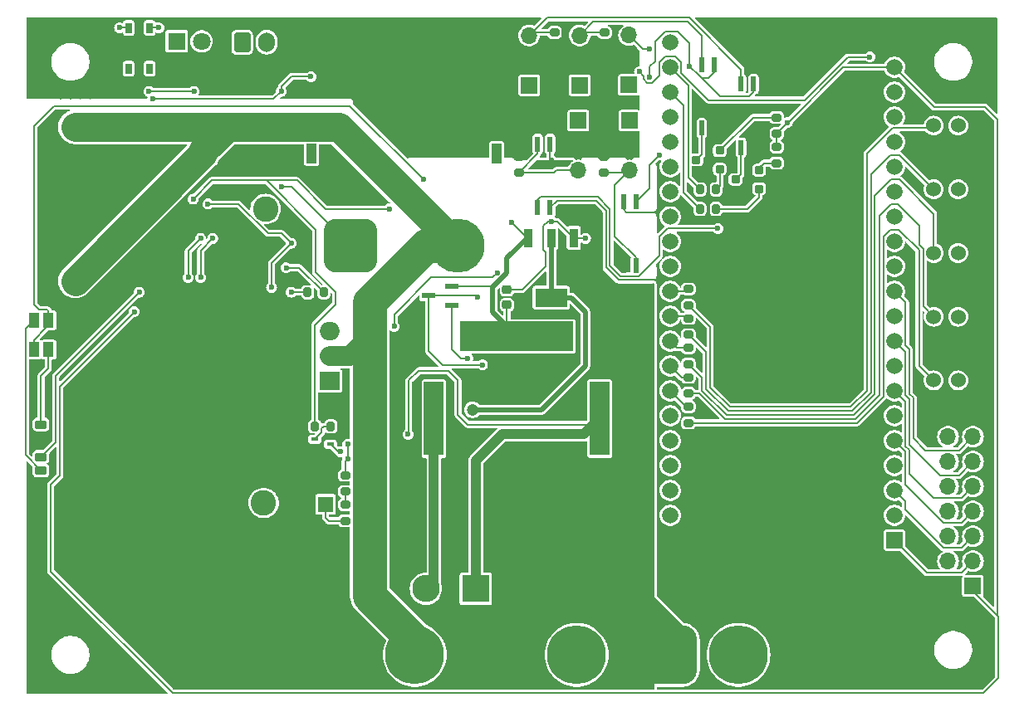
<source format=gbr>
%TF.GenerationSoftware,KiCad,Pcbnew,8.0.4*%
%TF.CreationDate,2024-09-03T11:52:29+09:00*%
%TF.ProjectId,chibarobo_board_2024,63686962-6172-46f6-926f-5f626f617264,rev?*%
%TF.SameCoordinates,Original*%
%TF.FileFunction,Copper,L1,Top*%
%TF.FilePolarity,Positive*%
%FSLAX46Y46*%
G04 Gerber Fmt 4.6, Leading zero omitted, Abs format (unit mm)*
G04 Created by KiCad (PCBNEW 8.0.4) date 2024-09-03 11:52:29*
%MOMM*%
%LPD*%
G01*
G04 APERTURE LIST*
G04 Aperture macros list*
%AMRoundRect*
0 Rectangle with rounded corners*
0 $1 Rounding radius*
0 $2 $3 $4 $5 $6 $7 $8 $9 X,Y pos of 4 corners*
0 Add a 4 corners polygon primitive as box body*
4,1,4,$2,$3,$4,$5,$6,$7,$8,$9,$2,$3,0*
0 Add four circle primitives for the rounded corners*
1,1,$1+$1,$2,$3*
1,1,$1+$1,$4,$5*
1,1,$1+$1,$6,$7*
1,1,$1+$1,$8,$9*
0 Add four rect primitives between the rounded corners*
20,1,$1+$1,$2,$3,$4,$5,0*
20,1,$1+$1,$4,$5,$6,$7,0*
20,1,$1+$1,$6,$7,$8,$9,0*
20,1,$1+$1,$8,$9,$2,$3,0*%
%AMFreePoly0*
4,1,5,1.500000,-5.750000,-1.500000,-5.750000,-1.500000,5.750000,1.500000,5.750000,1.500000,-5.750000,1.500000,-5.750000,$1*%
%AMFreePoly1*
4,1,5,1.000000,-3.750000,-1.000000,-3.750000,-1.000000,3.750000,1.000000,3.750000,1.000000,-3.750000,1.000000,-3.750000,$1*%
G04 Aperture macros list end*
%TA.AperFunction,SMDPad,CuDef*%
%ADD10RoundRect,0.225000X0.375000X-0.225000X0.375000X0.225000X-0.375000X0.225000X-0.375000X-0.225000X0*%
%TD*%
%TA.AperFunction,SMDPad,CuDef*%
%ADD11RoundRect,0.200000X0.250000X0.200000X-0.250000X0.200000X-0.250000X-0.200000X0.250000X-0.200000X0*%
%TD*%
%TA.AperFunction,SMDPad,CuDef*%
%ADD12RoundRect,0.200000X-0.275000X0.200000X-0.275000X-0.200000X0.275000X-0.200000X0.275000X0.200000X0*%
%TD*%
%TA.AperFunction,ComponentPad*%
%ADD13R,1.000000X2.000000*%
%TD*%
%TA.AperFunction,ComponentPad*%
%ADD14RoundRect,1.375000X-1.375000X-1.375000X1.375000X-1.375000X1.375000X1.375000X-1.375000X1.375000X0*%
%TD*%
%TA.AperFunction,ComponentPad*%
%ADD15C,5.500000*%
%TD*%
%TA.AperFunction,ComponentPad*%
%ADD16R,1.524000X1.524000*%
%TD*%
%TA.AperFunction,ComponentPad*%
%ADD17C,1.524000*%
%TD*%
%TA.AperFunction,ComponentPad*%
%ADD18R,2.000000X2.000000*%
%TD*%
%TA.AperFunction,ComponentPad*%
%ADD19C,2.000000*%
%TD*%
%TA.AperFunction,SMDPad,CuDef*%
%ADD20RoundRect,0.200000X0.275000X-0.200000X0.275000X0.200000X-0.275000X0.200000X-0.275000X-0.200000X0*%
%TD*%
%TA.AperFunction,ComponentPad*%
%ADD21R,1.700000X1.700000*%
%TD*%
%TA.AperFunction,ComponentPad*%
%ADD22O,1.700000X1.700000*%
%TD*%
%TA.AperFunction,ComponentPad*%
%ADD23FreePoly0,180.000000*%
%TD*%
%TA.AperFunction,ComponentPad*%
%ADD24FreePoly1,180.000000*%
%TD*%
%TA.AperFunction,ComponentPad*%
%ADD25FreePoly0,270.000000*%
%TD*%
%TA.AperFunction,SMDPad,CuDef*%
%ADD26R,1.100000X1.500000*%
%TD*%
%TA.AperFunction,SMDPad,CuDef*%
%ADD27RoundRect,0.137500X0.137500X-0.662500X0.137500X0.662500X-0.137500X0.662500X-0.137500X-0.662500X0*%
%TD*%
%TA.AperFunction,SMDPad,CuDef*%
%ADD28RoundRect,0.137500X-0.137500X0.662500X-0.137500X-0.662500X0.137500X-0.662500X0.137500X0.662500X0*%
%TD*%
%TA.AperFunction,SMDPad,CuDef*%
%ADD29RoundRect,0.200000X-0.200000X-0.275000X0.200000X-0.275000X0.200000X0.275000X-0.200000X0.275000X0*%
%TD*%
%TA.AperFunction,SMDPad,CuDef*%
%ADD30R,0.800000X0.400000*%
%TD*%
%TA.AperFunction,ComponentPad*%
%ADD31RoundRect,0.250000X-0.600000X-0.750000X0.600000X-0.750000X0.600000X0.750000X-0.600000X0.750000X0*%
%TD*%
%TA.AperFunction,ComponentPad*%
%ADD32O,1.700000X2.000000*%
%TD*%
%TA.AperFunction,ComponentPad*%
%ADD33RoundRect,1.500000X-1.500000X-1.500000X1.500000X-1.500000X1.500000X1.500000X-1.500000X1.500000X0*%
%TD*%
%TA.AperFunction,ComponentPad*%
%ADD34C,6.000000*%
%TD*%
%TA.AperFunction,ComponentPad*%
%ADD35R,2.800000X2.800000*%
%TD*%
%TA.AperFunction,ComponentPad*%
%ADD36O,2.800000X2.800000*%
%TD*%
%TA.AperFunction,WasherPad*%
%ADD37C,2.600000*%
%TD*%
%TA.AperFunction,SMDPad,CuDef*%
%ADD38RoundRect,0.225000X-0.250000X0.225000X-0.250000X-0.225000X0.250000X-0.225000X0.250000X0.225000X0*%
%TD*%
%TA.AperFunction,SMDPad,CuDef*%
%ADD39R,0.950000X1.900000*%
%TD*%
%TA.AperFunction,SMDPad,CuDef*%
%ADD40R,3.250000X1.900000*%
%TD*%
%TA.AperFunction,SMDPad,CuDef*%
%ADD41R,0.650000X1.050000*%
%TD*%
%TA.AperFunction,SMDPad,CuDef*%
%ADD42RoundRect,0.200000X0.200000X0.275000X-0.200000X0.275000X-0.200000X-0.275000X0.200000X-0.275000X0*%
%TD*%
%TA.AperFunction,SMDPad,CuDef*%
%ADD43R,1.450000X0.600000*%
%TD*%
%TA.AperFunction,ComponentPad*%
%ADD44R,1.665000X1.665000*%
%TD*%
%TA.AperFunction,ComponentPad*%
%ADD45C,1.665000*%
%TD*%
%TA.AperFunction,ComponentPad*%
%ADD46R,2.000000X1.905000*%
%TD*%
%TA.AperFunction,ComponentPad*%
%ADD47O,2.000000X1.905000*%
%TD*%
%TA.AperFunction,ComponentPad*%
%ADD48R,1.800000X1.800000*%
%TD*%
%TA.AperFunction,ComponentPad*%
%ADD49C,1.800000*%
%TD*%
%TA.AperFunction,ComponentPad*%
%ADD50R,1.600000X1.600000*%
%TD*%
%TA.AperFunction,ComponentPad*%
%ADD51C,1.600000*%
%TD*%
%TA.AperFunction,ViaPad*%
%ADD52C,0.600000*%
%TD*%
%TA.AperFunction,ViaPad*%
%ADD53C,1.200000*%
%TD*%
%TA.AperFunction,Conductor*%
%ADD54C,0.200000*%
%TD*%
%TA.AperFunction,Conductor*%
%ADD55C,3.500000*%
%TD*%
%TA.AperFunction,Conductor*%
%ADD56C,1.000000*%
%TD*%
%TA.AperFunction,Conductor*%
%ADD57C,3.000000*%
%TD*%
%TA.AperFunction,Conductor*%
%ADD58C,2.000000*%
%TD*%
%TA.AperFunction,Conductor*%
%ADD59C,0.500000*%
%TD*%
G04 APERTURE END LIST*
D10*
%TO.P,D3,1,K*%
%TO.N,GNDPWR*%
X102000000Y-100000000D03*
%TO.P,D3,2,A*%
%TO.N,Net-(D2-CG)*%
X102000000Y-96700000D03*
%TD*%
D11*
%TO.P,Q4,1*%
%TO.N,Net-(Q4-Pad1)*%
X171200000Y-65950000D03*
%TO.P,Q4,2*%
%TO.N,Net-(Q4-Pad2)*%
X171200000Y-64050000D03*
%TO.P,Q4,3*%
%TO.N,Net-(Q4-Pad3)*%
X168800000Y-65000000D03*
%TD*%
D12*
%TO.P,R22,1*%
%TO.N,+7.5V*%
X159380110Y-64675000D03*
%TO.P,R22,2*%
%TO.N,Net-(J5-Pin_3)*%
X159380110Y-66325000D03*
%TD*%
D13*
%TO.P,J15,*%
%TO.N,*%
X129550000Y-64350000D03*
X148450000Y-64350000D03*
D14*
%TO.P,J15,1,Pin_1*%
%TO.N,-BATT*%
X133550000Y-73750000D03*
D15*
%TO.P,J15,2,Pin_2*%
%TO.N,+BATT*%
X144450000Y-73750000D03*
%TD*%
D16*
%TO.P,J10,1,Pin_1*%
%TO.N,GND*%
X198000000Y-68000000D03*
D17*
%TO.P,J10,2,Pin_2*%
%TO.N,Net-(J10-Pin_2)*%
X195500000Y-68000000D03*
%TO.P,J10,3,Pin_3*%
%TO.N,Net-(J10-Pin_3)*%
X193000000Y-68000000D03*
%TD*%
D18*
%TO.P,C5,1*%
%TO.N,+BATT*%
X105500000Y-77367677D03*
D19*
%TO.P,C5,2*%
%TO.N,GNDPWR*%
X105500000Y-72367677D03*
%TD*%
D20*
%TO.P,R5,1*%
%TO.N,Net-(R4-Pad2)*%
X133000000Y-98825000D03*
%TO.P,R5,2*%
%TO.N,/ActuatorPowerSupply/FB*%
X133000000Y-97175000D03*
%TD*%
D16*
%TO.P,J14,1,Pin_1*%
%TO.N,GND*%
X198000000Y-87500000D03*
D17*
%TO.P,J14,2,Pin_2*%
%TO.N,Net-(J14-Pin_2)*%
X195500000Y-87500000D03*
%TO.P,J14,3,Pin_3*%
%TO.N,Net-(J14-Pin_3)*%
X193000000Y-87500000D03*
%TD*%
D21*
%TO.P,J1,1,Pin_1*%
%TO.N,+5V*%
X197000000Y-108483788D03*
D22*
%TO.P,J1,2,Pin_2*%
%TO.N,GND*%
X194460000Y-108483788D03*
%TO.P,J1,3,Pin_3*%
%TO.N,+3.3V*%
X197000000Y-105943788D03*
%TO.P,J1,4,Pin_4*%
%TO.N,Net-(IC1-0)*%
X194460000Y-105943788D03*
%TO.P,J1,5,Pin_5*%
%TO.N,Net-(IC1-1)*%
X197000000Y-103403788D03*
%TO.P,J1,6,Pin_6*%
%TO.N,Net-(IC1-2)*%
X194460000Y-103403788D03*
%TO.P,J1,7,Pin_7*%
%TO.N,Net-(IC1-3)*%
X197000000Y-100863788D03*
%TO.P,J1,8,Pin_8*%
%TO.N,Net-(IC1-4)*%
X194460000Y-100863788D03*
%TO.P,J1,9,Pin_9*%
%TO.N,Net-(IC1-5)*%
X197000000Y-98323788D03*
%TO.P,J1,10,Pin_10*%
%TO.N,Net-(IC1-6)*%
X194460000Y-98323788D03*
%TO.P,J1,11,Pin_11*%
%TO.N,Net-(IC1-7)*%
X197000000Y-95783788D03*
%TO.P,J1,12,Pin_12*%
%TO.N,Net-(IC1-8)*%
X194460000Y-95783788D03*
%TO.P,J1,13,Pin_13*%
%TO.N,Net-(IC1-9)*%
X197000000Y-93243788D03*
%TO.P,J1,14,Pin_14*%
%TO.N,Net-(IC1-10)*%
X194460000Y-93243788D03*
%TD*%
D16*
%TO.P,J13,1,Pin_1*%
%TO.N,GND*%
X198000000Y-81000000D03*
D17*
%TO.P,J13,2,Pin_2*%
%TO.N,Net-(J13-Pin_2)*%
X195500000Y-81000000D03*
%TO.P,J13,3,Pin_3*%
%TO.N,Net-(J13-Pin_3)*%
X193000000Y-81000000D03*
%TD*%
D23*
%TO.P,K1,30*%
%TO.N,GNDPWR*%
X150500000Y-100900000D03*
D24*
%TO.P,K1,85*%
%TO.N,Net-(D10-A)*%
X142050000Y-91400000D03*
%TO.P,K1,86*%
%TO.N,+BATT*%
X158950000Y-91400000D03*
D25*
%TO.P,K1,87*%
%TO.N,-BATT*%
X150500000Y-83000000D03*
%TD*%
D26*
%TO.P,D2,1,AR*%
%TO.N,/PowerSupply/SAFE_+BATT*%
X102750000Y-81350000D03*
%TO.P,D2,2,CR*%
%TO.N,Net-(D1-A)*%
X102750000Y-84350000D03*
%TO.P,D2,3,AG*%
%TO.N,/PowerSupply/SAFE_+BATT*%
X101250000Y-84350000D03*
%TO.P,D2,4,CG*%
%TO.N,Net-(D2-CG)*%
X101250000Y-81350000D03*
%TD*%
D27*
%TO.P,U6,1*%
%TO.N,Net-(Q7-Pad3)*%
X152627632Y-69885143D03*
%TO.P,U6,2*%
%TO.N,GND*%
X153897632Y-69885143D03*
%TO.P,U6,3*%
%TO.N,GNDPWR*%
X153897632Y-63385143D03*
%TO.P,U6,4*%
%TO.N,Net-(J6-Pin_3)*%
X152627632Y-63385143D03*
%TD*%
D28*
%TO.P,U5,1*%
%TO.N,Net-(Q6-Pad3)*%
X162635000Y-69250000D03*
%TO.P,U5,2*%
%TO.N,GND*%
X161365000Y-69250000D03*
%TO.P,U5,3*%
%TO.N,GNDPWR*%
X161365000Y-75750000D03*
%TO.P,U5,4*%
%TO.N,Net-(J5-Pin_3)*%
X162635000Y-75750000D03*
%TD*%
D29*
%TO.P,R8,1*%
%TO.N,MS*%
X129898893Y-92180854D03*
%TO.P,R8,2*%
%TO.N,Net-(Q1-G)*%
X131548893Y-92180854D03*
%TD*%
D20*
%TO.P,R16,1*%
%TO.N,+7.5V*%
X159448085Y-53659604D03*
%TO.P,R16,2*%
%TO.N,Net-(J3-Pin_3)*%
X159448085Y-52009604D03*
%TD*%
D30*
%TO.P,Q1,1,G*%
%TO.N,Net-(Q1-G)*%
X129900000Y-93500000D03*
%TO.P,Q1,2,D*%
%TO.N,GNDPWR*%
X129900000Y-94500000D03*
%TO.P,Q1,3,S*%
%TO.N,Net-(IC2-GND)*%
X131500000Y-94000000D03*
%TD*%
D31*
%TO.P,J16,1,Pin_1*%
%TO.N,GND*%
X122500000Y-53000000D03*
D32*
%TO.P,J16,2,Pin_2*%
%TO.N,Net-(IC5-2A)*%
X125000000Y-53000000D03*
%TD*%
D21*
%TO.P,J2,1,Pin_1*%
%TO.N,GNDPWR*%
X161948959Y-57363564D03*
D22*
%TO.P,J2,2,Pin_2*%
%TO.N,+7.5V*%
X161948959Y-54823564D03*
%TO.P,J2,3,Pin_3*%
%TO.N,Net-(J2-Pin_3)*%
X161948959Y-52283564D03*
%TD*%
D21*
%TO.P,J4,1,Pin_1*%
%TO.N,GNDPWR*%
X151768554Y-57385064D03*
D22*
%TO.P,J4,2,Pin_2*%
%TO.N,+7.5V*%
X151768554Y-54845064D03*
%TO.P,J4,3,Pin_3*%
%TO.N,Net-(J4-Pin_3)*%
X151768554Y-52305064D03*
%TD*%
D18*
%TO.P,C4,1*%
%TO.N,+BATT*%
X105500000Y-61632323D03*
D19*
%TO.P,C4,2*%
%TO.N,GNDPWR*%
X105500000Y-66632323D03*
%TD*%
D33*
%TO.P,J9,1,Pin_1*%
%TO.N,GNDPWR*%
X149400000Y-115500000D03*
D34*
%TO.P,J9,2,Pin_2*%
%TO.N,+BATT*%
X156600000Y-115500000D03*
%TD*%
D16*
%TO.P,J12,1,Pin_1*%
%TO.N,GND*%
X198000000Y-74500000D03*
D17*
%TO.P,J12,2,Pin_2*%
%TO.N,Net-(J12-Pin_2)*%
X195500000Y-74500000D03*
%TO.P,J12,3,Pin_3*%
%TO.N,Net-(J12-Pin_3)*%
X193000000Y-74500000D03*
%TD*%
D35*
%TO.P,D10,1,K*%
%TO.N,+BATT*%
X146319950Y-108748157D03*
D36*
%TO.P,D10,2,A*%
%TO.N,Net-(D10-A)*%
X141239950Y-108748157D03*
%TD*%
D33*
%TO.P,J11,1,Pin_1*%
%TO.N,GNDPWR*%
X132900000Y-115500000D03*
D34*
%TO.P,J11,2,Pin_2*%
%TO.N,+BATT*%
X140100000Y-115500000D03*
%TD*%
D21*
%TO.P,J6,1,Pin_1*%
%TO.N,GNDPWR*%
X156776836Y-61000178D03*
D22*
%TO.P,J6,2,Pin_2*%
%TO.N,+7.5V*%
X156776836Y-63540178D03*
%TO.P,J6,3,Pin_3*%
%TO.N,Net-(J6-Pin_3)*%
X156776836Y-66080178D03*
%TD*%
D29*
%TO.P,R17,1*%
%TO.N,/Servo/Servo3*%
X169175000Y-70000000D03*
%TO.P,R17,2*%
%TO.N,Net-(Q5-Pad1)*%
X170825000Y-70000000D03*
%TD*%
D37*
%TO.P,HS1,*%
%TO.N,*%
X124687500Y-100000000D03*
X124887500Y-70000000D03*
%TD*%
D12*
%TO.P,R18,1*%
%TO.N,+5V*%
X177000000Y-63675000D03*
%TO.P,R18,2*%
%TO.N,Net-(Q5-Pad2)*%
X177000000Y-65325000D03*
%TD*%
D29*
%TO.P,R14,1*%
%TO.N,/Servo/Servo2*%
X169175000Y-68000000D03*
%TO.P,R14,2*%
%TO.N,Net-(Q4-Pad1)*%
X170825000Y-68000000D03*
%TD*%
D10*
%TO.P,D1,1,K*%
%TO.N,-BATT*%
X102000000Y-95300000D03*
%TO.P,D1,2,A*%
%TO.N,Net-(D1-A)*%
X102000000Y-92000000D03*
%TD*%
D12*
%TO.P,R28,1*%
%TO.N,/DCMotor/DIR2*%
X168000000Y-81175000D03*
%TO.P,R28,2*%
%TO.N,Net-(J10-Pin_3)*%
X168000000Y-82825000D03*
%TD*%
D21*
%TO.P,J5,1,Pin_1*%
%TO.N,GNDPWR*%
X162000000Y-61000000D03*
D22*
%TO.P,J5,2,Pin_2*%
%TO.N,+7.5V*%
X162000000Y-63540000D03*
%TO.P,J5,3,Pin_3*%
%TO.N,Net-(J5-Pin_3)*%
X162000000Y-66080000D03*
%TD*%
D38*
%TO.P,C19,1*%
%TO.N,Net-(D9-K)*%
X149500000Y-78225000D03*
%TO.P,C19,2*%
%TO.N,-BATT*%
X149500000Y-79775000D03*
%TD*%
D39*
%TO.P,Q15,1,G*%
%TO.N,Net-(D9-K)*%
X156300000Y-72950000D03*
%TO.P,Q15,2,D_1*%
%TO.N,Net-(D10-A)*%
X154000000Y-72950000D03*
%TO.P,Q15,3,S*%
%TO.N,-BATT*%
X151700000Y-72950000D03*
D40*
%TO.P,Q15,4,D_2*%
%TO.N,Net-(D10-A)*%
X154000000Y-79050000D03*
%TD*%
D41*
%TO.P,S1,1,1*%
%TO.N,Net-(IC5-1A)*%
X113076483Y-51527024D03*
%TO.P,S1,2,2*%
%TO.N,unconnected-(S1-Pad2)*%
X113076483Y-55677024D03*
%TO.P,S1,3,3*%
%TO.N,GND*%
X110926483Y-51527024D03*
%TO.P,S1,4,4*%
%TO.N,unconnected-(S1-Pad4)*%
X110926483Y-55677024D03*
%TD*%
D12*
%TO.P,R30,1*%
%TO.N,/DCMotor/DIR3*%
X168000000Y-84175000D03*
%TO.P,R30,2*%
%TO.N,Net-(J12-Pin_3)*%
X168000000Y-85825000D03*
%TD*%
%TO.P,R32,1*%
%TO.N,/DCMotor/DIR4*%
X168000000Y-87175000D03*
%TO.P,R32,2*%
%TO.N,Net-(J13-Pin_3)*%
X168000000Y-88825000D03*
%TD*%
%TO.P,R26,1*%
%TO.N,/DCMotor/DIR1*%
X168000000Y-78175000D03*
%TO.P,R26,2*%
%TO.N,Net-(J8-Pin_3)*%
X168000000Y-79825000D03*
%TD*%
D27*
%TO.P,U4,1*%
%TO.N,Net-(Q5-Pad3)*%
X173365000Y-63750000D03*
%TO.P,U4,2*%
%TO.N,GND*%
X174635000Y-63750000D03*
%TO.P,U4,3*%
%TO.N,GNDPWR*%
X174635000Y-57250000D03*
%TO.P,U4,4*%
%TO.N,Net-(J4-Pin_3)*%
X173365000Y-57250000D03*
%TD*%
D42*
%TO.P,R37,1*%
%TO.N,/PowerSupply/LOGPWR*%
X130825000Y-78500000D03*
%TO.P,R37,2*%
%TO.N,Net-(U7A-~{CLR})*%
X129175000Y-78500000D03*
%TD*%
D12*
%TO.P,R34,1*%
%TO.N,/DCMotor/DIR5*%
X168000000Y-90175000D03*
%TO.P,R34,2*%
%TO.N,Net-(J14-Pin_3)*%
X168000000Y-91825000D03*
%TD*%
%TO.P,R25,1*%
%TO.N,+7.5V*%
X150693174Y-64675000D03*
%TO.P,R25,2*%
%TO.N,Net-(J6-Pin_3)*%
X150693174Y-66325000D03*
%TD*%
D43*
%TO.P,Q13,1,BASE*%
%TO.N,Net-(Q13-BASE)*%
X143836443Y-79814947D03*
%TO.P,Q13,2,EMITTER*%
%TO.N,-BATT*%
X143836443Y-77914947D03*
%TO.P,Q13,3,COLLECTOR*%
%TO.N,Net-(D8-K)*%
X141536443Y-78864947D03*
%TD*%
D44*
%TO.P,IC1,J111,3V3*%
%TO.N,+3.3V*%
X189000000Y-103800000D03*
D45*
%TO.P,IC1,J112,0*%
%TO.N,Net-(IC1-0)*%
X189000000Y-101260000D03*
%TO.P,IC1,J113,1*%
%TO.N,Net-(IC1-1)*%
X189000000Y-98720000D03*
%TO.P,IC1,J114,2*%
%TO.N,Net-(IC1-2)*%
X189000000Y-96180000D03*
%TO.P,IC1,J115,3*%
%TO.N,Net-(IC1-3)*%
X189000000Y-93640000D03*
%TO.P,IC1,J116,4*%
%TO.N,Net-(IC1-4)*%
X189000000Y-91100000D03*
%TO.P,IC1,J117,5*%
%TO.N,Net-(IC1-5)*%
X189000000Y-88560000D03*
%TO.P,IC1,J118,6*%
%TO.N,Net-(IC1-6)*%
X189000000Y-86020000D03*
%TO.P,IC1,J119,7*%
%TO.N,Net-(IC1-7)*%
X189000000Y-83480000D03*
%TO.P,IC1,J120,8*%
%TO.N,Net-(IC1-8)*%
X189000000Y-80940000D03*
%TO.P,IC1,J121,9*%
%TO.N,Net-(IC1-9)*%
X189000000Y-78400000D03*
%TO.P,IC1,J122,10*%
%TO.N,Net-(IC1-10)*%
X189000000Y-75860000D03*
%TO.P,IC1,J123,11*%
%TO.N,unconnected-(IC1-11-PadJ123)*%
X189000000Y-73320000D03*
%TO.P,IC1,J124,12*%
%TO.N,unconnected-(IC1-12-PadJ124)*%
X189000000Y-70780000D03*
%TO.P,IC1,J125,13*%
%TO.N,unconnected-(IC1-13-PadJ125)*%
X189000000Y-68240000D03*
%TO.P,IC1,J126,14*%
%TO.N,unconnected-(IC1-14-PadJ126)*%
X189000000Y-65700000D03*
%TO.P,IC1,J127,15*%
%TO.N,unconnected-(IC1-15-PadJ127)*%
X189000000Y-63160000D03*
%TO.P,IC1,J128,16*%
%TO.N,~{EMS}_{INFO}*%
X189000000Y-60620000D03*
%TO.P,IC1,J129,17*%
%TO.N,unconnected-(IC1-17-PadJ129)*%
X189000000Y-58080000D03*
%TO.P,IC1,J130,5V*%
%TO.N,+5V*%
X189000000Y-55540000D03*
%TO.P,IC1,J131,G_1*%
%TO.N,GND*%
X189000000Y-53000000D03*
%TO.P,IC1,J311,G_2*%
X166140000Y-103800000D03*
%TO.P,IC1,J312,RST*%
%TO.N,unconnected-(IC1-RST-PadJ312)*%
X166140000Y-101260000D03*
%TO.P,IC1,J313,46*%
%TO.N,unconnected-(IC1-46-PadJ313)*%
X166140000Y-98720000D03*
%TO.P,IC1,J314,45*%
%TO.N,unconnected-(IC1-45-PadJ314)*%
X166140000Y-96180000D03*
%TO.P,IC1,J315,RX*%
%TO.N,unconnected-(IC1-RX-PadJ315)*%
X166140000Y-93640000D03*
%TO.P,IC1,J316,TX*%
%TO.N,unconnected-(IC1-TX-PadJ316)*%
X166140000Y-91100000D03*
%TO.P,IC1,J317,42*%
%TO.N,/DCMotor/DIR5*%
X166140000Y-88560000D03*
%TO.P,IC1,J318,41*%
%TO.N,/DCMotor/DIR4*%
X166140000Y-86020000D03*
%TO.P,IC1,J319,40*%
%TO.N,/DCMotor/DIR3*%
X166140000Y-83480000D03*
%TO.P,IC1,J320,39*%
%TO.N,/DCMotor/DIR2*%
X166140000Y-80940000D03*
%TO.P,IC1,J321,38*%
%TO.N,/DCMotor/DIR1*%
X166140000Y-78400000D03*
%TO.P,IC1,J322,37*%
%TO.N,/DCMotor/PWM5*%
X166140000Y-75860000D03*
%TO.P,IC1,J323,36*%
%TO.N,/DCMotor/PWM4*%
X166140000Y-73320000D03*
%TO.P,IC1,J324,35*%
%TO.N,/DCMotor/PWM3*%
X166140000Y-70780000D03*
%TO.P,IC1,J325,34*%
%TO.N,/DCMotor/PWM2*%
X166140000Y-68240000D03*
%TO.P,IC1,J326,33*%
%TO.N,/DCMotor/PWM1*%
X166140000Y-65700000D03*
%TO.P,IC1,J327,26*%
%TO.N,/Servo/Servo5*%
X166140000Y-63160000D03*
%TO.P,IC1,J328,21*%
%TO.N,/Servo/Servo4*%
X166140000Y-60620000D03*
%TO.P,IC1,J329,20*%
%TO.N,/Servo/Servo3*%
X166140000Y-58080000D03*
%TO.P,IC1,J330,19*%
%TO.N,/Servo/Servo2*%
X166140000Y-55540000D03*
%TO.P,IC1,J331,18*%
%TO.N,/Servo/Servo1*%
X166140000Y-53000000D03*
%TD*%
D16*
%TO.P,J8,1,Pin_1*%
%TO.N,GND*%
X198000000Y-61500000D03*
D17*
%TO.P,J8,2,Pin_2*%
%TO.N,Net-(J8-Pin_2)*%
X195500000Y-61500000D03*
%TO.P,J8,3,Pin_3*%
%TO.N,Net-(J8-Pin_3)*%
X193000000Y-61500000D03*
%TD*%
D27*
%TO.P,U3,1*%
%TO.N,Net-(Q4-Pad3)*%
X169365000Y-61750000D03*
%TO.P,U3,2*%
%TO.N,GND*%
X170635000Y-61750000D03*
%TO.P,U3,3*%
%TO.N,GNDPWR*%
X170635000Y-55250000D03*
%TO.P,U3,4*%
%TO.N,Net-(J3-Pin_3)*%
X169365000Y-55250000D03*
%TD*%
D46*
%TO.P,Q2,1,G*%
%TO.N,Net-(IC2-HSDR)*%
X131445000Y-87540000D03*
D47*
%TO.P,Q2,2,D*%
%TO.N,+BATT*%
X131445000Y-85000000D03*
%TO.P,Q2,3,S*%
%TO.N,Net-(IC2-VSW)*%
X131445000Y-82460000D03*
%TD*%
D33*
%TO.P,J7,1,Pin_1*%
%TO.N,GNDPWR*%
X165900000Y-115500000D03*
D34*
%TO.P,J7,2,Pin_2*%
%TO.N,+BATT*%
X173100000Y-115500000D03*
%TD*%
D20*
%TO.P,R4,1*%
%TO.N,+7.5V*%
X133000000Y-101825000D03*
%TO.P,R4,2*%
%TO.N,Net-(R4-Pad2)*%
X133000000Y-100175000D03*
%TD*%
D11*
%TO.P,Q5,1*%
%TO.N,Net-(Q5-Pad1)*%
X175200000Y-67950000D03*
%TO.P,Q5,2*%
%TO.N,Net-(Q5-Pad2)*%
X175200000Y-66050000D03*
%TO.P,Q5,3*%
%TO.N,Net-(Q5-Pad3)*%
X172800000Y-67000000D03*
%TD*%
D20*
%TO.P,R15,1*%
%TO.N,+5V*%
X177000000Y-62325000D03*
%TO.P,R15,2*%
%TO.N,Net-(Q4-Pad2)*%
X177000000Y-60675000D03*
%TD*%
D21*
%TO.P,J3,1,Pin_1*%
%TO.N,GNDPWR*%
X156911870Y-57369899D03*
D22*
%TO.P,J3,2,Pin_2*%
%TO.N,+7.5V*%
X156911870Y-54829899D03*
%TO.P,J3,3,Pin_3*%
%TO.N,Net-(J3-Pin_3)*%
X156911870Y-52289899D03*
%TD*%
D48*
%TO.P,D5,1,K*%
%TO.N,Net-(D5-K)*%
X115828498Y-52898960D03*
D49*
%TO.P,D5,2,A*%
%TO.N,Net-(D5-A)*%
X118368498Y-52898960D03*
%TD*%
D20*
%TO.P,R19,1*%
%TO.N,+7.5V*%
X154338238Y-53633808D03*
%TO.P,R19,2*%
%TO.N,Net-(J4-Pin_3)*%
X154338238Y-51983808D03*
%TD*%
D50*
%TO.P,C8,1*%
%TO.N,+7.5V*%
X131000000Y-100152651D03*
D51*
%TO.P,C8,2*%
%TO.N,GNDPWR*%
X131000000Y-96652651D03*
%TD*%
D52*
%TO.N,/ActuatorPowerSupply/FB*%
X133250000Y-94000000D03*
X133250000Y-95500000D03*
%TO.N,GNDPWR*%
X106000000Y-91000000D03*
X162500000Y-106000000D03*
X153500000Y-86500000D03*
X161500000Y-105000000D03*
X107000000Y-68000000D03*
X153000000Y-102000000D03*
X162500000Y-103000000D03*
X161500000Y-98000000D03*
X161500000Y-96000000D03*
X163500000Y-83000000D03*
X161500000Y-97000000D03*
X162500000Y-102000000D03*
X102000000Y-117500000D03*
X162500000Y-91000000D03*
X161500000Y-79000000D03*
X162500000Y-92000000D03*
X127500000Y-116500000D03*
X162500000Y-85000000D03*
X161500000Y-103000000D03*
X162500000Y-96000000D03*
X163500000Y-91000000D03*
X130000000Y-110500000D03*
X131347155Y-89706143D03*
X161500000Y-85000000D03*
X113500000Y-94500000D03*
X164035702Y-56521066D03*
X131492466Y-93227365D03*
X107000000Y-96000000D03*
X161500000Y-88000000D03*
X163500000Y-103000000D03*
X163500000Y-102000000D03*
X161500000Y-107000000D03*
X105000000Y-83000000D03*
X162500000Y-97000000D03*
X162500000Y-98000000D03*
X115000000Y-96500000D03*
X161500000Y-101000000D03*
X163500000Y-95000000D03*
X163500000Y-87000000D03*
X168122575Y-55421239D03*
X163500000Y-93000000D03*
X162500000Y-100000000D03*
X161500000Y-86000000D03*
X114000000Y-90500000D03*
X121500000Y-117500000D03*
X163500000Y-89000000D03*
X112500000Y-113000000D03*
X162500000Y-87000000D03*
X162500000Y-82000000D03*
X161500000Y-95000000D03*
X109000000Y-69500000D03*
X161500000Y-99000000D03*
X161365000Y-75750000D03*
X153991253Y-65000000D03*
X162500000Y-88000000D03*
X137000000Y-118000000D03*
X111000000Y-118000000D03*
X163500000Y-107000000D03*
X161500000Y-78000000D03*
X162500000Y-86000000D03*
X105000000Y-70000000D03*
X163500000Y-106000000D03*
X163500000Y-100000000D03*
X161500000Y-102000000D03*
X163500000Y-92000000D03*
X126000000Y-111500000D03*
X121500000Y-94500000D03*
X149500000Y-86000000D03*
X144500000Y-97000000D03*
X132000000Y-108500000D03*
X162500000Y-105000000D03*
X163500000Y-104000000D03*
X161500000Y-104000000D03*
X147319950Y-105000000D03*
X138650127Y-90098317D03*
X163500000Y-105000000D03*
X163500000Y-97000000D03*
X163500000Y-86000000D03*
X161500000Y-94000000D03*
X119000000Y-102000000D03*
X161500000Y-93000000D03*
X162500000Y-80000000D03*
X161500000Y-106000000D03*
X109500000Y-65000000D03*
X163500000Y-82000000D03*
X163500000Y-78000000D03*
X162500000Y-81000000D03*
X125500000Y-114500000D03*
X162500000Y-104000000D03*
X113500000Y-81500000D03*
X161500000Y-89000000D03*
X161500000Y-87000000D03*
X119500000Y-115000000D03*
X118000000Y-90000000D03*
X162500000Y-107000000D03*
X163500000Y-81000000D03*
X163500000Y-99000000D03*
X163500000Y-101000000D03*
X162500000Y-95000000D03*
X162500000Y-78000000D03*
X138000000Y-90723156D03*
X163500000Y-80000000D03*
X110500000Y-100000000D03*
X131500000Y-90752384D03*
X161500000Y-80000000D03*
X122000000Y-111500000D03*
X163500000Y-88000000D03*
X106500000Y-80000000D03*
X161500000Y-82000000D03*
X154500000Y-98500000D03*
X161500000Y-92000000D03*
X162500000Y-89000000D03*
X161500000Y-100000000D03*
X102500000Y-110500000D03*
X161500000Y-91000000D03*
X162500000Y-79000000D03*
X163500000Y-85000000D03*
X162500000Y-83000000D03*
X163500000Y-98000000D03*
X115500000Y-114500000D03*
X162500000Y-99000000D03*
X163500000Y-94000000D03*
X162500000Y-93000000D03*
X112500000Y-110500000D03*
X139071614Y-95531119D03*
X163500000Y-79000000D03*
X163500000Y-90000000D03*
X162500000Y-101000000D03*
X162500000Y-94000000D03*
X107500000Y-64500000D03*
X163500000Y-96000000D03*
X139481505Y-97270389D03*
X122000000Y-84000000D03*
X161500000Y-84000000D03*
X163500000Y-84000000D03*
X161500000Y-90000000D03*
X162500000Y-90000000D03*
X161500000Y-81000000D03*
X156500000Y-103500000D03*
X162500000Y-84000000D03*
X131500000Y-106000000D03*
X120000000Y-91000000D03*
X161500000Y-83000000D03*
%TO.N,+BATT*%
X139405000Y-93000000D03*
%TO.N,+7.5V*%
X105000000Y-52000000D03*
X106000000Y-58500000D03*
X101000000Y-57500000D03*
X103000000Y-57500000D03*
X106000000Y-52000000D03*
X104000000Y-57500000D03*
X101000000Y-54000000D03*
X103000000Y-52000000D03*
X101000000Y-51000000D03*
X102000000Y-56000000D03*
X107000000Y-58500000D03*
X101000000Y-55000000D03*
X101000000Y-56000000D03*
X107000000Y-52000000D03*
X103000000Y-51000000D03*
X101000000Y-58500000D03*
X101000000Y-53000000D03*
X106000000Y-51000000D03*
X102000000Y-54000000D03*
X106000000Y-57500000D03*
X104000000Y-58500000D03*
X104000000Y-51000000D03*
X105000000Y-58500000D03*
X107000000Y-51000000D03*
X102000000Y-52000000D03*
X107000000Y-57500000D03*
X104000000Y-52000000D03*
X101000000Y-52000000D03*
X102000000Y-58500000D03*
X102000000Y-53000000D03*
X102000000Y-51000000D03*
X102000000Y-57500000D03*
X105000000Y-57500000D03*
X102000000Y-55000000D03*
X103000000Y-58500000D03*
X105000000Y-51000000D03*
%TO.N,-BATT*%
X112000000Y-78500000D03*
X149959882Y-71355126D03*
X126500000Y-67699177D03*
%TO.N,/PowerSupply/LOGPWR*%
X127000000Y-76000000D03*
%TO.N,/PowerSupply/SAFE_+BATT*%
X141000000Y-67000000D03*
%TO.N,GND*%
X174500000Y-74000000D03*
X170000000Y-59500000D03*
X182500000Y-79000000D03*
X198500000Y-116500000D03*
X173000000Y-59500000D03*
X176000000Y-52500000D03*
X180000000Y-97500000D03*
X177500000Y-78000000D03*
X174000000Y-99500000D03*
X178000000Y-56000000D03*
X180500000Y-67500000D03*
X184000000Y-53000000D03*
X172000000Y-76500000D03*
X181000000Y-82000000D03*
X183000000Y-89500000D03*
X165219384Y-77233530D03*
X110000000Y-51500000D03*
X177500000Y-94000000D03*
X169000000Y-60000000D03*
X180000000Y-86500000D03*
X182500000Y-77000000D03*
X172000000Y-75000000D03*
X174000000Y-99500000D03*
X173000000Y-71500000D03*
X170000000Y-113000000D03*
X180000000Y-52500000D03*
X191000000Y-117000000D03*
X191000000Y-53000000D03*
X180500000Y-56500000D03*
X176500000Y-118500000D03*
X183000000Y-85000000D03*
X177000000Y-88000000D03*
X182000000Y-69500000D03*
X176000000Y-55000000D03*
X198500000Y-112000000D03*
X169500000Y-117500000D03*
X183500000Y-57000000D03*
X171000000Y-98500000D03*
X184500000Y-87000000D03*
X169000000Y-59000000D03*
X187000000Y-51500000D03*
X174197197Y-67522156D03*
X175000000Y-80500000D03*
X182000000Y-63500000D03*
X173000000Y-81500000D03*
X173500000Y-95000000D03*
X197000000Y-59000000D03*
X171827925Y-67071644D03*
X184000000Y-94500000D03*
X171500000Y-96500000D03*
X181000000Y-95000000D03*
X175000000Y-88000000D03*
X185500000Y-53000000D03*
X178000000Y-70500000D03*
%TO.N,Net-(Q10-COLLECTOR)*%
X117600000Y-58000000D03*
X113000000Y-58000000D03*
%TO.N,+5V*%
X126500000Y-58000000D03*
X178084775Y-61186900D03*
X129500000Y-56500000D03*
X113367415Y-58794493D03*
X111500000Y-80500000D03*
%TO.N,Net-(D9-K)*%
X157500000Y-73000000D03*
X154016344Y-71268202D03*
%TO.N,Net-(D8-K)*%
X146500000Y-79000000D03*
X147000000Y-85900000D03*
%TO.N,~{EMS}_{INFO}*%
X186500000Y-54500000D03*
X163000000Y-56000000D03*
%TO.N,Net-(IC3-1Y)*%
X119500000Y-73000000D03*
X118270000Y-77000000D03*
%TO.N,/PowerSupply/~{EMS}*%
X117000000Y-77000000D03*
X119000000Y-69500000D03*
X125500000Y-78000000D03*
X127500000Y-73500000D03*
X118270000Y-73000000D03*
%TO.N,Net-(IC2-GND)*%
X132534086Y-94759521D03*
%TO.N,Net-(IC5-1A)*%
X114000000Y-51500000D03*
D53*
%TO.N,Net-(D10-A)*%
X146000000Y-90500000D03*
D52*
%TO.N,Net-(J2-Pin_3)*%
X163987438Y-53723046D03*
%TO.N,Net-(Q6-Pad3)*%
X165000000Y-64500000D03*
%TO.N,Net-(Q7-Pad3)*%
X171000000Y-72000000D03*
%TO.N,Net-(Q11-BASE)*%
X138000000Y-82000000D03*
X148500000Y-76500000D03*
%TO.N,Net-(Q13-BASE)*%
X145500000Y-85266540D03*
%TO.N,Net-(U7A-~{CLR})*%
X127500000Y-78500000D03*
%TO.N,MS*%
X117500000Y-69000000D03*
X137500000Y-70000000D03*
%TD*%
D54*
%TO.N,/ActuatorPowerSupply/FB*%
X133250000Y-95500000D02*
X133250000Y-94000000D01*
X133250000Y-95500000D02*
X133000000Y-95750000D01*
X133000000Y-95750000D02*
X133000000Y-97175000D01*
D55*
%TO.N,GNDPWR*%
X150500000Y-107500000D02*
X150500000Y-114400000D01*
D54*
X168122575Y-55421239D02*
X168122575Y-53122575D01*
D55*
X150500000Y-107500000D02*
X152500000Y-109500000D01*
D54*
X171192472Y-58500000D02*
X174184999Y-58500000D01*
X165670903Y-51867500D02*
X164587438Y-52950965D01*
X169096236Y-56403764D02*
X169346236Y-56653764D01*
X168122575Y-55430103D02*
X169096236Y-56403764D01*
X168113711Y-55421239D02*
X168122575Y-55421239D01*
X170635000Y-56049999D02*
X170635000Y-55250000D01*
D55*
X152500000Y-109500000D02*
X162000000Y-109500000D01*
D54*
X169346236Y-56653764D02*
X170031235Y-56653764D01*
X166867500Y-51867500D02*
X165670903Y-51867500D01*
X168122575Y-55421239D02*
X168122575Y-55430103D01*
X153897632Y-64906379D02*
X153991253Y-65000000D01*
X153906379Y-63406379D02*
X154000000Y-63500000D01*
X153897632Y-63385143D02*
X153897632Y-64906379D01*
X169096236Y-56403764D02*
X171192472Y-58500000D01*
D55*
X165900000Y-113400000D02*
X165900000Y-115500000D01*
D54*
X168122575Y-53122575D02*
X166867500Y-51867500D01*
X164035702Y-55464298D02*
X164035702Y-55500000D01*
X170031235Y-56653764D02*
X170635000Y-56049999D01*
X150500000Y-114400000D02*
X149400000Y-115500000D01*
X174184999Y-58500000D02*
X174635000Y-58049999D01*
X164587438Y-54948264D02*
X164035702Y-55500000D01*
D55*
X150500000Y-100900000D02*
X150500000Y-107500000D01*
D54*
X174635000Y-58049999D02*
X174635000Y-57250000D01*
X164035702Y-55500000D02*
X164035702Y-56521066D01*
X164587438Y-52950965D02*
X164587438Y-54948264D01*
X150500000Y-100900000D02*
X151300000Y-100900000D01*
D55*
X162000000Y-109500000D02*
X165900000Y-113400000D01*
D56*
%TO.N,+BATT*%
X149000000Y-93000000D02*
X157350000Y-93000000D01*
D57*
X118500000Y-64132323D02*
X118500000Y-64367677D01*
D55*
X135500000Y-80500000D02*
X135500000Y-83000000D01*
D57*
X144450000Y-73750000D02*
X132332323Y-61632323D01*
X118500000Y-64367677D02*
X105500000Y-77367677D01*
D55*
X141250000Y-73750000D02*
X135500000Y-79500000D01*
D54*
X145500000Y-92000000D02*
X158350000Y-92000000D01*
D56*
X157350000Y-93000000D02*
X158950000Y-91400000D01*
X146319950Y-97230050D02*
X146319950Y-95680050D01*
D54*
X144500000Y-87500000D02*
X144500000Y-91000000D01*
D57*
X121000000Y-61632323D02*
X105500000Y-61632323D01*
D55*
X142250000Y-73750000D02*
X141250000Y-73750000D01*
D58*
X133500000Y-85000000D02*
X131445000Y-85000000D01*
D55*
X140100000Y-114100000D02*
X140100000Y-115500000D01*
D54*
X143500000Y-86500000D02*
X144500000Y-87500000D01*
X158350000Y-92000000D02*
X158950000Y-91400000D01*
D57*
X132332323Y-61632323D02*
X121000000Y-61632323D01*
D54*
X144450000Y-73750000D02*
X142250000Y-73750000D01*
X139500000Y-87500000D02*
X140500000Y-86500000D01*
X144450000Y-73750000D02*
X141750000Y-73750000D01*
X144500000Y-91000000D02*
X145500000Y-92000000D01*
D57*
X118500000Y-64132323D02*
X121000000Y-61632323D01*
D54*
X140500000Y-86500000D02*
X143500000Y-86500000D01*
X139500000Y-92905000D02*
X139500000Y-87500000D01*
X139405000Y-93000000D02*
X139500000Y-92905000D01*
D58*
X135500000Y-83000000D02*
X133500000Y-85000000D01*
D55*
X135500000Y-83000000D02*
X135500000Y-109500000D01*
D56*
X146319950Y-95680050D02*
X149000000Y-93000000D01*
D55*
X135500000Y-109500000D02*
X140100000Y-114100000D01*
D56*
X146319950Y-108748157D02*
X146319950Y-97230050D01*
D55*
X135500000Y-79500000D02*
X135500000Y-80500000D01*
D54*
%TO.N,+7.5V*%
X131000000Y-100152651D02*
X131000000Y-101500000D01*
X131000000Y-101500000D02*
X131325000Y-101825000D01*
X159500000Y-54000000D02*
X159500000Y-53650000D01*
X154338238Y-53844910D02*
X154338238Y-53633808D01*
X131325000Y-101825000D02*
X133000000Y-101825000D01*
X154338238Y-53633808D02*
X154366192Y-53633808D01*
%TO.N,-BATT*%
X151700000Y-72950000D02*
X151550000Y-72950000D01*
X103500000Y-93800000D02*
X102000000Y-95300000D01*
X143836443Y-77914947D02*
X147914947Y-77914947D01*
D59*
X149500000Y-76560661D02*
X148060661Y-78000000D01*
D54*
X109000000Y-81500000D02*
X103500000Y-87000000D01*
X149959882Y-71355126D02*
X149959882Y-71359882D01*
X109000000Y-81500000D02*
X112000000Y-78500000D01*
X127499177Y-67699177D02*
X133550000Y-73750000D01*
X149959882Y-71359882D02*
X151550000Y-72950000D01*
X149500000Y-82000000D02*
X150500000Y-83000000D01*
X126500000Y-67699177D02*
X127499177Y-67699177D01*
X103500000Y-87000000D02*
X103500000Y-93800000D01*
D59*
X148000000Y-80500000D02*
X150500000Y-83000000D01*
D54*
X108850000Y-81650000D02*
X109000000Y-81500000D01*
X149500000Y-79775000D02*
X149500000Y-82000000D01*
D59*
X151550000Y-72950000D02*
X149500000Y-75000000D01*
X148000000Y-78000000D02*
X148000000Y-80500000D01*
X149500000Y-75000000D02*
X149500000Y-76560661D01*
D54*
%TO.N,/PowerSupply/LOGPWR*%
X128325000Y-76000000D02*
X127000000Y-76000000D01*
X130825000Y-78500000D02*
X128325000Y-76000000D01*
%TO.N,/PowerSupply/SAFE_+BATT*%
X133500000Y-59500000D02*
X103300000Y-59500000D01*
X102750000Y-81350000D02*
X102500000Y-81600000D01*
X102750000Y-80400000D02*
X102750000Y-81350000D01*
X102500000Y-82150000D02*
X101250000Y-83400000D01*
X101250000Y-83400000D02*
X101250000Y-84350000D01*
X101250000Y-61550000D02*
X101250000Y-79750000D01*
X103300000Y-59500000D02*
X101250000Y-61550000D01*
X102650000Y-80300000D02*
X102750000Y-80400000D01*
X102500000Y-81600000D02*
X102500000Y-82150000D01*
X101250000Y-79750000D02*
X101800000Y-80300000D01*
X141000000Y-67000000D02*
X133500000Y-59500000D01*
X101800000Y-80300000D02*
X102650000Y-80300000D01*
%TO.N,GND*%
X161665001Y-70350000D02*
X164650000Y-70350000D01*
X159600000Y-75973214D02*
X160876786Y-77250000D01*
X161365000Y-69097472D02*
X161365000Y-69250000D01*
X168500000Y-71000000D02*
X172500000Y-71000000D01*
X164650000Y-70350000D02*
X165352500Y-69647500D01*
X165352500Y-69647500D02*
X167147500Y-69647500D01*
X154597632Y-69185143D02*
X158619457Y-69185143D01*
X164266470Y-77233530D02*
X165219384Y-77233530D01*
X153897632Y-69885143D02*
X154597632Y-69185143D01*
X159600000Y-70165686D02*
X159600000Y-75973214D01*
X164250000Y-77250000D02*
X164266470Y-77233530D01*
X110000000Y-51500000D02*
X110899459Y-51500000D01*
X161365000Y-70049999D02*
X161665001Y-70350000D01*
X172500000Y-71000000D02*
X173000000Y-71500000D01*
X160876786Y-77250000D02*
X164250000Y-77250000D01*
X158619457Y-69185143D02*
X159600000Y-70165686D01*
X167147500Y-69647500D02*
X168500000Y-71000000D01*
X110899459Y-51500000D02*
X110926483Y-51527024D01*
X161365000Y-69250000D02*
X161365000Y-70049999D01*
%TO.N,Net-(Q10-COLLECTOR)*%
X117600000Y-58000000D02*
X113000000Y-58000000D01*
%TO.N,+5V*%
X183785000Y-55540000D02*
X178138100Y-61186900D01*
X178084775Y-61186900D02*
X178084775Y-61240225D01*
X103900000Y-97214382D02*
X103000000Y-98114382D01*
X197000000Y-109000000D02*
X199500000Y-111500000D01*
X189000000Y-55540000D02*
X183785000Y-55540000D01*
X178138100Y-61186900D02*
X178084775Y-61186900D01*
X126500000Y-58000000D02*
X126500000Y-57500000D01*
X199500000Y-60876000D02*
X198224000Y-59600000D01*
X115400000Y-119400000D02*
X198100000Y-119400000D01*
X199600000Y-111600000D02*
X199500000Y-111500000D01*
X197000000Y-108483788D02*
X197000000Y-109000000D01*
X103900000Y-88100000D02*
X103900000Y-97214382D01*
X198100000Y-119400000D02*
X199600000Y-117900000D01*
X103000000Y-107000000D02*
X115400000Y-119400000D01*
X198224000Y-59600000D02*
X193060000Y-59600000D01*
X126500000Y-57500000D02*
X127500000Y-56500000D01*
X189000000Y-55540000D02*
X189040000Y-55540000D01*
X177000000Y-62325000D02*
X177000000Y-63675000D01*
X111500000Y-80500000D02*
X103900000Y-88100000D01*
X193060000Y-59600000D02*
X189000000Y-55540000D01*
X199600000Y-117900000D02*
X199600000Y-111600000D01*
X178084775Y-61240225D02*
X177000000Y-62325000D01*
X199500000Y-111500000D02*
X199500000Y-60876000D01*
X113367415Y-58794493D02*
X125705507Y-58794493D01*
X127500000Y-56500000D02*
X129500000Y-56500000D01*
X103000000Y-98114382D02*
X103000000Y-107000000D01*
X125705507Y-58794493D02*
X126500000Y-58000000D01*
%TO.N,Net-(D9-K)*%
X154016344Y-71268202D02*
X154618202Y-71268202D01*
X154618202Y-71268202D02*
X156300000Y-72950000D01*
X151050000Y-78225000D02*
X149500000Y-78225000D01*
X153225000Y-71700000D02*
X153225000Y-74200000D01*
X154016344Y-71268202D02*
X153656798Y-71268202D01*
X157500000Y-73000000D02*
X157450000Y-72950000D01*
X153450000Y-74425000D02*
X153450000Y-75825000D01*
X153225000Y-74200000D02*
X153450000Y-74425000D01*
X156300000Y-72950000D02*
X157500000Y-73000000D01*
X153656798Y-71268202D02*
X153225000Y-71700000D01*
X153450000Y-75825000D02*
X151050000Y-78225000D01*
%TO.N,Net-(D1-A)*%
X102750000Y-83950000D02*
X102750000Y-84350000D01*
X102000000Y-87000000D02*
X102750000Y-86250000D01*
X102000000Y-92000000D02*
X102000000Y-87000000D01*
X102750000Y-86250000D02*
X102750000Y-84350000D01*
%TO.N,Net-(D2-CG)*%
X100400000Y-95100000D02*
X100400000Y-82200000D01*
X102000000Y-96700000D02*
X100400000Y-95100000D01*
X100400000Y-82200000D02*
X101250000Y-81350000D01*
%TO.N,Net-(D8-K)*%
X142900000Y-85900000D02*
X141536443Y-84536443D01*
X146364947Y-78864947D02*
X146500000Y-79000000D01*
X147000000Y-85900000D02*
X142900000Y-85900000D01*
X141536443Y-78864947D02*
X146364947Y-78864947D01*
X141536443Y-84536443D02*
X141536443Y-78864947D01*
%TO.N,Net-(IC1-1)*%
X195850000Y-104553788D02*
X197000000Y-103403788D01*
X193983654Y-104553788D02*
X195850000Y-104553788D01*
X190132500Y-99852500D02*
X190132500Y-100702634D01*
X190132500Y-100702634D02*
X193983654Y-104553788D01*
X189000000Y-98720000D02*
X190132500Y-99852500D01*
%TO.N,/DCMotor/PWM3*%
X165565903Y-71157500D02*
X166504097Y-71157500D01*
%TO.N,/DCMotor/DIR1*%
X166140000Y-78400000D02*
X167775000Y-78400000D01*
X167775000Y-78400000D02*
X168000000Y-78175000D01*
%TO.N,/DCMotor/DIR5*%
X166140000Y-88560000D02*
X167755000Y-90175000D01*
X167755000Y-90175000D02*
X168000000Y-90175000D01*
%TO.N,/DCMotor/DIR3*%
X166835000Y-84175000D02*
X168000000Y-84175000D01*
X166140000Y-83480000D02*
X166835000Y-84175000D01*
%TO.N,Net-(IC1-3)*%
X190132500Y-98162634D02*
X193983654Y-102013788D01*
X190132500Y-94772500D02*
X190132500Y-98162634D01*
X193983654Y-102013788D02*
X195850000Y-102013788D01*
X195850000Y-102013788D02*
X197000000Y-100863788D01*
X189000000Y-93640000D02*
X190132500Y-94772500D01*
%TO.N,Net-(IC1-5)*%
X190132500Y-89692500D02*
X190132500Y-94206814D01*
X193000000Y-99500000D02*
X195823788Y-99500000D01*
X189000000Y-88560000D02*
X190132500Y-89692500D01*
X190532500Y-94606814D02*
X190532500Y-97032500D01*
X190132500Y-94206814D02*
X190532500Y-94606814D01*
X195823788Y-99500000D02*
X197000000Y-98323788D01*
X190532500Y-97032500D02*
X193000000Y-99500000D01*
%TO.N,Net-(IC1-7)*%
X190132500Y-89029097D02*
X190532500Y-89429097D01*
X190132500Y-84612500D02*
X190132500Y-89029097D01*
X195610000Y-97173788D02*
X197000000Y-95783788D01*
X193665160Y-97173788D02*
X195610000Y-97173788D01*
X190532500Y-89429097D02*
X190532500Y-94041128D01*
X189000000Y-83480000D02*
X190132500Y-84612500D01*
X190532500Y-94041128D02*
X193665160Y-97173788D01*
%TO.N,/DCMotor/DIR2*%
X166140000Y-80940000D02*
X167765000Y-80940000D01*
X167765000Y-80940000D02*
X168000000Y-81175000D01*
%TO.N,~{EMS}_{INFO}*%
X167272500Y-56106814D02*
X170065686Y-58900000D01*
X165000000Y-55078403D02*
X165670903Y-54407500D01*
X179859314Y-58900000D02*
X184259314Y-54500000D01*
X165000000Y-56405297D02*
X165000000Y-55078403D01*
X165670903Y-54407500D02*
X166609097Y-54407500D01*
X164284231Y-57121066D02*
X165000000Y-56405297D01*
X167272500Y-55070903D02*
X167272500Y-56106814D01*
X163000000Y-56000000D02*
X163435702Y-56435702D01*
X184259314Y-54500000D02*
X186500000Y-54500000D01*
X170065686Y-58900000D02*
X179859314Y-58900000D01*
X163787173Y-57121066D02*
X164284231Y-57121066D01*
X163435702Y-56435702D02*
X163435702Y-56769595D01*
X163435702Y-56769595D02*
X163787173Y-57121066D01*
X166609097Y-54407500D02*
X167272500Y-55070903D01*
%TO.N,+3.3V*%
X189000000Y-103800000D02*
X192293788Y-107093788D01*
X195850000Y-107093788D02*
X197000000Y-105943788D01*
X192293788Y-107093788D02*
X195850000Y-107093788D01*
%TO.N,/DCMotor/DIR4*%
X167295000Y-87175000D02*
X168000000Y-87175000D01*
X166140000Y-86020000D02*
X167295000Y-87175000D01*
%TO.N,Net-(IC1-9)*%
X190532500Y-84349097D02*
X190532500Y-88863411D01*
X190932500Y-93432500D02*
X192133788Y-94633788D01*
X190132500Y-79532500D02*
X190132500Y-83949097D01*
X192133788Y-94633788D02*
X195610000Y-94633788D01*
X190932500Y-89263411D02*
X190932500Y-93432500D01*
X190532500Y-88863411D02*
X190932500Y-89263411D01*
X190132500Y-83949097D02*
X190532500Y-84349097D01*
X195610000Y-94633788D02*
X197000000Y-93243788D01*
X189000000Y-78400000D02*
X190132500Y-79532500D01*
%TO.N,/Servo/Servo3*%
X167500000Y-68325000D02*
X167500000Y-59440000D01*
X169175000Y-70000000D02*
X167500000Y-68325000D01*
X167500000Y-59440000D02*
X166140000Y-58080000D01*
%TO.N,/Servo/Servo2*%
X168000000Y-57400000D02*
X166140000Y-55540000D01*
X168000000Y-66825000D02*
X168000000Y-57400000D01*
X169175000Y-68000000D02*
X168000000Y-66825000D01*
%TO.N,Net-(IC3-1Y)*%
X119500000Y-73000000D02*
X118270000Y-74230000D01*
X118270000Y-74230000D02*
X118270000Y-77000000D01*
%TO.N,/PowerSupply/~{EMS}*%
X125500000Y-75500000D02*
X125500000Y-78000000D01*
X118270000Y-73000000D02*
X117000000Y-74270000D01*
X122124758Y-69500000D02*
X125124758Y-72500000D01*
X125124758Y-72500000D02*
X126500000Y-72500000D01*
X119000000Y-69500000D02*
X122124758Y-69500000D01*
X127500000Y-73500000D02*
X125500000Y-75500000D01*
X126500000Y-72500000D02*
X127500000Y-73500000D01*
X117000000Y-74270000D02*
X117000000Y-77000000D01*
%TO.N,Net-(IC2-GND)*%
X132534086Y-94759521D02*
X132259521Y-94759521D01*
X132259521Y-94759521D02*
X131500000Y-94000000D01*
%TO.N,Net-(IC5-1A)*%
X113103507Y-51500000D02*
X113076483Y-51527024D01*
X114000000Y-51500000D02*
X113103507Y-51500000D01*
D59*
%TO.N,Net-(D10-A)*%
X157500000Y-80500000D02*
X156050000Y-79050000D01*
X154000000Y-79050000D02*
X154000000Y-72950000D01*
D56*
X142050000Y-91400000D02*
X142050000Y-107938107D01*
D59*
X153000000Y-90500000D02*
X157500000Y-86000000D01*
X156050000Y-79050000D02*
X154000000Y-79050000D01*
X157500000Y-86000000D02*
X157500000Y-80500000D01*
X142050000Y-107938107D02*
X141239950Y-108748157D01*
X146000000Y-90500000D02*
X153000000Y-90500000D01*
D54*
%TO.N,Net-(Q1-G)*%
X129900000Y-93500000D02*
X130598893Y-92801107D01*
X130598893Y-92401107D02*
X130819146Y-92180854D01*
X130598893Y-92801107D02*
X130598893Y-92401107D01*
X130819146Y-92180854D02*
X131548893Y-92180854D01*
%TO.N,Net-(J2-Pin_3)*%
X163379734Y-53714339D02*
X163980142Y-53714339D01*
X161948959Y-52283564D02*
X163379734Y-53714339D01*
%TO.N,Net-(J3-Pin_3)*%
X167900000Y-50900000D02*
X169365000Y-52365000D01*
X158301769Y-50900000D02*
X167900000Y-50900000D01*
X156911870Y-52289899D02*
X158301769Y-50900000D01*
X159448085Y-52009604D02*
X157192165Y-52009604D01*
X169365000Y-52365000D02*
X169365000Y-55250000D01*
X157192165Y-52009604D02*
X156911870Y-52289899D01*
%TO.N,Net-(J4-Pin_3)*%
X173365000Y-55792062D02*
X173365000Y-57250000D01*
X153573618Y-50500000D02*
X168072938Y-50500000D01*
X154338238Y-51983808D02*
X152089810Y-51983808D01*
X151768554Y-52305064D02*
X153573618Y-50500000D01*
X168072938Y-50500000D02*
X173365000Y-55792062D01*
X152089810Y-51983808D02*
X151768554Y-52305064D01*
%TO.N,Net-(J5-Pin_3)*%
X160500000Y-72815001D02*
X160500000Y-67580000D01*
X159380110Y-66325000D02*
X161755000Y-66325000D01*
X162635000Y-75750000D02*
X162635000Y-74950001D01*
X162635000Y-74950001D02*
X160500000Y-72815001D01*
X160500000Y-67580000D02*
X162000000Y-66080000D01*
X161755000Y-66325000D02*
X162000000Y-66080000D01*
%TO.N,Net-(J6-Pin_3)*%
X154255178Y-66325000D02*
X150693174Y-66325000D01*
X152627632Y-63385143D02*
X152627632Y-64390542D01*
X156776836Y-66080178D02*
X154500000Y-66080178D01*
X152627632Y-64390542D02*
X150693174Y-66325000D01*
X154500000Y-66080178D02*
X154255178Y-66325000D01*
%TO.N,Net-(J8-Pin_3)*%
X170200000Y-88200000D02*
X172200000Y-90200000D01*
X192747500Y-61752500D02*
X193000000Y-61500000D01*
X172200000Y-90200000D02*
X184537256Y-90200000D01*
X168000000Y-79825000D02*
X170200000Y-82025000D01*
X170200000Y-82025000D02*
X170200000Y-88200000D01*
X188805903Y-61752500D02*
X192747500Y-61752500D01*
X186200000Y-64358403D02*
X188805903Y-61752500D01*
X186200000Y-88537256D02*
X186200000Y-64358403D01*
X184537256Y-90200000D02*
X186200000Y-88537256D01*
%TO.N,Net-(J10-Pin_3)*%
X169800000Y-84625000D02*
X169800000Y-88365686D01*
X168000000Y-82825000D02*
X168240686Y-82825000D01*
X168000000Y-82825000D02*
X169800000Y-84625000D01*
X172034314Y-90600000D02*
X184702942Y-90600000D01*
X169800000Y-88365686D02*
X172034314Y-90600000D01*
X184702942Y-90600000D02*
X186600000Y-88702942D01*
X186600000Y-88702942D02*
X186600000Y-66498403D01*
X186600000Y-66498403D02*
X188565560Y-64532843D01*
X189532843Y-64532843D02*
X193000000Y-68000000D01*
X188565560Y-64532843D02*
X189532843Y-64532843D01*
%TO.N,Net-(J12-Pin_3)*%
X184868628Y-91000000D02*
X187000000Y-88868628D01*
X171868628Y-91000000D02*
X184868628Y-91000000D01*
X193000000Y-70500000D02*
X193000000Y-74500000D01*
X187000000Y-68638403D02*
X188638403Y-67000000D01*
X188638403Y-67000000D02*
X189500000Y-67000000D01*
X169400000Y-87225000D02*
X169400000Y-88531372D01*
X169400000Y-88531372D02*
X171868628Y-91000000D01*
X168000000Y-85825000D02*
X169400000Y-87225000D01*
X189500000Y-67000000D02*
X193000000Y-70500000D01*
X187000000Y-88868628D02*
X187000000Y-68638403D01*
%TO.N,Net-(J13-Pin_3)*%
X168000000Y-88825000D02*
X169127942Y-88825000D01*
X191500000Y-71678403D02*
X191500000Y-73622105D01*
X171727942Y-91425000D02*
X185009314Y-91425000D01*
X191938000Y-74060105D02*
X191938000Y-79938000D01*
X188678403Y-69500000D02*
X189321597Y-69500000D01*
X187467500Y-70710903D02*
X188678403Y-69500000D01*
X191500000Y-73622105D02*
X191938000Y-74060105D01*
X191938000Y-79938000D02*
X193000000Y-81000000D01*
X187467500Y-88966814D02*
X187467500Y-70710903D01*
X185009314Y-91425000D02*
X187467500Y-88966814D01*
X169127942Y-88825000D02*
X171727942Y-91425000D01*
X189321597Y-69500000D02*
X191500000Y-71678403D01*
%TO.N,Net-(J14-Pin_3)*%
X185175000Y-91825000D02*
X187867500Y-89132500D01*
X189442967Y-72130758D02*
X191500000Y-74187791D01*
X187867500Y-89132500D02*
X187867500Y-72850903D01*
X188587645Y-72130758D02*
X189442967Y-72130758D01*
X168000000Y-91825000D02*
X185175000Y-91825000D01*
X191500000Y-74187791D02*
X191500000Y-86000000D01*
X187867500Y-72850903D02*
X188587645Y-72130758D01*
X191500000Y-86000000D02*
X193000000Y-87500000D01*
%TO.N,Net-(Q4-Pad2)*%
X174575000Y-60675000D02*
X177000000Y-60675000D01*
X171200000Y-64050000D02*
X174575000Y-60675000D01*
%TO.N,Net-(Q4-Pad1)*%
X171200000Y-67625000D02*
X170825000Y-68000000D01*
X171200000Y-65950000D02*
X171200000Y-67625000D01*
%TO.N,Net-(Q4-Pad3)*%
X169365000Y-64435000D02*
X168800000Y-65000000D01*
X169365000Y-61750000D02*
X169365000Y-64435000D01*
%TO.N,Net-(Q5-Pad2)*%
X175200000Y-65800000D02*
X175675000Y-65325000D01*
X175675000Y-65325000D02*
X177000000Y-65325000D01*
X175200000Y-66050000D02*
X175200000Y-65800000D01*
%TO.N,Net-(Q5-Pad1)*%
X174000000Y-70000000D02*
X175200000Y-68800000D01*
X175200000Y-68800000D02*
X175200000Y-67950000D01*
X170825000Y-70000000D02*
X174000000Y-70000000D01*
%TO.N,Net-(Q5-Pad3)*%
X173365000Y-63750000D02*
X173365000Y-66435000D01*
X173365000Y-66435000D02*
X172800000Y-67000000D01*
%TO.N,Net-(Q6-Pad3)*%
X162635000Y-69250000D02*
X164000000Y-67885000D01*
X164000000Y-67885000D02*
X164000000Y-67500000D01*
X164000000Y-65500000D02*
X165000000Y-64500000D01*
X164000000Y-67500000D02*
X164000000Y-65500000D01*
%TO.N,Net-(Q7-Pad3)*%
X162957528Y-76850000D02*
X165007500Y-74800028D01*
X165007500Y-72850903D02*
X165858403Y-72000000D01*
X152627632Y-69085144D02*
X152927633Y-68785143D01*
X158785143Y-68785143D02*
X160000000Y-70000000D01*
X161042472Y-76850000D02*
X162957528Y-76850000D01*
X165858403Y-72000000D02*
X171000000Y-72000000D01*
X165007500Y-74800028D02*
X165007500Y-72850903D01*
X160000000Y-70000000D02*
X160000000Y-75807528D01*
X152927633Y-68785143D02*
X158785143Y-68785143D01*
X152627632Y-69885143D02*
X152627632Y-69085144D01*
X160000000Y-75807528D02*
X161042472Y-76850000D01*
%TO.N,Net-(Q11-BASE)*%
X138000000Y-80776390D02*
X138000000Y-82000000D01*
X148000000Y-77000000D02*
X141776390Y-77000000D01*
X141776390Y-77000000D02*
X138000000Y-80776390D01*
X148500000Y-76500000D02*
X148000000Y-77000000D01*
%TO.N,Net-(Q13-BASE)*%
X143836443Y-84336443D02*
X144766540Y-85266540D01*
X143836443Y-79814947D02*
X143836443Y-84336443D01*
X144766540Y-85266540D02*
X145500000Y-85266540D01*
%TO.N,Net-(R4-Pad2)*%
X133000000Y-100175000D02*
X133000000Y-98825000D01*
%TO.N,Net-(U7A-~{CLR})*%
X127500000Y-78500000D02*
X129175000Y-78500000D01*
%TO.N,MS*%
X132000000Y-78487352D02*
X130000000Y-76487352D01*
X130000000Y-72099177D02*
X125000000Y-67099177D01*
X128099177Y-67099177D02*
X131000000Y-70000000D01*
X125000000Y-67099177D02*
X128099177Y-67099177D01*
X129898893Y-81851107D02*
X132000000Y-79750000D01*
X129898893Y-92180854D02*
X129898893Y-81851107D01*
X119400823Y-67099177D02*
X124000000Y-67099177D01*
X124000000Y-67099177D02*
X125000000Y-67099177D01*
X132000000Y-79750000D02*
X132000000Y-78487352D01*
X117500000Y-69000000D02*
X119400823Y-67099177D01*
X131000000Y-70000000D02*
X137500000Y-70000000D01*
X130000000Y-76487352D02*
X130000000Y-72099177D01*
%TD*%
%TA.AperFunction,Conductor*%
%TO.N,GNDPWR*%
G36*
X103531194Y-94352874D02*
G01*
X103549500Y-94397068D01*
X103549500Y-97043311D01*
X103531194Y-97087505D01*
X102719534Y-97899164D01*
X102719531Y-97899168D01*
X102673385Y-97979094D01*
X102673384Y-97979097D01*
X102649501Y-98068231D01*
X102649500Y-98068239D01*
X102649500Y-107046148D01*
X102657040Y-107074285D01*
X102663303Y-107097657D01*
X102673386Y-107135288D01*
X102695497Y-107173584D01*
X102719531Y-107215213D01*
X102719534Y-107215217D01*
X114897624Y-119393306D01*
X114915930Y-119437500D01*
X114897624Y-119481694D01*
X114853430Y-119500000D01*
X100562500Y-119500000D01*
X100518306Y-119481694D01*
X100500000Y-119437500D01*
X100500000Y-115373463D01*
X103069500Y-115373463D01*
X103069500Y-115626536D01*
X103102531Y-115877423D01*
X103102534Y-115877442D01*
X103168027Y-116121864D01*
X103264869Y-116355664D01*
X103264872Y-116355670D01*
X103391404Y-116574830D01*
X103545459Y-116775598D01*
X103724402Y-116954541D01*
X103925170Y-117108596D01*
X104144330Y-117235128D01*
X104378130Y-117331971D01*
X104378134Y-117331972D01*
X104622557Y-117397465D01*
X104622561Y-117397465D01*
X104622570Y-117397468D01*
X104873468Y-117430500D01*
X104873474Y-117430500D01*
X105126526Y-117430500D01*
X105126532Y-117430500D01*
X105377430Y-117397468D01*
X105377440Y-117397465D01*
X105377442Y-117397465D01*
X105441399Y-117380327D01*
X105621870Y-117331971D01*
X105855670Y-117235128D01*
X106074830Y-117108596D01*
X106275598Y-116954541D01*
X106454541Y-116775598D01*
X106608596Y-116574830D01*
X106735128Y-116355670D01*
X106831971Y-116121870D01*
X106897468Y-115877430D01*
X106930500Y-115626532D01*
X106930500Y-115373468D01*
X106897468Y-115122570D01*
X106831971Y-114878130D01*
X106735128Y-114644330D01*
X106608596Y-114425170D01*
X106454541Y-114224402D01*
X106275598Y-114045459D01*
X106074830Y-113891404D01*
X105954146Y-113821727D01*
X105855676Y-113764875D01*
X105855664Y-113764869D01*
X105735322Y-113715022D01*
X105621870Y-113668029D01*
X105621866Y-113668028D01*
X105621864Y-113668027D01*
X105621865Y-113668027D01*
X105377442Y-113602534D01*
X105377430Y-113602532D01*
X105377425Y-113602531D01*
X105377423Y-113602531D01*
X105126536Y-113569500D01*
X105126532Y-113569500D01*
X104873468Y-113569500D01*
X104873463Y-113569500D01*
X104622576Y-113602531D01*
X104622557Y-113602534D01*
X104378135Y-113668027D01*
X104144335Y-113764869D01*
X104144323Y-113764875D01*
X103925176Y-113891400D01*
X103925173Y-113891402D01*
X103925170Y-113891404D01*
X103818676Y-113973119D01*
X103724400Y-114045460D01*
X103545460Y-114224400D01*
X103473119Y-114318676D01*
X103391404Y-114425170D01*
X103391402Y-114425173D01*
X103391400Y-114425176D01*
X103264875Y-114644323D01*
X103264869Y-114644335D01*
X103168027Y-114878135D01*
X103102534Y-115122557D01*
X103102531Y-115122576D01*
X103069500Y-115373463D01*
X100500000Y-115373463D01*
X100500000Y-95846570D01*
X100518306Y-95802376D01*
X100562500Y-95784070D01*
X100606694Y-95802376D01*
X101136542Y-96332224D01*
X101154848Y-96376418D01*
X101154490Y-96383099D01*
X101149500Y-96429507D01*
X101149500Y-96970476D01*
X101149501Y-96970493D01*
X101155588Y-97027114D01*
X101155589Y-97027117D01*
X101203370Y-97155222D01*
X101203371Y-97155224D01*
X101203372Y-97155226D01*
X101285313Y-97264687D01*
X101394774Y-97346628D01*
X101522886Y-97394412D01*
X101579515Y-97400500D01*
X102420484Y-97400499D01*
X102477114Y-97394412D01*
X102605226Y-97346628D01*
X102714687Y-97264687D01*
X102796628Y-97155226D01*
X102844412Y-97027114D01*
X102850500Y-96970485D01*
X102850499Y-96429516D01*
X102844412Y-96372886D01*
X102796628Y-96244774D01*
X102714687Y-96135313D01*
X102605226Y-96053372D01*
X102605225Y-96053371D01*
X102601647Y-96050693D01*
X102603063Y-96048800D01*
X102577927Y-96017611D01*
X102583039Y-95970049D01*
X102602560Y-95950527D01*
X102601647Y-95949307D01*
X102605226Y-95946628D01*
X102714687Y-95864687D01*
X102796628Y-95755226D01*
X102844412Y-95627114D01*
X102850500Y-95570485D01*
X102850499Y-95029516D01*
X102845509Y-94983094D01*
X102858986Y-94937199D01*
X102863447Y-94932232D01*
X103442807Y-94352873D01*
X103487000Y-94334568D01*
X103531194Y-94352874D01*
G37*
%TD.AperFunction*%
%TA.AperFunction,Conductor*%
G36*
X104957411Y-59868806D02*
G01*
X104975717Y-59913000D01*
X104957411Y-59957194D01*
X104937135Y-59970742D01*
X104936115Y-59971164D01*
X104936113Y-59971165D01*
X104881577Y-59993754D01*
X104724117Y-60058976D01*
X104724105Y-60058982D01*
X104525394Y-60173708D01*
X104525391Y-60173710D01*
X104525388Y-60173712D01*
X104428823Y-60247809D01*
X104343337Y-60313405D01*
X104181082Y-60475660D01*
X104115486Y-60561146D01*
X104041389Y-60657711D01*
X104041387Y-60657714D01*
X104041385Y-60657717D01*
X103926659Y-60856428D01*
X103926653Y-60856440D01*
X103838840Y-61068441D01*
X103779452Y-61290080D01*
X103779452Y-61290082D01*
X103749500Y-61517584D01*
X103749500Y-61747061D01*
X103779452Y-61974563D01*
X103779452Y-61974565D01*
X103838840Y-62196204D01*
X103926653Y-62408205D01*
X103926659Y-62408217D01*
X103944823Y-62439678D01*
X104041389Y-62606935D01*
X104181081Y-62788984D01*
X104343339Y-62951242D01*
X104525388Y-63090934D01*
X104724112Y-63205667D01*
X104936113Y-63293481D01*
X104936117Y-63293482D01*
X105098884Y-63337095D01*
X105157762Y-63352871D01*
X105385266Y-63382823D01*
X116822188Y-63382823D01*
X116866382Y-63401129D01*
X116884688Y-63445323D01*
X116879930Y-63469239D01*
X116863147Y-63509755D01*
X116854333Y-63531035D01*
X116840785Y-63551310D01*
X104181084Y-76211011D01*
X104181075Y-76211021D01*
X104041388Y-76393067D01*
X103926659Y-76591783D01*
X103926653Y-76591794D01*
X103838840Y-76803795D01*
X103779452Y-77025433D01*
X103779452Y-77025434D01*
X103749501Y-77252938D01*
X103749501Y-77482415D01*
X103779452Y-77709919D01*
X103779452Y-77709920D01*
X103831148Y-77902850D01*
X103838842Y-77931564D01*
X103875117Y-78019139D01*
X103926653Y-78143559D01*
X103926655Y-78143562D01*
X103926656Y-78143565D01*
X103942342Y-78170734D01*
X104041388Y-78342286D01*
X104177090Y-78519139D01*
X104181080Y-78524338D01*
X104343339Y-78686597D01*
X104525388Y-78826287D01*
X104724112Y-78941021D01*
X104936113Y-79028835D01*
X104936117Y-79028836D01*
X105157756Y-79088224D01*
X105157758Y-79088224D01*
X105157761Y-79088225D01*
X105385266Y-79118176D01*
X105385272Y-79118176D01*
X105614728Y-79118176D01*
X105614734Y-79118176D01*
X105842239Y-79088225D01*
X106063887Y-79028835D01*
X106275888Y-78941021D01*
X106474612Y-78826287D01*
X106656661Y-78686597D01*
X108343261Y-76999997D01*
X116444750Y-76999997D01*
X116444750Y-77000002D01*
X116463668Y-77143702D01*
X116463670Y-77143708D01*
X116508915Y-77252943D01*
X116519139Y-77277625D01*
X116607379Y-77392621D01*
X116722375Y-77480861D01*
X116856291Y-77536330D01*
X116856295Y-77536330D01*
X116856297Y-77536331D01*
X116999997Y-77555250D01*
X117000000Y-77555250D01*
X117000003Y-77555250D01*
X117143702Y-77536331D01*
X117143702Y-77536330D01*
X117143709Y-77536330D01*
X117277625Y-77480861D01*
X117392621Y-77392621D01*
X117480861Y-77277625D01*
X117536330Y-77143709D01*
X117551901Y-77025438D01*
X117555250Y-77000002D01*
X117555250Y-76999997D01*
X117536331Y-76856297D01*
X117536330Y-76856295D01*
X117536330Y-76856291D01*
X117480861Y-76722375D01*
X117392621Y-76607379D01*
X117392619Y-76607377D01*
X117392618Y-76607376D01*
X117374952Y-76593820D01*
X117351035Y-76552393D01*
X117350500Y-76544236D01*
X117350500Y-74441069D01*
X117368805Y-74396876D01*
X118195568Y-73570112D01*
X118239761Y-73551807D01*
X118247908Y-73552341D01*
X118270000Y-73555250D01*
X118293671Y-73552133D01*
X118339876Y-73564512D01*
X118363795Y-73605938D01*
X118351416Y-73652144D01*
X118346024Y-73658292D01*
X117989529Y-74014788D01*
X117989528Y-74014789D01*
X117953834Y-74076614D01*
X117943388Y-74094706D01*
X117943385Y-74094712D01*
X117919501Y-74183849D01*
X117919500Y-74183857D01*
X117919500Y-76544236D01*
X117901194Y-76588430D01*
X117895048Y-76593820D01*
X117877381Y-76607376D01*
X117789138Y-76722376D01*
X117733670Y-76856291D01*
X117733668Y-76856297D01*
X117714750Y-76999997D01*
X117714750Y-77000002D01*
X117733668Y-77143702D01*
X117733670Y-77143708D01*
X117778915Y-77252943D01*
X117789139Y-77277625D01*
X117877379Y-77392621D01*
X117992375Y-77480861D01*
X118126291Y-77536330D01*
X118126295Y-77536330D01*
X118126297Y-77536331D01*
X118269997Y-77555250D01*
X118270000Y-77555250D01*
X118270003Y-77555250D01*
X118413702Y-77536331D01*
X118413702Y-77536330D01*
X118413709Y-77536330D01*
X118547625Y-77480861D01*
X118662621Y-77392621D01*
X118750861Y-77277625D01*
X118806330Y-77143709D01*
X118821901Y-77025438D01*
X118825250Y-77000002D01*
X118825250Y-76999997D01*
X118806331Y-76856297D01*
X118806330Y-76856295D01*
X118806330Y-76856291D01*
X118750861Y-76722375D01*
X118662621Y-76607379D01*
X118662619Y-76607377D01*
X118662618Y-76607376D01*
X118644952Y-76593820D01*
X118621035Y-76552393D01*
X118620500Y-76544236D01*
X118620500Y-74401069D01*
X118638805Y-74356876D01*
X119425568Y-73570112D01*
X119469761Y-73551807D01*
X119477908Y-73552341D01*
X119500000Y-73555250D01*
X119631799Y-73537897D01*
X119643702Y-73536331D01*
X119643702Y-73536330D01*
X119643709Y-73536330D01*
X119777625Y-73480861D01*
X119892621Y-73392621D01*
X119980861Y-73277625D01*
X120036330Y-73143709D01*
X120047764Y-73056864D01*
X120055250Y-73000002D01*
X120055250Y-72999997D01*
X120036331Y-72856297D01*
X120036330Y-72856295D01*
X120036330Y-72856291D01*
X119980861Y-72722375D01*
X119892621Y-72607379D01*
X119777625Y-72519139D01*
X119643709Y-72463670D01*
X119643707Y-72463669D01*
X119643702Y-72463668D01*
X119500003Y-72444750D01*
X119499997Y-72444750D01*
X119356297Y-72463668D01*
X119356291Y-72463670D01*
X119222376Y-72519138D01*
X119107379Y-72607379D01*
X119019138Y-72722376D01*
X118963670Y-72856291D01*
X118963668Y-72856297D01*
X118946965Y-72983172D01*
X118923048Y-73024599D01*
X118876842Y-73036979D01*
X118835415Y-73013062D01*
X118823035Y-72983172D01*
X118806331Y-72856297D01*
X118806330Y-72856295D01*
X118806330Y-72856291D01*
X118750861Y-72722375D01*
X118662621Y-72607379D01*
X118547625Y-72519139D01*
X118413709Y-72463670D01*
X118413707Y-72463669D01*
X118413702Y-72463668D01*
X118270003Y-72444750D01*
X118269997Y-72444750D01*
X118126297Y-72463668D01*
X118126291Y-72463670D01*
X117992376Y-72519138D01*
X117877379Y-72607379D01*
X117789138Y-72722376D01*
X117733670Y-72856291D01*
X117733668Y-72856297D01*
X117714750Y-72999997D01*
X117714750Y-73000004D01*
X117717656Y-73022080D01*
X117705275Y-73068285D01*
X117699885Y-73074431D01*
X116719534Y-74054782D01*
X116719531Y-74054786D01*
X116673385Y-74134712D01*
X116673384Y-74134715D01*
X116649501Y-74223849D01*
X116649500Y-74223857D01*
X116649500Y-76544236D01*
X116631194Y-76588430D01*
X116625048Y-76593820D01*
X116607381Y-76607376D01*
X116519138Y-76722376D01*
X116463670Y-76856291D01*
X116463668Y-76856297D01*
X116444750Y-76999997D01*
X108343261Y-76999997D01*
X119818919Y-65524338D01*
X119887541Y-65434909D01*
X119958611Y-65342289D01*
X120073344Y-65143565D01*
X120145665Y-64968964D01*
X120159211Y-64948691D01*
X121706775Y-63401129D01*
X121750969Y-63382823D01*
X128737000Y-63382823D01*
X128781194Y-63401129D01*
X128799500Y-63445323D01*
X128799500Y-65374674D01*
X128814033Y-65447739D01*
X128814034Y-65447741D01*
X128818121Y-65453857D01*
X128869399Y-65530601D01*
X128931403Y-65572030D01*
X128952258Y-65585965D01*
X128952260Y-65585966D01*
X129025326Y-65600500D01*
X130074674Y-65600500D01*
X130147740Y-65585966D01*
X130230601Y-65530601D01*
X130285966Y-65447740D01*
X130300500Y-65374674D01*
X130300500Y-63445323D01*
X130318806Y-63401129D01*
X130363000Y-63382823D01*
X131581354Y-63382823D01*
X131625548Y-63401129D01*
X134659693Y-66435274D01*
X137564626Y-69340206D01*
X137582932Y-69384400D01*
X137564626Y-69428594D01*
X137520432Y-69446900D01*
X137512276Y-69446366D01*
X137507035Y-69445676D01*
X137500000Y-69444750D01*
X137499999Y-69444750D01*
X137499998Y-69444750D01*
X137499997Y-69444750D01*
X137356297Y-69463668D01*
X137356291Y-69463670D01*
X137222376Y-69519138D01*
X137107376Y-69607381D01*
X137093820Y-69625048D01*
X137052393Y-69648965D01*
X137044236Y-69649500D01*
X131171070Y-69649500D01*
X131126876Y-69631194D01*
X128314394Y-66818711D01*
X128314390Y-66818708D01*
X128314389Y-66818707D01*
X128274427Y-66795635D01*
X128234464Y-66772562D01*
X128234461Y-66772561D01*
X128145327Y-66748678D01*
X128145322Y-66748677D01*
X128145321Y-66748677D01*
X125046144Y-66748677D01*
X124046144Y-66748677D01*
X119354679Y-66748677D01*
X119354678Y-66748677D01*
X119354672Y-66748678D01*
X119265538Y-66772561D01*
X119265535Y-66772562D01*
X119185609Y-66818708D01*
X119185605Y-66818711D01*
X117574431Y-68429885D01*
X117530237Y-68448191D01*
X117522080Y-68447656D01*
X117500004Y-68444750D01*
X117499997Y-68444750D01*
X117356297Y-68463668D01*
X117356291Y-68463670D01*
X117222376Y-68519138D01*
X117107379Y-68607379D01*
X117019138Y-68722376D01*
X116963670Y-68856291D01*
X116963668Y-68856297D01*
X116944750Y-68999997D01*
X116944750Y-69000002D01*
X116963668Y-69143702D01*
X116963669Y-69143707D01*
X116963670Y-69143709D01*
X117019139Y-69277625D01*
X117107379Y-69392621D01*
X117222375Y-69480861D01*
X117356291Y-69536330D01*
X117356295Y-69536330D01*
X117356297Y-69536331D01*
X117499997Y-69555250D01*
X117500000Y-69555250D01*
X117500003Y-69555250D01*
X117643702Y-69536331D01*
X117643702Y-69536330D01*
X117643709Y-69536330D01*
X117731426Y-69499997D01*
X118444750Y-69499997D01*
X118444750Y-69500002D01*
X118463668Y-69643702D01*
X118463669Y-69643707D01*
X118463670Y-69643709D01*
X118519139Y-69777625D01*
X118607379Y-69892621D01*
X118722375Y-69980861D01*
X118856291Y-70036330D01*
X118856295Y-70036330D01*
X118856297Y-70036331D01*
X118999997Y-70055250D01*
X119000000Y-70055250D01*
X119000003Y-70055250D01*
X119143702Y-70036331D01*
X119143702Y-70036330D01*
X119143709Y-70036330D01*
X119277625Y-69980861D01*
X119392621Y-69892621D01*
X119401375Y-69881213D01*
X119406180Y-69874952D01*
X119447607Y-69851035D01*
X119455764Y-69850500D01*
X121953688Y-69850500D01*
X121997882Y-69868806D01*
X124909540Y-72780465D01*
X124909544Y-72780468D01*
X124909546Y-72780470D01*
X124989470Y-72826614D01*
X124989473Y-72826615D01*
X125044022Y-72841231D01*
X125078614Y-72850500D01*
X125078615Y-72850500D01*
X125170902Y-72850500D01*
X126328930Y-72850500D01*
X126373124Y-72868806D01*
X126929885Y-73425567D01*
X126948191Y-73469761D01*
X126947657Y-73477917D01*
X126946076Y-73489927D01*
X126944751Y-73499997D01*
X126944750Y-73500002D01*
X126944750Y-73500004D01*
X126947656Y-73522080D01*
X126935275Y-73568285D01*
X126929885Y-73574431D01*
X125219530Y-75284787D01*
X125197270Y-75323344D01*
X125173385Y-75364712D01*
X125173384Y-75364715D01*
X125149501Y-75453849D01*
X125149500Y-75453857D01*
X125149500Y-77544236D01*
X125131194Y-77588430D01*
X125125048Y-77593820D01*
X125107381Y-77607376D01*
X125019138Y-77722376D01*
X124963670Y-77856291D01*
X124963668Y-77856297D01*
X124944750Y-77999997D01*
X124944750Y-78000002D01*
X124963668Y-78143702D01*
X124963669Y-78143707D01*
X124963670Y-78143709D01*
X125002890Y-78238397D01*
X125018457Y-78275980D01*
X125019139Y-78277625D01*
X125107379Y-78392621D01*
X125222375Y-78480861D01*
X125356291Y-78536330D01*
X125356295Y-78536330D01*
X125356297Y-78536331D01*
X125499997Y-78555250D01*
X125500000Y-78555250D01*
X125500003Y-78555250D01*
X125643702Y-78536331D01*
X125643702Y-78536330D01*
X125643709Y-78536330D01*
X125777625Y-78480861D01*
X125892621Y-78392621D01*
X125980861Y-78277625D01*
X126036330Y-78143709D01*
X126038787Y-78125048D01*
X126055250Y-78000002D01*
X126055250Y-77999997D01*
X126036331Y-77856297D01*
X126036330Y-77856295D01*
X126036330Y-77856291D01*
X125980861Y-77722375D01*
X125892621Y-77607379D01*
X125892619Y-77607377D01*
X125892618Y-77607376D01*
X125874952Y-77593820D01*
X125851035Y-77552393D01*
X125850500Y-77544236D01*
X125850500Y-75671069D01*
X125868805Y-75626876D01*
X127425568Y-74070112D01*
X127469761Y-74051807D01*
X127477908Y-74052341D01*
X127500000Y-74055250D01*
X127631799Y-74037897D01*
X127643702Y-74036331D01*
X127643702Y-74036330D01*
X127643709Y-74036330D01*
X127777625Y-73980861D01*
X127892621Y-73892621D01*
X127980861Y-73777625D01*
X128036330Y-73643709D01*
X128048359Y-73552342D01*
X128055250Y-73500002D01*
X128055250Y-73499997D01*
X128036331Y-73356297D01*
X128036330Y-73356295D01*
X128036330Y-73356291D01*
X127980861Y-73222375D01*
X127892621Y-73107379D01*
X127777625Y-73019139D01*
X127643709Y-72963670D01*
X127643707Y-72963669D01*
X127643702Y-72963668D01*
X127500003Y-72944750D01*
X127500001Y-72944750D01*
X127500000Y-72944750D01*
X127487697Y-72946369D01*
X127477917Y-72947657D01*
X127431712Y-72935274D01*
X127425567Y-72929885D01*
X126715217Y-72219534D01*
X126715213Y-72219531D01*
X126715212Y-72219530D01*
X126675250Y-72196458D01*
X126635287Y-72173385D01*
X126635284Y-72173384D01*
X126546150Y-72149501D01*
X126546145Y-72149500D01*
X126546144Y-72149500D01*
X126546143Y-72149500D01*
X125295828Y-72149500D01*
X125251634Y-72131194D01*
X124777437Y-71656997D01*
X124759131Y-71612803D01*
X124777437Y-71568609D01*
X124821631Y-71550303D01*
X124826535Y-71550496D01*
X124887496Y-71555294D01*
X124887500Y-71555294D01*
X124887504Y-71555294D01*
X125130795Y-71536147D01*
X125130797Y-71536146D01*
X125130802Y-71536146D01*
X125368112Y-71479172D01*
X125593589Y-71385777D01*
X125801679Y-71258259D01*
X125987259Y-71099759D01*
X126145759Y-70914179D01*
X126273277Y-70706089D01*
X126366672Y-70480612D01*
X126423646Y-70243302D01*
X126424292Y-70235102D01*
X126442794Y-70000004D01*
X126442794Y-69999995D01*
X126423647Y-69756704D01*
X126423646Y-69756700D01*
X126408507Y-69693644D01*
X126366672Y-69519388D01*
X126273277Y-69293911D01*
X126145759Y-69085821D01*
X126072459Y-68999997D01*
X125987259Y-68900240D01*
X125801675Y-68741738D01*
X125679670Y-68666973D01*
X125593589Y-68614223D01*
X125368112Y-68520828D01*
X125368106Y-68520826D01*
X125368105Y-68520826D01*
X125130799Y-68463853D01*
X125130795Y-68463852D01*
X124887504Y-68444706D01*
X124887496Y-68444706D01*
X124644204Y-68463852D01*
X124644200Y-68463853D01*
X124406894Y-68520826D01*
X124406890Y-68520827D01*
X124406888Y-68520828D01*
X124197934Y-68607379D01*
X124181409Y-68614224D01*
X123973324Y-68741738D01*
X123787740Y-68900240D01*
X123629238Y-69085824D01*
X123511704Y-69277623D01*
X123501723Y-69293911D01*
X123408432Y-69519139D01*
X123408326Y-69519394D01*
X123351353Y-69756700D01*
X123351352Y-69756704D01*
X123332206Y-69999995D01*
X123332206Y-70000004D01*
X123337003Y-70060965D01*
X123322221Y-70106459D01*
X123279599Y-70128175D01*
X123234105Y-70113393D01*
X123230502Y-70110062D01*
X122339975Y-69219534D01*
X122339971Y-69219531D01*
X122339970Y-69219530D01*
X122300008Y-69196458D01*
X122260045Y-69173385D01*
X122260042Y-69173384D01*
X122170908Y-69149501D01*
X122170903Y-69149500D01*
X122170902Y-69149500D01*
X122170901Y-69149500D01*
X119455764Y-69149500D01*
X119411570Y-69131194D01*
X119406180Y-69125048D01*
X119392623Y-69107381D01*
X119392621Y-69107380D01*
X119392621Y-69107379D01*
X119277625Y-69019139D01*
X119143709Y-68963670D01*
X119143707Y-68963669D01*
X119143702Y-68963668D01*
X119000003Y-68944750D01*
X118999997Y-68944750D01*
X118856297Y-68963668D01*
X118856291Y-68963670D01*
X118722376Y-69019138D01*
X118607379Y-69107379D01*
X118519138Y-69222376D01*
X118463670Y-69356291D01*
X118463668Y-69356297D01*
X118444750Y-69499997D01*
X117731426Y-69499997D01*
X117777625Y-69480861D01*
X117892621Y-69392621D01*
X117980861Y-69277625D01*
X118036330Y-69143709D01*
X118052730Y-69019139D01*
X118055250Y-69000001D01*
X118055250Y-69000000D01*
X118052342Y-68977919D01*
X118064720Y-68931716D01*
X118070105Y-68925575D01*
X119527699Y-67467983D01*
X119571893Y-67449677D01*
X123953856Y-67449677D01*
X124828930Y-67449677D01*
X124873124Y-67467983D01*
X129631194Y-72226053D01*
X129649500Y-72270247D01*
X129649500Y-76533501D01*
X129659155Y-76569529D01*
X129659155Y-76569531D01*
X129673384Y-76622636D01*
X129673385Y-76622639D01*
X129688894Y-76649501D01*
X129704033Y-76675723D01*
X129719531Y-76702565D01*
X129719534Y-76702569D01*
X130684772Y-77667806D01*
X130703078Y-77712000D01*
X130684772Y-77756194D01*
X130640578Y-77774500D01*
X130621070Y-77774500D01*
X130576876Y-77756194D01*
X128540217Y-75719534D01*
X128540213Y-75719531D01*
X128540212Y-75719530D01*
X128460288Y-75673386D01*
X128456011Y-75672240D01*
X128439037Y-75667692D01*
X128371148Y-75649500D01*
X128371144Y-75649500D01*
X127455764Y-75649500D01*
X127411570Y-75631194D01*
X127406180Y-75625048D01*
X127392623Y-75607381D01*
X127392621Y-75607380D01*
X127392621Y-75607379D01*
X127277625Y-75519139D01*
X127268086Y-75515188D01*
X127232860Y-75500597D01*
X127143709Y-75463670D01*
X127143707Y-75463669D01*
X127143702Y-75463668D01*
X127000003Y-75444750D01*
X126999997Y-75444750D01*
X126856297Y-75463668D01*
X126856291Y-75463670D01*
X126722376Y-75519138D01*
X126607379Y-75607379D01*
X126519138Y-75722376D01*
X126463670Y-75856291D01*
X126463668Y-75856297D01*
X126444750Y-75999997D01*
X126444750Y-76000002D01*
X126463668Y-76143702D01*
X126463669Y-76143707D01*
X126463670Y-76143709D01*
X126519139Y-76277625D01*
X126607379Y-76392621D01*
X126722375Y-76480861D01*
X126856291Y-76536330D01*
X126856295Y-76536330D01*
X126856297Y-76536331D01*
X126999997Y-76555250D01*
X127000000Y-76555250D01*
X127000003Y-76555250D01*
X127143702Y-76536331D01*
X127143702Y-76536330D01*
X127143709Y-76536330D01*
X127277625Y-76480861D01*
X127392621Y-76392621D01*
X127395964Y-76388263D01*
X127406180Y-76374952D01*
X127447607Y-76351035D01*
X127455764Y-76350500D01*
X128153930Y-76350500D01*
X128198124Y-76368806D01*
X129499270Y-77669952D01*
X129517576Y-77714146D01*
X129499270Y-77758340D01*
X129455076Y-77776646D01*
X129449242Y-77776373D01*
X129436301Y-77775159D01*
X129429266Y-77774500D01*
X128920734Y-77774500D01*
X128911124Y-77775401D01*
X128890303Y-77777353D01*
X128890298Y-77777354D01*
X128762117Y-77822207D01*
X128762116Y-77822207D01*
X128652850Y-77902850D01*
X128572207Y-78012116D01*
X128572207Y-78012117D01*
X128538782Y-78107642D01*
X128506907Y-78143310D01*
X128479789Y-78149500D01*
X127955764Y-78149500D01*
X127911570Y-78131194D01*
X127906180Y-78125048D01*
X127892623Y-78107381D01*
X127892621Y-78107380D01*
X127892621Y-78107379D01*
X127777625Y-78019139D01*
X127643709Y-77963670D01*
X127643707Y-77963669D01*
X127643702Y-77963668D01*
X127500003Y-77944750D01*
X127499997Y-77944750D01*
X127356297Y-77963668D01*
X127356291Y-77963670D01*
X127222376Y-78019138D01*
X127107379Y-78107379D01*
X127019138Y-78222376D01*
X126963670Y-78356291D01*
X126963668Y-78356297D01*
X126944750Y-78499997D01*
X126944750Y-78500002D01*
X126963668Y-78643702D01*
X126963669Y-78643707D01*
X126963670Y-78643709D01*
X127019139Y-78777625D01*
X127107379Y-78892621D01*
X127222375Y-78980861D01*
X127356291Y-79036330D01*
X127356295Y-79036330D01*
X127356297Y-79036331D01*
X127499997Y-79055250D01*
X127500000Y-79055250D01*
X127500003Y-79055250D01*
X127643702Y-79036331D01*
X127643702Y-79036330D01*
X127643709Y-79036330D01*
X127777625Y-78980861D01*
X127892621Y-78892621D01*
X127895964Y-78888263D01*
X127906180Y-78874952D01*
X127947607Y-78851035D01*
X127955764Y-78850500D01*
X128479789Y-78850500D01*
X128523983Y-78868806D01*
X128538781Y-78892357D01*
X128550378Y-78925498D01*
X128572207Y-78987882D01*
X128572207Y-78987883D01*
X128602432Y-79028836D01*
X128652850Y-79097150D01*
X128762118Y-79177793D01*
X128890301Y-79222646D01*
X128920734Y-79225500D01*
X128920738Y-79225500D01*
X129429262Y-79225500D01*
X129429266Y-79225500D01*
X129459699Y-79222646D01*
X129587882Y-79177793D01*
X129697150Y-79097150D01*
X129777793Y-78987882D01*
X129822646Y-78859699D01*
X129825500Y-78829266D01*
X129825500Y-78170734D01*
X129823626Y-78150757D01*
X129837725Y-78105049D01*
X129880017Y-78082696D01*
X129925727Y-78096795D01*
X129930047Y-78100729D01*
X130156194Y-78326876D01*
X130174500Y-78371070D01*
X130174500Y-78829262D01*
X130177353Y-78859696D01*
X130177354Y-78859701D01*
X130222207Y-78987882D01*
X130222207Y-78987883D01*
X130252432Y-79028836D01*
X130302850Y-79097150D01*
X130412118Y-79177793D01*
X130540301Y-79222646D01*
X130570734Y-79225500D01*
X130570738Y-79225500D01*
X131079262Y-79225500D01*
X131079266Y-79225500D01*
X131109699Y-79222646D01*
X131237882Y-79177793D01*
X131347150Y-79097150D01*
X131427793Y-78987882D01*
X131472646Y-78859699D01*
X131475500Y-78829266D01*
X131475500Y-78609422D01*
X131493806Y-78565228D01*
X131538000Y-78546922D01*
X131582194Y-78565228D01*
X131631194Y-78614228D01*
X131649500Y-78658422D01*
X131649500Y-79578929D01*
X131631194Y-79623123D01*
X129618427Y-81635889D01*
X129618424Y-81635893D01*
X129572634Y-81715202D01*
X129572629Y-81715212D01*
X129572279Y-81715819D01*
X129572278Y-81715821D01*
X129548394Y-81804956D01*
X129548393Y-81804964D01*
X129548393Y-91436885D01*
X129530087Y-91481079D01*
X129506538Y-91495877D01*
X129486011Y-91503060D01*
X129376743Y-91583704D01*
X129296100Y-91692970D01*
X129296100Y-91692971D01*
X129251247Y-91821152D01*
X129251246Y-91821157D01*
X129248393Y-91851591D01*
X129248393Y-92510116D01*
X129251246Y-92540550D01*
X129251247Y-92540555D01*
X129296100Y-92668736D01*
X129296100Y-92668737D01*
X129335686Y-92722373D01*
X129376743Y-92778004D01*
X129486011Y-92858647D01*
X129614194Y-92903500D01*
X129644627Y-92906354D01*
X129847076Y-92906354D01*
X129891270Y-92924660D01*
X129909576Y-92968854D01*
X129891270Y-93013048D01*
X129873124Y-93031194D01*
X129828930Y-93049500D01*
X129475326Y-93049500D01*
X129402260Y-93064033D01*
X129402258Y-93064034D01*
X129319399Y-93119399D01*
X129264034Y-93202258D01*
X129264033Y-93202260D01*
X129249500Y-93275325D01*
X129249500Y-93724674D01*
X129264033Y-93797739D01*
X129264034Y-93797741D01*
X129291716Y-93839170D01*
X129319399Y-93880601D01*
X129381403Y-93922030D01*
X129402258Y-93935965D01*
X129402260Y-93935966D01*
X129475326Y-93950500D01*
X130324674Y-93950500D01*
X130397740Y-93935966D01*
X130480601Y-93880601D01*
X130535966Y-93797740D01*
X130550500Y-93724674D01*
X130550500Y-93371070D01*
X130568806Y-93326876D01*
X130879358Y-93016324D01*
X130879363Y-93016319D01*
X130925507Y-92936395D01*
X130944714Y-92864712D01*
X130946340Y-92858646D01*
X130949392Y-92847254D01*
X130949393Y-92847251D01*
X130949393Y-92844722D01*
X130949880Y-92843544D01*
X130949928Y-92843186D01*
X130950024Y-92843198D01*
X130967699Y-92800528D01*
X131011893Y-92782222D01*
X131049005Y-92794434D01*
X131136011Y-92858647D01*
X131264194Y-92903500D01*
X131294627Y-92906354D01*
X131294631Y-92906354D01*
X131803155Y-92906354D01*
X131803159Y-92906354D01*
X131833592Y-92903500D01*
X131961775Y-92858647D01*
X132071043Y-92778004D01*
X132151686Y-92668736D01*
X132196539Y-92540553D01*
X132199393Y-92510120D01*
X132199393Y-91851588D01*
X132196539Y-91821155D01*
X132151686Y-91692972D01*
X132136860Y-91672884D01*
X132106092Y-91631194D01*
X132071043Y-91583704D01*
X131961775Y-91503061D01*
X131961772Y-91503060D01*
X131833594Y-91458208D01*
X131833589Y-91458207D01*
X131813592Y-91456332D01*
X131803159Y-91455354D01*
X131294627Y-91455354D01*
X131285017Y-91456255D01*
X131264196Y-91458207D01*
X131264191Y-91458208D01*
X131136010Y-91503061D01*
X131136009Y-91503061D01*
X131026743Y-91583704D01*
X130946100Y-91692970D01*
X130946100Y-91692971D01*
X130912675Y-91788496D01*
X130880800Y-91824164D01*
X130853682Y-91830354D01*
X130773002Y-91830354D01*
X130773001Y-91830354D01*
X130772995Y-91830355D01*
X130683861Y-91854238D01*
X130683854Y-91854241D01*
X130640913Y-91879033D01*
X130593487Y-91885276D01*
X130555537Y-91856155D01*
X130547437Y-91830738D01*
X130546539Y-91821155D01*
X130501686Y-91692972D01*
X130486860Y-91672884D01*
X130456092Y-91631194D01*
X130421043Y-91583704D01*
X130311775Y-91503061D01*
X130311774Y-91503060D01*
X130291248Y-91495877D01*
X130255581Y-91464001D01*
X130249393Y-91436885D01*
X130249393Y-88780002D01*
X130267699Y-88735808D01*
X130311893Y-88717502D01*
X130341425Y-88726462D01*
X130341572Y-88726110D01*
X130345153Y-88727593D01*
X130346620Y-88728038D01*
X130347260Y-88728466D01*
X130420326Y-88743000D01*
X132469674Y-88743000D01*
X132542740Y-88728466D01*
X132625601Y-88673101D01*
X132680966Y-88590240D01*
X132695500Y-88517174D01*
X132695500Y-86562826D01*
X132680966Y-86489760D01*
X132625601Y-86406899D01*
X132562843Y-86364966D01*
X132536268Y-86325194D01*
X132545600Y-86278277D01*
X132585373Y-86251701D01*
X132597567Y-86250500D01*
X133401583Y-86250500D01*
X133437000Y-86250500D01*
X133481194Y-86268806D01*
X133499500Y-86313000D01*
X133499500Y-93413952D01*
X133481194Y-93458146D01*
X133437000Y-93476452D01*
X133413084Y-93471695D01*
X133393709Y-93463670D01*
X133393707Y-93463669D01*
X133393702Y-93463668D01*
X133250003Y-93444750D01*
X133249997Y-93444750D01*
X133106297Y-93463668D01*
X133106291Y-93463670D01*
X132972376Y-93519138D01*
X132857379Y-93607379D01*
X132769138Y-93722376D01*
X132713670Y-93856291D01*
X132713668Y-93856297D01*
X132694750Y-93999997D01*
X132694750Y-94000002D01*
X132714204Y-94147770D01*
X132711876Y-94148076D01*
X132706588Y-94188095D01*
X132668623Y-94217196D01*
X132644319Y-94218783D01*
X132534089Y-94204271D01*
X132534083Y-94204271D01*
X132390383Y-94223189D01*
X132390373Y-94223192D01*
X132307684Y-94257441D01*
X132259849Y-94257440D01*
X132239574Y-94243892D01*
X132168806Y-94173124D01*
X132150500Y-94128930D01*
X132150500Y-93775326D01*
X132135966Y-93702260D01*
X132080601Y-93619399D01*
X132039170Y-93591716D01*
X131997741Y-93564034D01*
X131997739Y-93564033D01*
X131924674Y-93549500D01*
X131075326Y-93549500D01*
X131002260Y-93564033D01*
X131002258Y-93564034D01*
X130919399Y-93619399D01*
X130864034Y-93702258D01*
X130864033Y-93702260D01*
X130849500Y-93775325D01*
X130849500Y-94224674D01*
X130864033Y-94297739D01*
X130864034Y-94297741D01*
X130888641Y-94334568D01*
X130919399Y-94380601D01*
X130981403Y-94422030D01*
X131002258Y-94435965D01*
X131002260Y-94435966D01*
X131075326Y-94450500D01*
X131428930Y-94450500D01*
X131473124Y-94468806D01*
X132044309Y-95039991D01*
X132044311Y-95039992D01*
X132053467Y-95045278D01*
X132071802Y-95061357D01*
X132139821Y-95150000D01*
X132141465Y-95152142D01*
X132256461Y-95240382D01*
X132390377Y-95295851D01*
X132390381Y-95295851D01*
X132390383Y-95295852D01*
X132534083Y-95314771D01*
X132534086Y-95314771D01*
X132534088Y-95314771D01*
X132573361Y-95309600D01*
X132641645Y-95300610D01*
X132687849Y-95312990D01*
X132711767Y-95354417D01*
X132711767Y-95370732D01*
X132694750Y-95499996D01*
X132694750Y-95500003D01*
X132700311Y-95542247D01*
X132692472Y-95581655D01*
X132673386Y-95614710D01*
X132673385Y-95614712D01*
X132649501Y-95703849D01*
X132649500Y-95703857D01*
X132649500Y-96479788D01*
X132631194Y-96523982D01*
X132607643Y-96538781D01*
X132512116Y-96572207D01*
X132402850Y-96652850D01*
X132322207Y-96762116D01*
X132322207Y-96762117D01*
X132277354Y-96890298D01*
X132277353Y-96890303D01*
X132275233Y-96912908D01*
X132274500Y-96920734D01*
X132274500Y-97429266D01*
X132275478Y-97439699D01*
X132277353Y-97459696D01*
X132277354Y-97459701D01*
X132322207Y-97587882D01*
X132322207Y-97587883D01*
X132362528Y-97642516D01*
X132402850Y-97697150D01*
X132512118Y-97777793D01*
X132640301Y-97822646D01*
X132670734Y-97825500D01*
X132670738Y-97825500D01*
X133329262Y-97825500D01*
X133329266Y-97825500D01*
X133359699Y-97822646D01*
X133416358Y-97802820D01*
X133464117Y-97805502D01*
X133495993Y-97841170D01*
X133499500Y-97861813D01*
X133499500Y-98138186D01*
X133481194Y-98182380D01*
X133437000Y-98200686D01*
X133416358Y-98197179D01*
X133359701Y-98177354D01*
X133359696Y-98177353D01*
X133339699Y-98175478D01*
X133329266Y-98174500D01*
X132670734Y-98174500D01*
X132661124Y-98175401D01*
X132640303Y-98177353D01*
X132640298Y-98177354D01*
X132512117Y-98222207D01*
X132512116Y-98222207D01*
X132402850Y-98302850D01*
X132322207Y-98412116D01*
X132322207Y-98412117D01*
X132277354Y-98540298D01*
X132277353Y-98540303D01*
X132274500Y-98570737D01*
X132274500Y-99079262D01*
X132277353Y-99109696D01*
X132277354Y-99109701D01*
X132322207Y-99237882D01*
X132322207Y-99237883D01*
X132362528Y-99292516D01*
X132402850Y-99347150D01*
X132476875Y-99401783D01*
X132512116Y-99427792D01*
X132512117Y-99427792D01*
X132512118Y-99427793D01*
X132549880Y-99441006D01*
X132585549Y-99472880D01*
X132588232Y-99520640D01*
X132556358Y-99556309D01*
X132549883Y-99558991D01*
X132512120Y-99572205D01*
X132512116Y-99572207D01*
X132402850Y-99652850D01*
X132322207Y-99762116D01*
X132322207Y-99762117D01*
X132277354Y-99890298D01*
X132277353Y-99890303D01*
X132274500Y-99920737D01*
X132274500Y-100429262D01*
X132277353Y-100459696D01*
X132277354Y-100459701D01*
X132322207Y-100587882D01*
X132322207Y-100587883D01*
X132362528Y-100642516D01*
X132402850Y-100697150D01*
X132512118Y-100777793D01*
X132640301Y-100822646D01*
X132670734Y-100825500D01*
X132670738Y-100825500D01*
X133329262Y-100825500D01*
X133329266Y-100825500D01*
X133359699Y-100822646D01*
X133416358Y-100802820D01*
X133464117Y-100805502D01*
X133495993Y-100841170D01*
X133499500Y-100861813D01*
X133499500Y-101138186D01*
X133481194Y-101182380D01*
X133437000Y-101200686D01*
X133416358Y-101197179D01*
X133359701Y-101177354D01*
X133359696Y-101177353D01*
X133339699Y-101175478D01*
X133329266Y-101174500D01*
X132670734Y-101174500D01*
X132661124Y-101175401D01*
X132640303Y-101177353D01*
X132640298Y-101177354D01*
X132512117Y-101222207D01*
X132512116Y-101222207D01*
X132402850Y-101302850D01*
X132322207Y-101412116D01*
X132322206Y-101412119D01*
X132315026Y-101432641D01*
X132283152Y-101468310D01*
X132256033Y-101474500D01*
X131496069Y-101474500D01*
X131451875Y-101456194D01*
X131368806Y-101373124D01*
X131350500Y-101328930D01*
X131350500Y-101265651D01*
X131368806Y-101221457D01*
X131413000Y-101203151D01*
X131824674Y-101203151D01*
X131897740Y-101188617D01*
X131980601Y-101133252D01*
X132035966Y-101050391D01*
X132050500Y-100977325D01*
X132050500Y-99327977D01*
X132035966Y-99254911D01*
X132024588Y-99237883D01*
X132022030Y-99234054D01*
X131980601Y-99172050D01*
X131939170Y-99144367D01*
X131897741Y-99116685D01*
X131897739Y-99116684D01*
X131824674Y-99102151D01*
X130175326Y-99102151D01*
X130102260Y-99116684D01*
X130102258Y-99116685D01*
X130019399Y-99172050D01*
X129964034Y-99254909D01*
X129964033Y-99254911D01*
X129949500Y-99327976D01*
X129949500Y-100977325D01*
X129964033Y-101050390D01*
X129964034Y-101050392D01*
X129991716Y-101091821D01*
X130019399Y-101133252D01*
X130081132Y-101174500D01*
X130102258Y-101188616D01*
X130102260Y-101188617D01*
X130175326Y-101203151D01*
X130587000Y-101203151D01*
X130631194Y-101221457D01*
X130649500Y-101265651D01*
X130649500Y-101546142D01*
X130649501Y-101546150D01*
X130673384Y-101635284D01*
X130673385Y-101635287D01*
X130719531Y-101715213D01*
X130719534Y-101715217D01*
X131044531Y-102040212D01*
X131109788Y-102105469D01*
X131189709Y-102151613D01*
X131189712Y-102151614D01*
X131278856Y-102175500D01*
X132256033Y-102175500D01*
X132300227Y-102193806D01*
X132315026Y-102217359D01*
X132322206Y-102237880D01*
X132322207Y-102237883D01*
X132362528Y-102292516D01*
X132402850Y-102347150D01*
X132512118Y-102427793D01*
X132640301Y-102472646D01*
X132670734Y-102475500D01*
X132670738Y-102475500D01*
X133329262Y-102475500D01*
X133329266Y-102475500D01*
X133359699Y-102472646D01*
X133416358Y-102452820D01*
X133464117Y-102455502D01*
X133495993Y-102491170D01*
X133499500Y-102511813D01*
X133499500Y-109631124D01*
X133513710Y-109739055D01*
X133533729Y-109891117D01*
X133541159Y-109918846D01*
X133586369Y-110087569D01*
X133601602Y-110144419D01*
X133613371Y-110172831D01*
X133701954Y-110386691D01*
X133701960Y-110386703D01*
X133833075Y-110613802D01*
X133833076Y-110613803D01*
X133902388Y-110704131D01*
X133992712Y-110821845D01*
X133992721Y-110821855D01*
X137167820Y-113996954D01*
X137186126Y-114041148D01*
X137178846Y-114070423D01*
X137145597Y-114133138D01*
X137145593Y-114133145D01*
X137015130Y-114460582D01*
X137015129Y-114460583D01*
X136920831Y-114800212D01*
X136863808Y-115148043D01*
X136863807Y-115148052D01*
X136844726Y-115499994D01*
X136844726Y-115500005D01*
X136863807Y-115851947D01*
X136863808Y-115851956D01*
X136920831Y-116199787D01*
X137015129Y-116539416D01*
X137015130Y-116539417D01*
X137145596Y-116866861D01*
X137145600Y-116866869D01*
X137310697Y-117178272D01*
X137459315Y-117397468D01*
X137508499Y-117470008D01*
X137736686Y-117738650D01*
X137992579Y-117981045D01*
X138273181Y-118194354D01*
X138348425Y-118239626D01*
X138575202Y-118376074D01*
X138895099Y-118524074D01*
X138895110Y-118524077D01*
X138895113Y-118524079D01*
X139229110Y-118636615D01*
X139229122Y-118636619D01*
X139573355Y-118712391D01*
X139923763Y-118750500D01*
X139923767Y-118750500D01*
X140276233Y-118750500D01*
X140276237Y-118750500D01*
X140626645Y-118712391D01*
X140970878Y-118636619D01*
X141304901Y-118524074D01*
X141624798Y-118376074D01*
X141926818Y-118194354D01*
X142207420Y-117981046D01*
X142463314Y-117738650D01*
X142691501Y-117470008D01*
X142889305Y-117178269D01*
X143054407Y-116866854D01*
X143184871Y-116539414D01*
X143279168Y-116199788D01*
X143336191Y-115851957D01*
X143348414Y-115626536D01*
X143355274Y-115500005D01*
X143355274Y-115499994D01*
X153344726Y-115499994D01*
X153344726Y-115500005D01*
X153363807Y-115851947D01*
X153363808Y-115851956D01*
X153420831Y-116199787D01*
X153515129Y-116539416D01*
X153515130Y-116539417D01*
X153645596Y-116866861D01*
X153645600Y-116866869D01*
X153810697Y-117178272D01*
X153959315Y-117397468D01*
X154008499Y-117470008D01*
X154236686Y-117738650D01*
X154492579Y-117981045D01*
X154773181Y-118194354D01*
X154848425Y-118239626D01*
X155075202Y-118376074D01*
X155395099Y-118524074D01*
X155395110Y-118524077D01*
X155395113Y-118524079D01*
X155729110Y-118636615D01*
X155729122Y-118636619D01*
X156073355Y-118712391D01*
X156423763Y-118750500D01*
X156423767Y-118750500D01*
X156776233Y-118750500D01*
X156776237Y-118750500D01*
X157126645Y-118712391D01*
X157470878Y-118636619D01*
X157804901Y-118524074D01*
X158124798Y-118376074D01*
X158426818Y-118194354D01*
X158707420Y-117981046D01*
X158963314Y-117738650D01*
X159191501Y-117470008D01*
X159389305Y-117178269D01*
X159554407Y-116866854D01*
X159684871Y-116539414D01*
X159779168Y-116199788D01*
X159836191Y-115851957D01*
X159848414Y-115626536D01*
X159855274Y-115500005D01*
X159855274Y-115499994D01*
X159836192Y-115148052D01*
X159836191Y-115148043D01*
X159779168Y-114800212D01*
X159684870Y-114460583D01*
X159684869Y-114460582D01*
X159670760Y-114425170D01*
X159554407Y-114133146D01*
X159521153Y-114070423D01*
X159426241Y-113891400D01*
X159389305Y-113821731D01*
X159191501Y-113529992D01*
X158963314Y-113261350D01*
X158707420Y-113018954D01*
X158426818Y-112805645D01*
X158301761Y-112730401D01*
X158124798Y-112623926D01*
X157804901Y-112475926D01*
X157804893Y-112475923D01*
X157804886Y-112475920D01*
X157470889Y-112363384D01*
X157470878Y-112363381D01*
X157126643Y-112287608D01*
X156776240Y-112249500D01*
X156776237Y-112249500D01*
X156423763Y-112249500D01*
X156423759Y-112249500D01*
X156073356Y-112287608D01*
X155729121Y-112363381D01*
X155729110Y-112363384D01*
X155395113Y-112475920D01*
X155395102Y-112475924D01*
X155395099Y-112475926D01*
X155198409Y-112566924D01*
X155075210Y-112623922D01*
X155075207Y-112623923D01*
X155075202Y-112623926D01*
X154973481Y-112685129D01*
X154773181Y-112805645D01*
X154492579Y-113018954D01*
X154236689Y-113261347D01*
X154236678Y-113261358D01*
X154008498Y-113529992D01*
X153810697Y-113821727D01*
X153645600Y-114133130D01*
X153645596Y-114133138D01*
X153515130Y-114460582D01*
X153515129Y-114460583D01*
X153420831Y-114800212D01*
X153363808Y-115148043D01*
X153363807Y-115148052D01*
X153344726Y-115499994D01*
X143355274Y-115499994D01*
X143336192Y-115148052D01*
X143336191Y-115148043D01*
X143279168Y-114800212D01*
X143184870Y-114460583D01*
X143184869Y-114460582D01*
X143170760Y-114425170D01*
X143054407Y-114133146D01*
X143021153Y-114070423D01*
X142926241Y-113891400D01*
X142889305Y-113821731D01*
X142691501Y-113529992D01*
X142463314Y-113261350D01*
X142207420Y-113018954D01*
X141926818Y-112805645D01*
X141801761Y-112730401D01*
X141624798Y-112623926D01*
X141315284Y-112480729D01*
X141297337Y-112468202D01*
X137577287Y-108748152D01*
X139584346Y-108748152D01*
X139584346Y-108748161D01*
X139604727Y-109007144D01*
X139604728Y-109007148D01*
X139665375Y-109259761D01*
X139665378Y-109259770D01*
X139764793Y-109499780D01*
X139764795Y-109499783D01*
X139900536Y-109721294D01*
X139900540Y-109721300D01*
X140069257Y-109918843D01*
X140069263Y-109918849D01*
X140266806Y-110087566D01*
X140266810Y-110087569D01*
X140488322Y-110223311D01*
X140488324Y-110223312D01*
X140488326Y-110223313D01*
X140608331Y-110273020D01*
X140728340Y-110322730D01*
X140980956Y-110383378D01*
X140980958Y-110383378D01*
X140980962Y-110383379D01*
X141239946Y-110403761D01*
X141239950Y-110403761D01*
X141239954Y-110403761D01*
X141498937Y-110383379D01*
X141498939Y-110383378D01*
X141498944Y-110383378D01*
X141751560Y-110322730D01*
X141991578Y-110223311D01*
X142213090Y-110087569D01*
X142311864Y-110003207D01*
X142410636Y-109918849D01*
X142410642Y-109918843D01*
X142579359Y-109721300D01*
X142579362Y-109721297D01*
X142715104Y-109499785D01*
X142814523Y-109259767D01*
X142875171Y-109007151D01*
X142895554Y-108748157D01*
X142895554Y-108748152D01*
X142875172Y-108489169D01*
X142875171Y-108489165D01*
X142814524Y-108236552D01*
X142814523Y-108236548D01*
X142814521Y-108236543D01*
X142782131Y-108158348D01*
X142778575Y-108122242D01*
X142800500Y-108012025D01*
X142800500Y-95468000D01*
X142818806Y-95423806D01*
X142863000Y-95405500D01*
X143050000Y-95405500D01*
X143147776Y-95386051D01*
X143230666Y-95330666D01*
X143286051Y-95247776D01*
X143305500Y-95150000D01*
X143305500Y-87650000D01*
X143286051Y-87552224D01*
X143230666Y-87469334D01*
X143189221Y-87441641D01*
X143147777Y-87413949D01*
X143147775Y-87413948D01*
X143050000Y-87394500D01*
X141050000Y-87394500D01*
X140952224Y-87413948D01*
X140952222Y-87413949D01*
X140869334Y-87469334D01*
X140813949Y-87552222D01*
X140813948Y-87552224D01*
X140794500Y-87649999D01*
X140794500Y-95150000D01*
X140813948Y-95247775D01*
X140813949Y-95247777D01*
X140825722Y-95265396D01*
X140869334Y-95330666D01*
X140907685Y-95356291D01*
X140952222Y-95386050D01*
X140952224Y-95386051D01*
X141050000Y-95405500D01*
X141237000Y-95405500D01*
X141281194Y-95423806D01*
X141299500Y-95468000D01*
X141299500Y-107030091D01*
X141281194Y-107074285D01*
X141241904Y-107092398D01*
X140980962Y-107112934D01*
X140980958Y-107112935D01*
X140728345Y-107173582D01*
X140728336Y-107173585D01*
X140488326Y-107273000D01*
X140488323Y-107273002D01*
X140266812Y-107408743D01*
X140266806Y-107408747D01*
X140069263Y-107577464D01*
X140069257Y-107577470D01*
X139900540Y-107775013D01*
X139900536Y-107775019D01*
X139764795Y-107996530D01*
X139764793Y-107996533D01*
X139665378Y-108236543D01*
X139665375Y-108236552D01*
X139604728Y-108489165D01*
X139604727Y-108489169D01*
X139584346Y-108748152D01*
X137577287Y-108748152D01*
X137518806Y-108689671D01*
X137500500Y-108645477D01*
X137500500Y-82436631D01*
X137518806Y-82392437D01*
X137563000Y-82374131D01*
X137603523Y-82390916D01*
X137604129Y-82390127D01*
X137607075Y-82392387D01*
X137607194Y-82392437D01*
X137607373Y-82392616D01*
X137607378Y-82392620D01*
X137607379Y-82392621D01*
X137722375Y-82480861D01*
X137856291Y-82536330D01*
X137856295Y-82536330D01*
X137856297Y-82536331D01*
X137999997Y-82555250D01*
X138000000Y-82555250D01*
X138000003Y-82555250D01*
X138143702Y-82536331D01*
X138143702Y-82536330D01*
X138143709Y-82536330D01*
X138277625Y-82480861D01*
X138392621Y-82392621D01*
X138480861Y-82277625D01*
X138536330Y-82143709D01*
X138555250Y-82000000D01*
X138555014Y-81998209D01*
X138536331Y-81856297D01*
X138536330Y-81856295D01*
X138536330Y-81856291D01*
X138480861Y-81722375D01*
X138392621Y-81607379D01*
X138392619Y-81607377D01*
X138392618Y-81607376D01*
X138374952Y-81593820D01*
X138351035Y-81552393D01*
X138350500Y-81544236D01*
X138350500Y-80947460D01*
X138368806Y-80903266D01*
X140454249Y-78817823D01*
X140498443Y-78799517D01*
X140542637Y-78817823D01*
X140560943Y-78862017D01*
X140560943Y-79189621D01*
X140575476Y-79262686D01*
X140575477Y-79262688D01*
X140603159Y-79304117D01*
X140630842Y-79345548D01*
X140692846Y-79386977D01*
X140713701Y-79400912D01*
X140713703Y-79400913D01*
X140786769Y-79415447D01*
X141123443Y-79415447D01*
X141167637Y-79433753D01*
X141185943Y-79477947D01*
X141185943Y-84582591D01*
X141198773Y-84630468D01*
X141198773Y-84630469D01*
X141209827Y-84671727D01*
X141209828Y-84671730D01*
X141232901Y-84711693D01*
X141246963Y-84736050D01*
X141255974Y-84751656D01*
X141255977Y-84751660D01*
X142547124Y-86042806D01*
X142565430Y-86087000D01*
X142547124Y-86131194D01*
X142502930Y-86149500D01*
X140453851Y-86149500D01*
X140413584Y-86160290D01*
X140405530Y-86162449D01*
X140364712Y-86173386D01*
X140364710Y-86173386D01*
X140364710Y-86173387D01*
X140284786Y-86219531D01*
X140284782Y-86219534D01*
X139219534Y-87284783D01*
X139219529Y-87284789D01*
X139195381Y-87326613D01*
X139195382Y-87326614D01*
X139173385Y-87364712D01*
X139173384Y-87364715D01*
X139149501Y-87453849D01*
X139149500Y-87453857D01*
X139149500Y-92471340D01*
X139131194Y-92515534D01*
X139125051Y-92520921D01*
X139068016Y-92564687D01*
X139012379Y-92607379D01*
X138924138Y-92722376D01*
X138868670Y-92856291D01*
X138868668Y-92856297D01*
X138849750Y-92999997D01*
X138849750Y-93000002D01*
X138868668Y-93143702D01*
X138868669Y-93143707D01*
X138868670Y-93143709D01*
X138924139Y-93277625D01*
X139012379Y-93392621D01*
X139127375Y-93480861D01*
X139261291Y-93536330D01*
X139261295Y-93536330D01*
X139261297Y-93536331D01*
X139404997Y-93555250D01*
X139405000Y-93555250D01*
X139405003Y-93555250D01*
X139548702Y-93536331D01*
X139548702Y-93536330D01*
X139548709Y-93536330D01*
X139682625Y-93480861D01*
X139797621Y-93392621D01*
X139885861Y-93277625D01*
X139941330Y-93143709D01*
X139958101Y-93016324D01*
X139960250Y-93000002D01*
X139960250Y-92999997D01*
X139941331Y-92856297D01*
X139941330Y-92856295D01*
X139941330Y-92856291D01*
X139885861Y-92722375D01*
X139869075Y-92700499D01*
X139863415Y-92693122D01*
X139850500Y-92655075D01*
X139850500Y-87671070D01*
X139868806Y-87626876D01*
X140626876Y-86868806D01*
X140671070Y-86850500D01*
X143328930Y-86850500D01*
X143373124Y-86868806D01*
X144131194Y-87626876D01*
X144149500Y-87671070D01*
X144149500Y-91046148D01*
X144159728Y-91084315D01*
X144162285Y-91093858D01*
X144173386Y-91135288D01*
X144173524Y-91135526D01*
X144219531Y-91215213D01*
X144219534Y-91215217D01*
X145284782Y-92280465D01*
X145284791Y-92280472D01*
X145346572Y-92316142D01*
X145346573Y-92316142D01*
X145364708Y-92326612D01*
X145364710Y-92326612D01*
X145364712Y-92326614D01*
X145364713Y-92326614D01*
X145364715Y-92326615D01*
X145366589Y-92327117D01*
X145453856Y-92350500D01*
X145453857Y-92350500D01*
X145546144Y-92350500D01*
X148437244Y-92350500D01*
X148481438Y-92368806D01*
X148499744Y-92413000D01*
X148481438Y-92457194D01*
X145736999Y-95201632D01*
X145736997Y-95201634D01*
X145711108Y-95240382D01*
X145654866Y-95324553D01*
X145654865Y-95324556D01*
X145598291Y-95461140D01*
X145569450Y-95606130D01*
X145569450Y-107035157D01*
X145551144Y-107079351D01*
X145506950Y-107097657D01*
X144895276Y-107097657D01*
X144822210Y-107112190D01*
X144822208Y-107112191D01*
X144739349Y-107167556D01*
X144683984Y-107250415D01*
X144683983Y-107250417D01*
X144669450Y-107323482D01*
X144669450Y-110172831D01*
X144683983Y-110245896D01*
X144683984Y-110245898D01*
X144711666Y-110287327D01*
X144739349Y-110328758D01*
X144801353Y-110370187D01*
X144822208Y-110384122D01*
X144822210Y-110384123D01*
X144895276Y-110398657D01*
X147744624Y-110398657D01*
X147817690Y-110384123D01*
X147900551Y-110328758D01*
X147955916Y-110245897D01*
X147970450Y-110172831D01*
X147970450Y-107323483D01*
X147955916Y-107250417D01*
X147900551Y-107167556D01*
X147852258Y-107135288D01*
X147817691Y-107112191D01*
X147817689Y-107112190D01*
X147744624Y-107097657D01*
X147132950Y-107097657D01*
X147088756Y-107079351D01*
X147070450Y-107035157D01*
X147070450Y-96016806D01*
X147088756Y-95972612D01*
X149292562Y-93768806D01*
X149336756Y-93750500D01*
X157423918Y-93750500D01*
X157568913Y-93721658D01*
X157608083Y-93705432D01*
X157655917Y-93705432D01*
X157689742Y-93739257D01*
X157694500Y-93763175D01*
X157694500Y-95150000D01*
X157713948Y-95247775D01*
X157713949Y-95247777D01*
X157725722Y-95265396D01*
X157769334Y-95330666D01*
X157807685Y-95356291D01*
X157852222Y-95386050D01*
X157852224Y-95386051D01*
X157950000Y-95405500D01*
X159950000Y-95405500D01*
X160047776Y-95386051D01*
X160130666Y-95330666D01*
X160186051Y-95247776D01*
X160205500Y-95150000D01*
X160205500Y-87650000D01*
X160186051Y-87552224D01*
X160130666Y-87469334D01*
X160089221Y-87441641D01*
X160047777Y-87413949D01*
X160047775Y-87413948D01*
X159950000Y-87394500D01*
X157950000Y-87394500D01*
X157852224Y-87413948D01*
X157852222Y-87413949D01*
X157769334Y-87469334D01*
X157713949Y-87552222D01*
X157713948Y-87552224D01*
X157694500Y-87649999D01*
X157694500Y-91568244D01*
X157676194Y-91612438D01*
X157657438Y-91631194D01*
X157613244Y-91649500D01*
X145671070Y-91649500D01*
X145626876Y-91631194D01*
X144868806Y-90873124D01*
X144850500Y-90828930D01*
X144850500Y-87453857D01*
X144850498Y-87453849D01*
X144826615Y-87364715D01*
X144826614Y-87364712D01*
X144804618Y-87326614D01*
X144804618Y-87326613D01*
X144792544Y-87305701D01*
X144780470Y-87284788D01*
X143852876Y-86357194D01*
X143834570Y-86313000D01*
X143852876Y-86268806D01*
X143897070Y-86250500D01*
X146544236Y-86250500D01*
X146588430Y-86268806D01*
X146593820Y-86274952D01*
X146607376Y-86292618D01*
X146607377Y-86292619D01*
X146607379Y-86292621D01*
X146722375Y-86380861D01*
X146856291Y-86436330D01*
X146856295Y-86436330D01*
X146856297Y-86436331D01*
X146999997Y-86455250D01*
X147000000Y-86455250D01*
X147000003Y-86455250D01*
X147143702Y-86436331D01*
X147143702Y-86436330D01*
X147143709Y-86436330D01*
X147277625Y-86380861D01*
X147392621Y-86292621D01*
X147480861Y-86177625D01*
X147536330Y-86043709D01*
X147555250Y-85900000D01*
X147537713Y-85766798D01*
X147536331Y-85756297D01*
X147536330Y-85756295D01*
X147536330Y-85756291D01*
X147480861Y-85622375D01*
X147392621Y-85507379D01*
X147277625Y-85419139D01*
X147256162Y-85410249D01*
X147238397Y-85402890D01*
X147143709Y-85363670D01*
X147143707Y-85363669D01*
X147143702Y-85363668D01*
X147000003Y-85344750D01*
X146999997Y-85344750D01*
X146856297Y-85363668D01*
X146856291Y-85363670D01*
X146722376Y-85419138D01*
X146607376Y-85507381D01*
X146593820Y-85525048D01*
X146552393Y-85548965D01*
X146544236Y-85549500D01*
X146072189Y-85549500D01*
X146027995Y-85531194D01*
X146009689Y-85487000D01*
X146014446Y-85463083D01*
X146017558Y-85455568D01*
X146036330Y-85410249D01*
X146044196Y-85350500D01*
X146055250Y-85266542D01*
X146055250Y-85266537D01*
X146036331Y-85122837D01*
X146036330Y-85122835D01*
X146036330Y-85122831D01*
X145980861Y-84988915D01*
X145892621Y-84873919D01*
X145892619Y-84873918D01*
X145892619Y-84873917D01*
X145884367Y-84867585D01*
X145860449Y-84826158D01*
X145872829Y-84779953D01*
X145914256Y-84756035D01*
X145922414Y-84755500D01*
X156250000Y-84755500D01*
X156347776Y-84736051D01*
X156430666Y-84680666D01*
X156486051Y-84597776D01*
X156505500Y-84500000D01*
X156505500Y-81500000D01*
X156486051Y-81402224D01*
X156430666Y-81319334D01*
X156380820Y-81286028D01*
X156347777Y-81263949D01*
X156347775Y-81263948D01*
X156250000Y-81244500D01*
X149913000Y-81244500D01*
X149868806Y-81226194D01*
X149850500Y-81182000D01*
X149850500Y-80513408D01*
X149868806Y-80469214D01*
X149891158Y-80454849D01*
X149946764Y-80434109D01*
X149980226Y-80421628D01*
X150089687Y-80339687D01*
X150171628Y-80230226D01*
X150219412Y-80102114D01*
X150225500Y-80045485D01*
X150225499Y-79504516D01*
X150219412Y-79447886D01*
X150171628Y-79319774D01*
X150089687Y-79210313D01*
X149980226Y-79128372D01*
X149980224Y-79128371D01*
X149980222Y-79128370D01*
X149852115Y-79080588D01*
X149795485Y-79074500D01*
X149204523Y-79074500D01*
X149204506Y-79074501D01*
X149147885Y-79080588D01*
X149147882Y-79080589D01*
X149019777Y-79128370D01*
X149019772Y-79128373D01*
X148910313Y-79210313D01*
X148828373Y-79319772D01*
X148828370Y-79319777D01*
X148780588Y-79447884D01*
X148774500Y-79504507D01*
X148774500Y-80045476D01*
X148774501Y-80045493D01*
X148780588Y-80102114D01*
X148780589Y-80102117D01*
X148828370Y-80230222D01*
X148828371Y-80230224D01*
X148828372Y-80230226D01*
X148910313Y-80339687D01*
X149019774Y-80421628D01*
X149019775Y-80421628D01*
X149019776Y-80421629D01*
X149108842Y-80454849D01*
X149143852Y-80487445D01*
X149149500Y-80513408D01*
X149149500Y-80790798D01*
X149131194Y-80834992D01*
X149087000Y-80853298D01*
X149042806Y-80834992D01*
X148518806Y-80310992D01*
X148500500Y-80266798D01*
X148500500Y-78293862D01*
X148518805Y-78249669D01*
X148667806Y-78100667D01*
X148712000Y-78082362D01*
X148756194Y-78100668D01*
X148774500Y-78144862D01*
X148774500Y-78495476D01*
X148774501Y-78495493D01*
X148780588Y-78552114D01*
X148780589Y-78552117D01*
X148828370Y-78680222D01*
X148828371Y-78680224D01*
X148828372Y-78680226D01*
X148910313Y-78789687D01*
X149019774Y-78871628D01*
X149147886Y-78919412D01*
X149204515Y-78925500D01*
X149795484Y-78925499D01*
X149852114Y-78919412D01*
X149980226Y-78871628D01*
X150089687Y-78789687D01*
X150171628Y-78680226D01*
X150195524Y-78616159D01*
X150228119Y-78581148D01*
X150254083Y-78575500D01*
X151096143Y-78575500D01*
X151096144Y-78575500D01*
X151185288Y-78551614D01*
X151265212Y-78505470D01*
X153392806Y-76377876D01*
X153437000Y-76359570D01*
X153481194Y-76377876D01*
X153499500Y-76422070D01*
X153499500Y-77787000D01*
X153481194Y-77831194D01*
X153437000Y-77849500D01*
X152350326Y-77849500D01*
X152277260Y-77864033D01*
X152277258Y-77864034D01*
X152194399Y-77919399D01*
X152139034Y-78002258D01*
X152139033Y-78002260D01*
X152124500Y-78075325D01*
X152124500Y-80024674D01*
X152139033Y-80097739D01*
X152139034Y-80097741D01*
X152145474Y-80107379D01*
X152194399Y-80180601D01*
X152256403Y-80222030D01*
X152277258Y-80235965D01*
X152277260Y-80235966D01*
X152350326Y-80250500D01*
X155649674Y-80250500D01*
X155722740Y-80235966D01*
X155805601Y-80180601D01*
X155860966Y-80097740D01*
X155875500Y-80024674D01*
X155875500Y-79734202D01*
X155893806Y-79690008D01*
X155938000Y-79671702D01*
X155982194Y-79690008D01*
X156981194Y-80689008D01*
X156999500Y-80733202D01*
X156999500Y-85766798D01*
X156981194Y-85810992D01*
X152810992Y-89981194D01*
X152766798Y-89999500D01*
X146721635Y-89999500D01*
X146677441Y-89981194D01*
X146675204Y-89978838D01*
X146572230Y-89864474D01*
X146540244Y-89841234D01*
X146427598Y-89759391D01*
X146427595Y-89759389D01*
X146427593Y-89759388D01*
X146313682Y-89708672D01*
X146264270Y-89686672D01*
X146264267Y-89686671D01*
X146264265Y-89686670D01*
X146264263Y-89686670D01*
X146089391Y-89649500D01*
X145910609Y-89649500D01*
X145735736Y-89686670D01*
X145735721Y-89686675D01*
X145572409Y-89759387D01*
X145572403Y-89759390D01*
X145427772Y-89864472D01*
X145308140Y-89997336D01*
X145218747Y-90152170D01*
X145163503Y-90322194D01*
X145144815Y-90500000D01*
X145163503Y-90677805D01*
X145218747Y-90847829D01*
X145218749Y-90847833D01*
X145218750Y-90847835D01*
X145308141Y-91002665D01*
X145427770Y-91135526D01*
X145508435Y-91194133D01*
X145567435Y-91237000D01*
X145572407Y-91240612D01*
X145735733Y-91313329D01*
X145910609Y-91350500D01*
X146089391Y-91350500D01*
X146264267Y-91313329D01*
X146427593Y-91240612D01*
X146572230Y-91135526D01*
X146675189Y-91021178D01*
X146718364Y-91000586D01*
X146721635Y-91000500D01*
X153065891Y-91000500D01*
X153065892Y-91000500D01*
X153193186Y-90966392D01*
X153307314Y-90900500D01*
X157900500Y-86307314D01*
X157966392Y-86193186D01*
X158000500Y-86065892D01*
X158000500Y-85934108D01*
X158000500Y-80434108D01*
X157968701Y-80315432D01*
X157966393Y-80306817D01*
X157966392Y-80306814D01*
X157964292Y-80303177D01*
X157900500Y-80192686D01*
X157900498Y-80192684D01*
X157900495Y-80192680D01*
X157807314Y-80099500D01*
X156357319Y-78649504D01*
X156357315Y-78649501D01*
X156357314Y-78649500D01*
X156287897Y-78609422D01*
X156243185Y-78583607D01*
X156243182Y-78583606D01*
X156115898Y-78549501D01*
X156115893Y-78549500D01*
X156115892Y-78549500D01*
X156115891Y-78549500D01*
X155938000Y-78549500D01*
X155893806Y-78531194D01*
X155875500Y-78487000D01*
X155875500Y-78075326D01*
X155860966Y-78002260D01*
X155859457Y-78000002D01*
X155835180Y-77963668D01*
X155805601Y-77919399D01*
X155738404Y-77874500D01*
X155722741Y-77864034D01*
X155722739Y-77864033D01*
X155649674Y-77849500D01*
X154563000Y-77849500D01*
X154518806Y-77831194D01*
X154500500Y-77787000D01*
X154500500Y-74201627D01*
X154518806Y-74157433D01*
X154550806Y-74140328D01*
X154572740Y-74135966D01*
X154655601Y-74080601D01*
X154710966Y-73997740D01*
X154725500Y-73924674D01*
X154725500Y-72022070D01*
X154743806Y-71977876D01*
X154788000Y-71959570D01*
X154832194Y-71977876D01*
X155556194Y-72701876D01*
X155574500Y-72746070D01*
X155574500Y-73924674D01*
X155589033Y-73997739D01*
X155589034Y-73997741D01*
X155614818Y-74036329D01*
X155644399Y-74080601D01*
X155706403Y-74122030D01*
X155727258Y-74135965D01*
X155727260Y-74135966D01*
X155800326Y-74150500D01*
X156799674Y-74150500D01*
X156872740Y-74135966D01*
X156955601Y-74080601D01*
X157010966Y-73997740D01*
X157025500Y-73924674D01*
X157025500Y-73456531D01*
X157043806Y-73412337D01*
X157088000Y-73394031D01*
X157126047Y-73406945D01*
X157222375Y-73480861D01*
X157356291Y-73536330D01*
X157356295Y-73536330D01*
X157356297Y-73536331D01*
X157499997Y-73555250D01*
X157500000Y-73555250D01*
X157500003Y-73555250D01*
X157643702Y-73536331D01*
X157643702Y-73536330D01*
X157643709Y-73536330D01*
X157777625Y-73480861D01*
X157892621Y-73392621D01*
X157980861Y-73277625D01*
X158036330Y-73143709D01*
X158047764Y-73056864D01*
X158055250Y-73000002D01*
X158055250Y-72999997D01*
X158036331Y-72856297D01*
X158036330Y-72856295D01*
X158036330Y-72856291D01*
X157980861Y-72722375D01*
X157892621Y-72607379D01*
X157777625Y-72519139D01*
X157643709Y-72463670D01*
X157643707Y-72463669D01*
X157643702Y-72463668D01*
X157500003Y-72444750D01*
X157499997Y-72444750D01*
X157356297Y-72463668D01*
X157356291Y-72463670D01*
X157222376Y-72519138D01*
X157126048Y-72593054D01*
X157079842Y-72605434D01*
X157038415Y-72581517D01*
X157025500Y-72543469D01*
X157025500Y-71975326D01*
X157010966Y-71902260D01*
X157003746Y-71891455D01*
X156990176Y-71871145D01*
X156955601Y-71819399D01*
X156900555Y-71782619D01*
X156872741Y-71764034D01*
X156872739Y-71764033D01*
X156799674Y-71749500D01*
X155800326Y-71749500D01*
X155727260Y-71764033D01*
X155727256Y-71764035D01*
X155699442Y-71782619D01*
X155652526Y-71791950D01*
X155620527Y-71774845D01*
X154833419Y-70987736D01*
X154833415Y-70987733D01*
X154833414Y-70987732D01*
X154770866Y-70951620D01*
X154753489Y-70941587D01*
X154753486Y-70941586D01*
X154664352Y-70917703D01*
X154664347Y-70917702D01*
X154664346Y-70917702D01*
X154664345Y-70917702D01*
X154472108Y-70917702D01*
X154427914Y-70899396D01*
X154422524Y-70893250D01*
X154408966Y-70875581D01*
X154374384Y-70849046D01*
X154350466Y-70807619D01*
X154356742Y-70771089D01*
X154408741Y-70669036D01*
X154414850Y-70630470D01*
X154423130Y-70578189D01*
X154423130Y-70578188D01*
X154423132Y-70578176D01*
X154423131Y-69881212D01*
X154441437Y-69837019D01*
X154724508Y-69553949D01*
X154768702Y-69535643D01*
X158448387Y-69535643D01*
X158492581Y-69553949D01*
X159231194Y-70292562D01*
X159249500Y-70336756D01*
X159249500Y-76019363D01*
X159264841Y-76076612D01*
X159264841Y-76076613D01*
X159273385Y-76108499D01*
X159273385Y-76108501D01*
X159283413Y-76125869D01*
X159303608Y-76160849D01*
X159319531Y-76188427D01*
X159319534Y-76188431D01*
X160661568Y-77530465D01*
X160661572Y-77530468D01*
X160661574Y-77530470D01*
X160705922Y-77556074D01*
X160741498Y-77576614D01*
X160741501Y-77576615D01*
X160769175Y-77584030D01*
X160830642Y-77600500D01*
X160830643Y-77600500D01*
X164296143Y-77600500D01*
X164296144Y-77600500D01*
X164296152Y-77600498D01*
X164321074Y-77593820D01*
X164349662Y-77586159D01*
X164365838Y-77584030D01*
X164437500Y-77584030D01*
X164481694Y-77602336D01*
X164500000Y-77646530D01*
X164500000Y-118987000D01*
X164481694Y-119031194D01*
X164437500Y-119049500D01*
X115571070Y-119049500D01*
X115526876Y-119031194D01*
X103368806Y-106873124D01*
X103350500Y-106828930D01*
X103350500Y-99999995D01*
X123132206Y-99999995D01*
X123132206Y-100000004D01*
X123151352Y-100243295D01*
X123151353Y-100243299D01*
X123203307Y-100459701D01*
X123208328Y-100480612D01*
X123301723Y-100706089D01*
X123301724Y-100706090D01*
X123429238Y-100914175D01*
X123587740Y-101099759D01*
X123699652Y-101195340D01*
X123773321Y-101258259D01*
X123773323Y-101258260D01*
X123773324Y-101258261D01*
X123809248Y-101280275D01*
X123981411Y-101385777D01*
X124206888Y-101479172D01*
X124444198Y-101536146D01*
X124444200Y-101536146D01*
X124444204Y-101536147D01*
X124687496Y-101555294D01*
X124687500Y-101555294D01*
X124687504Y-101555294D01*
X124930795Y-101536147D01*
X124930797Y-101536146D01*
X124930802Y-101536146D01*
X125168112Y-101479172D01*
X125393589Y-101385777D01*
X125601679Y-101258259D01*
X125787259Y-101099759D01*
X125945759Y-100914179D01*
X126073277Y-100706089D01*
X126166672Y-100480612D01*
X126223646Y-100243302D01*
X126242794Y-100000000D01*
X126234161Y-99890301D01*
X126223647Y-99756704D01*
X126223646Y-99756700D01*
X126198713Y-99652850D01*
X126166672Y-99519388D01*
X126073277Y-99293911D01*
X125960393Y-99109701D01*
X125945761Y-99085824D01*
X125945760Y-99085823D01*
X125945759Y-99085821D01*
X125882840Y-99012152D01*
X125787259Y-98900240D01*
X125601675Y-98741738D01*
X125479670Y-98666973D01*
X125393589Y-98614223D01*
X125168112Y-98520828D01*
X125168106Y-98520826D01*
X125168105Y-98520826D01*
X124930799Y-98463853D01*
X124930795Y-98463852D01*
X124687504Y-98444706D01*
X124687496Y-98444706D01*
X124444204Y-98463852D01*
X124444200Y-98463853D01*
X124206894Y-98520826D01*
X124206890Y-98520827D01*
X124206888Y-98520828D01*
X123981411Y-98614223D01*
X123981409Y-98614224D01*
X123773324Y-98741738D01*
X123587740Y-98900240D01*
X123429238Y-99085824D01*
X123325622Y-99254911D01*
X123301723Y-99293911D01*
X123227593Y-99472880D01*
X123208326Y-99519394D01*
X123151353Y-99756700D01*
X123151352Y-99756704D01*
X123132206Y-99999995D01*
X103350500Y-99999995D01*
X103350500Y-98285452D01*
X103368806Y-98241258D01*
X104180465Y-97429599D01*
X104180470Y-97429594D01*
X104226614Y-97349670D01*
X104237166Y-97310288D01*
X104250500Y-97260526D01*
X104250500Y-88271069D01*
X104268805Y-88226876D01*
X111425568Y-81070112D01*
X111469761Y-81051807D01*
X111477908Y-81052341D01*
X111500000Y-81055250D01*
X111631799Y-81037897D01*
X111643702Y-81036331D01*
X111643702Y-81036330D01*
X111643709Y-81036330D01*
X111777625Y-80980861D01*
X111892621Y-80892621D01*
X111980861Y-80777625D01*
X112036330Y-80643709D01*
X112036673Y-80641102D01*
X112055250Y-80500002D01*
X112055250Y-80499997D01*
X112036331Y-80356297D01*
X112036330Y-80356295D01*
X112036330Y-80356291D01*
X111980861Y-80222375D01*
X111892621Y-80107379D01*
X111777625Y-80019139D01*
X111643709Y-79963670D01*
X111643707Y-79963669D01*
X111643702Y-79963668D01*
X111500003Y-79944750D01*
X111499997Y-79944750D01*
X111356297Y-79963668D01*
X111356291Y-79963670D01*
X111222376Y-80019138D01*
X111107379Y-80107379D01*
X111019138Y-80222376D01*
X110963670Y-80356291D01*
X110963668Y-80356297D01*
X110944750Y-80499997D01*
X110944750Y-80500004D01*
X110947656Y-80522080D01*
X110935275Y-80568285D01*
X110929885Y-80574431D01*
X103957194Y-87547123D01*
X103913000Y-87565429D01*
X103868806Y-87547123D01*
X103850500Y-87502929D01*
X103850500Y-87171070D01*
X103868806Y-87126876D01*
X109280470Y-81715212D01*
X109940433Y-81055249D01*
X111925568Y-79070112D01*
X111969761Y-79051807D01*
X111977908Y-79052341D01*
X112000000Y-79055250D01*
X112131799Y-79037897D01*
X112143702Y-79036331D01*
X112143702Y-79036330D01*
X112143709Y-79036330D01*
X112277625Y-78980861D01*
X112392621Y-78892621D01*
X112480861Y-78777625D01*
X112536330Y-78643709D01*
X112544243Y-78583606D01*
X112555250Y-78500002D01*
X112555250Y-78499997D01*
X112536331Y-78356297D01*
X112536330Y-78356295D01*
X112536330Y-78356291D01*
X112480861Y-78222375D01*
X112392621Y-78107379D01*
X112277625Y-78019139D01*
X112143709Y-77963670D01*
X112143707Y-77963669D01*
X112143702Y-77963668D01*
X112000003Y-77944750D01*
X111999997Y-77944750D01*
X111856297Y-77963668D01*
X111856291Y-77963670D01*
X111722376Y-78019138D01*
X111607379Y-78107379D01*
X111519138Y-78222376D01*
X111463670Y-78356291D01*
X111463668Y-78356297D01*
X111444750Y-78499997D01*
X111444750Y-78500004D01*
X111447656Y-78522080D01*
X111435275Y-78568285D01*
X111429885Y-78574431D01*
X108784788Y-81219530D01*
X103219534Y-86784783D01*
X103219529Y-86784789D01*
X103195381Y-86826613D01*
X103195382Y-86826614D01*
X103173385Y-86864712D01*
X103173384Y-86864715D01*
X103149501Y-86953849D01*
X103149500Y-86953857D01*
X103149500Y-93628930D01*
X103131194Y-93673124D01*
X102223123Y-94581194D01*
X102178929Y-94599500D01*
X101579523Y-94599500D01*
X101579506Y-94599501D01*
X101522885Y-94605588D01*
X101522882Y-94605589D01*
X101394777Y-94653370D01*
X101394772Y-94653373D01*
X101285313Y-94735313D01*
X101203373Y-94844772D01*
X101203370Y-94844777D01*
X101155588Y-94972884D01*
X101149500Y-95029507D01*
X101149500Y-95202930D01*
X101131194Y-95247124D01*
X101087000Y-95265430D01*
X101042806Y-95247124D01*
X100768806Y-94973124D01*
X100750500Y-94928930D01*
X100750500Y-85413000D01*
X100768806Y-85368806D01*
X100813000Y-85350500D01*
X101824674Y-85350500D01*
X101897740Y-85335966D01*
X101965279Y-85290838D01*
X102012193Y-85281507D01*
X102034719Y-85290837D01*
X102085180Y-85324554D01*
X102102258Y-85335965D01*
X102102260Y-85335966D01*
X102175326Y-85350500D01*
X102337000Y-85350500D01*
X102381194Y-85368806D01*
X102399500Y-85413000D01*
X102399500Y-86078930D01*
X102381194Y-86123124D01*
X101719534Y-86784783D01*
X101719529Y-86784789D01*
X101695381Y-86826613D01*
X101695382Y-86826614D01*
X101673385Y-86864712D01*
X101673384Y-86864715D01*
X101649501Y-86953849D01*
X101649500Y-86953857D01*
X101649500Y-91237000D01*
X101631194Y-91281194D01*
X101587007Y-91299500D01*
X101579526Y-91299500D01*
X101579506Y-91299501D01*
X101522885Y-91305588D01*
X101522882Y-91305589D01*
X101394777Y-91353370D01*
X101394772Y-91353373D01*
X101285313Y-91435313D01*
X101203373Y-91544772D01*
X101203370Y-91544777D01*
X101155588Y-91672884D01*
X101149500Y-91729507D01*
X101149500Y-92270476D01*
X101149501Y-92270493D01*
X101155588Y-92327114D01*
X101155589Y-92327117D01*
X101203370Y-92455222D01*
X101203371Y-92455224D01*
X101203372Y-92455226D01*
X101285313Y-92564687D01*
X101394774Y-92646628D01*
X101522886Y-92694412D01*
X101579515Y-92700500D01*
X102420484Y-92700499D01*
X102477114Y-92694412D01*
X102605226Y-92646628D01*
X102714687Y-92564687D01*
X102796628Y-92455226D01*
X102844412Y-92327114D01*
X102850500Y-92270485D01*
X102850499Y-91729516D01*
X102844412Y-91672886D01*
X102796628Y-91544774D01*
X102714687Y-91435313D01*
X102605226Y-91353372D01*
X102605224Y-91353371D01*
X102605222Y-91353370D01*
X102477115Y-91305588D01*
X102420492Y-91299500D01*
X102420485Y-91299500D01*
X102413000Y-91299500D01*
X102368806Y-91281194D01*
X102350500Y-91237000D01*
X102350500Y-87171070D01*
X102368806Y-87126876D01*
X103030465Y-86465217D01*
X103030470Y-86465212D01*
X103076614Y-86385288D01*
X103088327Y-86341573D01*
X103100500Y-86296144D01*
X103100500Y-85413000D01*
X103118806Y-85368806D01*
X103163000Y-85350500D01*
X103324674Y-85350500D01*
X103397740Y-85335966D01*
X103480601Y-85280601D01*
X103535966Y-85197740D01*
X103550500Y-85124674D01*
X103550500Y-83575326D01*
X103535966Y-83502260D01*
X103480601Y-83419399D01*
X103418039Y-83377597D01*
X103397741Y-83364034D01*
X103397739Y-83364033D01*
X103324674Y-83349500D01*
X102175326Y-83349500D01*
X102102260Y-83364033D01*
X102102258Y-83364034D01*
X102034723Y-83409160D01*
X101987807Y-83418492D01*
X101965277Y-83409160D01*
X101892622Y-83360614D01*
X101894318Y-83358074D01*
X101868247Y-83332014D01*
X101868238Y-83284178D01*
X101881788Y-83263893D01*
X102403982Y-82741700D01*
X102776877Y-82368806D01*
X102821071Y-82350500D01*
X103324674Y-82350500D01*
X103397740Y-82335966D01*
X103480601Y-82280601D01*
X103535966Y-82197740D01*
X103550500Y-82124674D01*
X103550500Y-80575326D01*
X103535966Y-80502260D01*
X103534457Y-80500002D01*
X103522030Y-80481403D01*
X103480601Y-80419399D01*
X103416743Y-80376731D01*
X103397741Y-80364034D01*
X103397739Y-80364033D01*
X103324674Y-80349500D01*
X103147291Y-80349500D01*
X103103097Y-80331194D01*
X103086921Y-80303177D01*
X103082586Y-80287000D01*
X103076614Y-80264712D01*
X103076613Y-80264710D01*
X103076613Y-80264709D01*
X103030469Y-80184788D01*
X102965212Y-80119531D01*
X102865212Y-80019530D01*
X102825250Y-79996458D01*
X102785287Y-79973385D01*
X102785284Y-79973384D01*
X102696150Y-79949501D01*
X102696145Y-79949500D01*
X102696144Y-79949500D01*
X102696143Y-79949500D01*
X101971070Y-79949500D01*
X101926876Y-79931194D01*
X101618806Y-79623124D01*
X101600500Y-79578930D01*
X101600500Y-61721070D01*
X101618806Y-61676876D01*
X103426876Y-59868806D01*
X103471070Y-59850500D01*
X104913217Y-59850500D01*
X104957411Y-59868806D01*
G37*
%TD.AperFunction*%
%TA.AperFunction,Conductor*%
G36*
X160457194Y-73267877D02*
G01*
X162105684Y-74916367D01*
X162123990Y-74960561D01*
X162123220Y-74970338D01*
X162109501Y-75056953D01*
X162109500Y-75056969D01*
X162109501Y-76437000D01*
X162091195Y-76481194D01*
X162047001Y-76499500D01*
X161213542Y-76499500D01*
X161169348Y-76481194D01*
X160368806Y-75680652D01*
X160350500Y-75636458D01*
X160350500Y-73312071D01*
X160368806Y-73267877D01*
X160413000Y-73249571D01*
X160457194Y-73267877D01*
G37*
%TD.AperFunction*%
%TA.AperFunction,Conductor*%
G36*
X156255424Y-65018306D02*
G01*
X156273730Y-65062500D01*
X156255424Y-65106694D01*
X156244135Y-65115636D01*
X156199029Y-65143565D01*
X156110790Y-65198200D01*
X155975426Y-65321601D01*
X155960258Y-65335430D01*
X155960070Y-65335601D01*
X155960063Y-65335608D01*
X155837166Y-65498351D01*
X155837163Y-65498357D01*
X155746254Y-65680926D01*
X155746254Y-65680928D01*
X155745301Y-65684279D01*
X155715601Y-65721778D01*
X155685186Y-65729678D01*
X154453851Y-65729678D01*
X154365378Y-65753385D01*
X154365376Y-65753386D01*
X154364712Y-65753564D01*
X154364710Y-65753564D01*
X154364710Y-65753565D01*
X154284786Y-65799709D01*
X154284782Y-65799712D01*
X154128302Y-65956194D01*
X154084108Y-65974500D01*
X151690244Y-65974500D01*
X151646050Y-65956194D01*
X151627744Y-65912000D01*
X151646050Y-65867806D01*
X152495550Y-65018306D01*
X152539744Y-65000000D01*
X156211230Y-65000000D01*
X156255424Y-65018306D01*
G37*
%TD.AperFunction*%
%TD*%
%TA.AperFunction,Conductor*%
%TO.N,GND*%
G36*
X187970761Y-55908806D02*
G01*
X187984850Y-55930432D01*
X187985805Y-55932899D01*
X187985806Y-55932901D01*
X188075270Y-56112569D01*
X188151783Y-56213889D01*
X188193921Y-56269689D01*
X188196224Y-56272738D01*
X188280134Y-56349232D01*
X188344545Y-56407951D01*
X188344546Y-56407952D01*
X188344550Y-56407955D01*
X188515197Y-56513615D01*
X188702353Y-56586120D01*
X188899645Y-56623000D01*
X188899648Y-56623000D01*
X189100352Y-56623000D01*
X189100355Y-56623000D01*
X189297647Y-56586120D01*
X189441877Y-56530244D01*
X189489697Y-56531348D01*
X189508647Y-56544329D01*
X192844782Y-59880465D01*
X192844786Y-59880468D01*
X192844788Y-59880470D01*
X192901130Y-59912999D01*
X192924712Y-59926614D01*
X192924715Y-59926615D01*
X192963167Y-59936918D01*
X193013856Y-59950500D01*
X198052930Y-59950500D01*
X198097124Y-59968806D01*
X199131194Y-61002876D01*
X199149500Y-61047070D01*
X199149500Y-110502930D01*
X199131194Y-110547124D01*
X199087000Y-110565430D01*
X199042806Y-110547124D01*
X198058646Y-109562964D01*
X198040340Y-109518770D01*
X198050873Y-109484049D01*
X198085966Y-109431528D01*
X198100500Y-109358462D01*
X198100500Y-107609114D01*
X198085966Y-107536048D01*
X198082395Y-107530704D01*
X198066415Y-107506788D01*
X198030601Y-107453187D01*
X197981534Y-107420402D01*
X197947741Y-107397822D01*
X197947739Y-107397821D01*
X197874674Y-107383288D01*
X196207071Y-107383288D01*
X196162877Y-107364982D01*
X196144571Y-107320788D01*
X196162877Y-107276594D01*
X196409378Y-107030091D01*
X196477825Y-106961643D01*
X196522018Y-106943338D01*
X196544590Y-106947558D01*
X196697544Y-107006812D01*
X196898024Y-107044288D01*
X196898027Y-107044288D01*
X197101973Y-107044288D01*
X197101976Y-107044288D01*
X197302456Y-107006812D01*
X197492637Y-106933136D01*
X197666041Y-106825769D01*
X197816764Y-106688367D01*
X197822488Y-106680788D01*
X197939669Y-106525614D01*
X197939668Y-106525614D01*
X197939673Y-106525609D01*
X198030582Y-106343038D01*
X198086397Y-106146871D01*
X198105215Y-105943788D01*
X198086397Y-105740705D01*
X198030582Y-105544538D01*
X197939673Y-105361967D01*
X197939670Y-105361963D01*
X197939669Y-105361961D01*
X197816772Y-105199218D01*
X197816767Y-105199213D01*
X197816764Y-105199209D01*
X197722209Y-105113011D01*
X197666045Y-105061810D01*
X197666042Y-105061808D01*
X197666041Y-105061807D01*
X197492637Y-104954440D01*
X197492635Y-104954439D01*
X197437356Y-104933024D01*
X197302456Y-104880764D01*
X197302453Y-104880763D01*
X197302452Y-104880763D01*
X197101980Y-104843288D01*
X197101976Y-104843288D01*
X196898024Y-104843288D01*
X196898019Y-104843288D01*
X196697547Y-104880763D01*
X196697544Y-104880763D01*
X196697544Y-104880764D01*
X196679885Y-104887605D01*
X196507364Y-104954439D01*
X196333954Y-105061810D01*
X196183234Y-105199211D01*
X196183227Y-105199218D01*
X196060330Y-105361961D01*
X196060327Y-105361967D01*
X195969418Y-105544537D01*
X195913603Y-105740701D01*
X195913601Y-105740712D01*
X195894785Y-105943784D01*
X195894785Y-105943791D01*
X195913601Y-106146863D01*
X195913603Y-106146874D01*
X195969419Y-106343040D01*
X195969419Y-106343041D01*
X195994465Y-106393341D01*
X195997777Y-106441061D01*
X195982711Y-106465393D01*
X195723124Y-106724982D01*
X195678930Y-106743288D01*
X195360807Y-106743288D01*
X195316613Y-106724982D01*
X195298307Y-106680788D01*
X195310931Y-106643124D01*
X195399669Y-106525614D01*
X195399668Y-106525614D01*
X195399673Y-106525609D01*
X195490582Y-106343038D01*
X195546397Y-106146871D01*
X195565215Y-105943788D01*
X195546397Y-105740705D01*
X195490582Y-105544538D01*
X195399673Y-105361967D01*
X195399670Y-105361963D01*
X195399669Y-105361961D01*
X195276772Y-105199218D01*
X195276767Y-105199213D01*
X195276764Y-105199209D01*
X195182209Y-105113011D01*
X195126045Y-105061810D01*
X195126042Y-105061808D01*
X195126041Y-105061807D01*
X195058399Y-105019925D01*
X195030463Y-104981098D01*
X195038164Y-104933886D01*
X195076993Y-104905948D01*
X195091303Y-104904288D01*
X195896143Y-104904288D01*
X195896144Y-104904288D01*
X195985288Y-104880402D01*
X196065212Y-104834258D01*
X196477825Y-104421643D01*
X196522018Y-104403338D01*
X196544590Y-104407558D01*
X196697544Y-104466812D01*
X196898024Y-104504288D01*
X196898027Y-104504288D01*
X197101973Y-104504288D01*
X197101976Y-104504288D01*
X197302456Y-104466812D01*
X197492637Y-104393136D01*
X197666041Y-104285769D01*
X197816764Y-104148367D01*
X197822488Y-104140788D01*
X197939669Y-103985614D01*
X197939668Y-103985614D01*
X197939673Y-103985609D01*
X198030582Y-103803038D01*
X198086397Y-103606871D01*
X198105215Y-103403788D01*
X198100321Y-103350974D01*
X198086398Y-103200712D01*
X198086396Y-103200701D01*
X198077365Y-103168961D01*
X198030582Y-103004538D01*
X197939673Y-102821967D01*
X197939670Y-102821963D01*
X197939669Y-102821961D01*
X197816772Y-102659218D01*
X197816767Y-102659213D01*
X197816764Y-102659209D01*
X197722209Y-102573011D01*
X197666045Y-102521810D01*
X197666042Y-102521808D01*
X197666041Y-102521807D01*
X197492637Y-102414440D01*
X197492635Y-102414439D01*
X197437356Y-102393024D01*
X197302456Y-102340764D01*
X197302453Y-102340763D01*
X197302452Y-102340763D01*
X197101980Y-102303288D01*
X197101976Y-102303288D01*
X196898024Y-102303288D01*
X196898019Y-102303288D01*
X196697547Y-102340763D01*
X196697544Y-102340763D01*
X196697544Y-102340764D01*
X196679885Y-102347605D01*
X196507364Y-102414439D01*
X196333954Y-102521810D01*
X196183234Y-102659211D01*
X196183227Y-102659218D01*
X196060330Y-102821961D01*
X196060327Y-102821967D01*
X195969418Y-103004537D01*
X195913603Y-103200701D01*
X195913601Y-103200712D01*
X195894785Y-103403784D01*
X195894785Y-103403791D01*
X195913601Y-103606863D01*
X195913603Y-103606874D01*
X195969419Y-103803040D01*
X195969419Y-103803041D01*
X195994465Y-103853341D01*
X195997777Y-103901061D01*
X195982711Y-103925393D01*
X195723124Y-104184982D01*
X195678930Y-104203288D01*
X195360807Y-104203288D01*
X195316613Y-104184982D01*
X195298307Y-104140788D01*
X195310931Y-104103124D01*
X195399669Y-103985614D01*
X195399668Y-103985614D01*
X195399673Y-103985609D01*
X195490582Y-103803038D01*
X195546397Y-103606871D01*
X195565215Y-103403788D01*
X195560321Y-103350974D01*
X195546398Y-103200712D01*
X195546396Y-103200701D01*
X195537365Y-103168961D01*
X195490582Y-103004538D01*
X195399673Y-102821967D01*
X195399670Y-102821963D01*
X195399669Y-102821961D01*
X195276772Y-102659218D01*
X195276767Y-102659213D01*
X195276764Y-102659209D01*
X195182209Y-102573011D01*
X195126045Y-102521810D01*
X195126042Y-102521808D01*
X195126041Y-102521807D01*
X195058399Y-102479925D01*
X195030463Y-102441098D01*
X195038164Y-102393886D01*
X195076993Y-102365948D01*
X195091303Y-102364288D01*
X195896143Y-102364288D01*
X195896144Y-102364288D01*
X195985288Y-102340402D01*
X196065212Y-102294258D01*
X196477825Y-101881643D01*
X196522018Y-101863338D01*
X196544590Y-101867558D01*
X196697544Y-101926812D01*
X196898024Y-101964288D01*
X196898027Y-101964288D01*
X197101973Y-101964288D01*
X197101976Y-101964288D01*
X197302456Y-101926812D01*
X197492637Y-101853136D01*
X197666041Y-101745769D01*
X197816764Y-101608367D01*
X197820903Y-101602887D01*
X197928923Y-101459844D01*
X197939673Y-101445609D01*
X198030582Y-101263038D01*
X198086397Y-101066871D01*
X198086809Y-101062425D01*
X198105215Y-100863791D01*
X198105215Y-100863784D01*
X198086398Y-100660712D01*
X198086396Y-100660701D01*
X198066204Y-100589734D01*
X198030582Y-100464538D01*
X197939673Y-100281967D01*
X197939670Y-100281963D01*
X197939669Y-100281961D01*
X197816772Y-100119218D01*
X197816767Y-100119213D01*
X197816764Y-100119209D01*
X197685997Y-99999999D01*
X197666045Y-99981810D01*
X197666042Y-99981808D01*
X197666041Y-99981807D01*
X197492637Y-99874440D01*
X197492635Y-99874439D01*
X197392265Y-99835556D01*
X197302456Y-99800764D01*
X197302453Y-99800763D01*
X197302452Y-99800763D01*
X197101980Y-99763288D01*
X197101976Y-99763288D01*
X196898024Y-99763288D01*
X196898019Y-99763288D01*
X196697547Y-99800763D01*
X196697544Y-99800763D01*
X196697544Y-99800764D01*
X196683107Y-99806357D01*
X196507364Y-99874439D01*
X196333954Y-99981810D01*
X196183234Y-100119211D01*
X196183227Y-100119218D01*
X196060330Y-100281961D01*
X196060327Y-100281967D01*
X195969418Y-100464537D01*
X195913603Y-100660701D01*
X195913601Y-100660712D01*
X195894785Y-100863784D01*
X195894785Y-100863791D01*
X195913601Y-101066863D01*
X195913603Y-101066874D01*
X195933894Y-101138186D01*
X195968552Y-101259995D01*
X195969419Y-101263040D01*
X195969419Y-101263041D01*
X195994465Y-101313341D01*
X195997777Y-101361061D01*
X195982711Y-101385393D01*
X195723124Y-101644982D01*
X195678930Y-101663288D01*
X195360807Y-101663288D01*
X195316613Y-101644982D01*
X195298307Y-101600788D01*
X195310931Y-101563124D01*
X195399669Y-101445614D01*
X195399668Y-101445614D01*
X195399673Y-101445609D01*
X195490582Y-101263038D01*
X195546397Y-101066871D01*
X195546809Y-101062425D01*
X195565215Y-100863791D01*
X195565215Y-100863784D01*
X195546398Y-100660712D01*
X195546396Y-100660701D01*
X195526204Y-100589734D01*
X195490582Y-100464538D01*
X195399673Y-100281967D01*
X195399670Y-100281963D01*
X195399669Y-100281961D01*
X195276772Y-100119218D01*
X195276767Y-100119213D01*
X195276764Y-100119209D01*
X195145997Y-99999999D01*
X195126045Y-99981810D01*
X195126042Y-99981808D01*
X195126041Y-99981807D01*
X195100733Y-99966137D01*
X195072797Y-99927310D01*
X195080498Y-99880098D01*
X195119327Y-99852160D01*
X195133637Y-99850500D01*
X195869931Y-99850500D01*
X195869932Y-99850500D01*
X195959076Y-99826614D01*
X196039000Y-99780470D01*
X196477825Y-99341643D01*
X196522018Y-99323338D01*
X196544590Y-99327558D01*
X196697544Y-99386812D01*
X196898024Y-99424288D01*
X196898027Y-99424288D01*
X197101973Y-99424288D01*
X197101976Y-99424288D01*
X197302456Y-99386812D01*
X197492637Y-99313136D01*
X197666041Y-99205769D01*
X197816764Y-99068367D01*
X197824494Y-99058132D01*
X197898703Y-98959861D01*
X197939673Y-98905609D01*
X198030582Y-98723038D01*
X198086397Y-98526871D01*
X198086398Y-98526863D01*
X198105215Y-98323791D01*
X198105215Y-98323784D01*
X198086398Y-98120712D01*
X198086396Y-98120701D01*
X198062227Y-98035758D01*
X198030582Y-97924538D01*
X197939673Y-97741967D01*
X197939670Y-97741963D01*
X197939669Y-97741961D01*
X197816772Y-97579218D01*
X197816767Y-97579213D01*
X197816764Y-97579209D01*
X197693838Y-97467147D01*
X197666045Y-97441810D01*
X197666042Y-97441808D01*
X197666041Y-97441807D01*
X197492637Y-97334440D01*
X197492635Y-97334439D01*
X197437356Y-97313024D01*
X197302456Y-97260764D01*
X197302453Y-97260763D01*
X197302452Y-97260763D01*
X197101980Y-97223288D01*
X197101976Y-97223288D01*
X196898024Y-97223288D01*
X196898019Y-97223288D01*
X196697547Y-97260763D01*
X196697544Y-97260763D01*
X196697544Y-97260764D01*
X196678424Y-97268171D01*
X196507364Y-97334439D01*
X196333954Y-97441810D01*
X196202489Y-97561658D01*
X196184395Y-97578153D01*
X196183234Y-97579211D01*
X196183227Y-97579218D01*
X196060330Y-97741961D01*
X196060327Y-97741967D01*
X195969418Y-97924537D01*
X195913603Y-98120701D01*
X195913601Y-98120712D01*
X195894785Y-98323784D01*
X195894785Y-98323791D01*
X195913601Y-98526863D01*
X195913603Y-98526874D01*
X195935143Y-98602575D01*
X195968552Y-98719995D01*
X195969419Y-98723040D01*
X195969419Y-98723041D01*
X195994465Y-98773341D01*
X195997777Y-98821061D01*
X195982711Y-98845393D01*
X195696912Y-99131194D01*
X195652718Y-99149500D01*
X195341013Y-99149500D01*
X195296819Y-99131194D01*
X195278513Y-99087000D01*
X195291137Y-99049336D01*
X195399669Y-98905614D01*
X195399668Y-98905614D01*
X195399673Y-98905609D01*
X195490582Y-98723038D01*
X195546397Y-98526871D01*
X195546398Y-98526863D01*
X195565215Y-98323791D01*
X195565215Y-98323784D01*
X195546398Y-98120712D01*
X195546396Y-98120701D01*
X195522227Y-98035758D01*
X195490582Y-97924538D01*
X195399673Y-97741967D01*
X195399670Y-97741963D01*
X195399669Y-97741961D01*
X195310931Y-97624452D01*
X195298906Y-97578153D01*
X195323143Y-97536912D01*
X195360807Y-97524288D01*
X195656143Y-97524288D01*
X195656144Y-97524288D01*
X195745288Y-97500402D01*
X195749196Y-97498145D01*
X195757611Y-97493288D01*
X195802888Y-97467147D01*
X195825212Y-97454258D01*
X196477825Y-96801643D01*
X196522018Y-96783338D01*
X196544590Y-96787558D01*
X196697544Y-96846812D01*
X196898024Y-96884288D01*
X196898027Y-96884288D01*
X197101973Y-96884288D01*
X197101976Y-96884288D01*
X197302456Y-96846812D01*
X197492637Y-96773136D01*
X197666041Y-96665769D01*
X197816764Y-96528367D01*
X197847108Y-96488186D01*
X197916141Y-96396770D01*
X197939673Y-96365609D01*
X198030582Y-96183038D01*
X198086397Y-95986871D01*
X198086398Y-95986863D01*
X198105215Y-95783791D01*
X198105215Y-95783784D01*
X198086398Y-95580712D01*
X198086396Y-95580701D01*
X198063856Y-95501482D01*
X198030582Y-95384538D01*
X197939673Y-95201967D01*
X197939670Y-95201963D01*
X197939669Y-95201961D01*
X197816772Y-95039218D01*
X197816767Y-95039213D01*
X197816764Y-95039209D01*
X197683624Y-94917836D01*
X197666045Y-94901810D01*
X197666042Y-94901808D01*
X197666041Y-94901807D01*
X197492637Y-94794440D01*
X197492635Y-94794439D01*
X197437356Y-94773024D01*
X197302456Y-94720764D01*
X197302453Y-94720763D01*
X197302452Y-94720763D01*
X197101980Y-94683288D01*
X197101976Y-94683288D01*
X196898024Y-94683288D01*
X196898019Y-94683288D01*
X196697547Y-94720763D01*
X196697544Y-94720763D01*
X196697544Y-94720764D01*
X196657733Y-94736186D01*
X196507364Y-94794439D01*
X196333954Y-94901810D01*
X196198590Y-95025211D01*
X196184395Y-95038153D01*
X196183234Y-95039211D01*
X196183227Y-95039218D01*
X196060330Y-95201961D01*
X196060327Y-95201967D01*
X195969418Y-95384537D01*
X195913603Y-95580701D01*
X195913601Y-95580712D01*
X195894785Y-95783784D01*
X195894785Y-95783791D01*
X195913601Y-95986863D01*
X195913603Y-95986874D01*
X195922120Y-96016806D01*
X195968552Y-96179995D01*
X195969419Y-96183040D01*
X195969419Y-96183041D01*
X195994465Y-96233341D01*
X195997777Y-96281061D01*
X195982711Y-96305393D01*
X195483124Y-96804982D01*
X195438930Y-96823288D01*
X195091303Y-96823288D01*
X195047109Y-96804982D01*
X195028803Y-96760788D01*
X195047109Y-96716594D01*
X195058396Y-96707652D01*
X195126041Y-96665769D01*
X195276764Y-96528367D01*
X195307108Y-96488186D01*
X195376141Y-96396770D01*
X195399673Y-96365609D01*
X195490582Y-96183038D01*
X195546397Y-95986871D01*
X195546398Y-95986863D01*
X195565215Y-95783791D01*
X195565215Y-95783784D01*
X195546398Y-95580712D01*
X195546396Y-95580701D01*
X195523856Y-95501482D01*
X195490582Y-95384538D01*
X195399673Y-95201967D01*
X195399670Y-95201963D01*
X195399669Y-95201961D01*
X195310931Y-95084452D01*
X195298906Y-95038153D01*
X195323143Y-94996912D01*
X195360807Y-94984288D01*
X195656143Y-94984288D01*
X195656144Y-94984288D01*
X195745288Y-94960402D01*
X195749196Y-94958145D01*
X195757611Y-94953288D01*
X195801622Y-94927877D01*
X195825212Y-94914258D01*
X196477825Y-94261643D01*
X196522018Y-94243338D01*
X196544590Y-94247558D01*
X196697544Y-94306812D01*
X196898024Y-94344288D01*
X196898027Y-94344288D01*
X197101973Y-94344288D01*
X197101976Y-94344288D01*
X197302456Y-94306812D01*
X197492637Y-94233136D01*
X197666041Y-94125769D01*
X197816764Y-93988367D01*
X197939673Y-93825609D01*
X198030582Y-93643038D01*
X198086397Y-93446871D01*
X198086398Y-93446863D01*
X198105215Y-93243791D01*
X198105215Y-93243784D01*
X198086398Y-93040712D01*
X198086396Y-93040701D01*
X198052904Y-92922991D01*
X198030582Y-92844538D01*
X197939673Y-92661967D01*
X197939670Y-92661963D01*
X197939669Y-92661961D01*
X197816772Y-92499218D01*
X197816767Y-92499213D01*
X197816764Y-92499209D01*
X197722196Y-92412999D01*
X197666045Y-92361810D01*
X197666042Y-92361808D01*
X197666041Y-92361807D01*
X197492637Y-92254440D01*
X197492635Y-92254439D01*
X197396919Y-92217359D01*
X197302456Y-92180764D01*
X197302453Y-92180763D01*
X197302452Y-92180763D01*
X197101980Y-92143288D01*
X197101976Y-92143288D01*
X196898024Y-92143288D01*
X196898019Y-92143288D01*
X196697547Y-92180763D01*
X196697544Y-92180763D01*
X196697544Y-92180764D01*
X196678502Y-92188141D01*
X196507364Y-92254439D01*
X196333954Y-92361810D01*
X196183234Y-92499211D01*
X196183227Y-92499218D01*
X196060330Y-92661961D01*
X196060327Y-92661967D01*
X195969418Y-92844537D01*
X195913603Y-93040701D01*
X195913601Y-93040712D01*
X195894785Y-93243784D01*
X195894785Y-93243791D01*
X195913601Y-93446863D01*
X195913603Y-93446874D01*
X195935766Y-93524766D01*
X195968552Y-93639995D01*
X195969419Y-93643040D01*
X195969419Y-93643041D01*
X195994465Y-93693341D01*
X195997777Y-93741061D01*
X195982711Y-93765393D01*
X195483124Y-94264982D01*
X195438930Y-94283288D01*
X195091303Y-94283288D01*
X195047109Y-94264982D01*
X195028803Y-94220788D01*
X195047109Y-94176594D01*
X195058396Y-94167652D01*
X195126041Y-94125769D01*
X195276764Y-93988367D01*
X195399673Y-93825609D01*
X195490582Y-93643038D01*
X195546397Y-93446871D01*
X195546398Y-93446863D01*
X195565215Y-93243791D01*
X195565215Y-93243784D01*
X195546398Y-93040712D01*
X195546396Y-93040701D01*
X195512904Y-92922991D01*
X195490582Y-92844538D01*
X195399673Y-92661967D01*
X195399670Y-92661963D01*
X195399669Y-92661961D01*
X195276772Y-92499218D01*
X195276767Y-92499213D01*
X195276764Y-92499209D01*
X195182196Y-92412999D01*
X195126045Y-92361810D01*
X195126042Y-92361808D01*
X195126041Y-92361807D01*
X194952637Y-92254440D01*
X194952635Y-92254439D01*
X194856919Y-92217359D01*
X194762456Y-92180764D01*
X194762453Y-92180763D01*
X194762452Y-92180763D01*
X194561980Y-92143288D01*
X194561976Y-92143288D01*
X194358024Y-92143288D01*
X194358019Y-92143288D01*
X194157547Y-92180763D01*
X194157544Y-92180763D01*
X194157544Y-92180764D01*
X194138502Y-92188141D01*
X193967364Y-92254439D01*
X193793954Y-92361810D01*
X193643234Y-92499211D01*
X193643227Y-92499218D01*
X193520330Y-92661961D01*
X193520327Y-92661967D01*
X193429418Y-92844537D01*
X193373603Y-93040701D01*
X193373601Y-93040712D01*
X193354785Y-93243784D01*
X193354785Y-93243791D01*
X193373601Y-93446863D01*
X193373603Y-93446874D01*
X193395766Y-93524766D01*
X193429418Y-93643038D01*
X193520327Y-93825609D01*
X193520328Y-93825610D01*
X193520330Y-93825614D01*
X193643227Y-93988357D01*
X193643232Y-93988362D01*
X193643236Y-93988367D01*
X193692088Y-94032901D01*
X193793954Y-94125765D01*
X193793955Y-94125766D01*
X193793959Y-94125769D01*
X193861600Y-94167650D01*
X193889537Y-94206478D01*
X193881836Y-94253690D01*
X193843007Y-94281628D01*
X193828697Y-94283288D01*
X192304858Y-94283288D01*
X192260664Y-94264982D01*
X191301306Y-93305624D01*
X191283000Y-93261430D01*
X191283000Y-89217268D01*
X191282998Y-89217260D01*
X191259114Y-89128123D01*
X191259113Y-89128120D01*
X191212969Y-89048199D01*
X191147712Y-88982942D01*
X190901306Y-88736535D01*
X190883000Y-88692341D01*
X190883000Y-84302954D01*
X190882998Y-84302946D01*
X190866414Y-84241055D01*
X190859114Y-84213809D01*
X190859113Y-84213806D01*
X190812969Y-84133885D01*
X190747712Y-84068628D01*
X190501306Y-83822221D01*
X190483000Y-83778027D01*
X190483000Y-79486357D01*
X190482998Y-79486349D01*
X190480746Y-79477946D01*
X190459114Y-79397212D01*
X190412970Y-79317288D01*
X190412968Y-79317286D01*
X190412965Y-79317282D01*
X190004236Y-78908554D01*
X189985930Y-78864360D01*
X189992482Y-78836502D01*
X190014194Y-78792901D01*
X190069121Y-78599853D01*
X190069319Y-78597720D01*
X190087640Y-78400004D01*
X190087640Y-78399995D01*
X190069122Y-78200154D01*
X190069120Y-78200143D01*
X190054504Y-78148774D01*
X190014194Y-78007099D01*
X189924730Y-77827431D01*
X189803776Y-77667262D01*
X189699471Y-77572175D01*
X189655454Y-77532048D01*
X189655451Y-77532046D01*
X189655450Y-77532045D01*
X189484803Y-77426385D01*
X189297647Y-77353880D01*
X189297645Y-77353879D01*
X189297641Y-77353878D01*
X189100359Y-77317000D01*
X189100355Y-77317000D01*
X188899645Y-77317000D01*
X188899640Y-77317000D01*
X188702358Y-77353878D01*
X188515196Y-77426385D01*
X188344548Y-77532046D01*
X188322605Y-77552050D01*
X188277612Y-77568294D01*
X188234311Y-77547966D01*
X188218000Y-77505861D01*
X188218000Y-76754138D01*
X188236306Y-76709944D01*
X188280500Y-76691638D01*
X188322607Y-76707951D01*
X188344545Y-76727951D01*
X188344546Y-76727952D01*
X188344550Y-76727955D01*
X188515197Y-76833615D01*
X188702353Y-76906120D01*
X188702357Y-76906120D01*
X188702358Y-76906121D01*
X188792606Y-76922991D01*
X188899645Y-76943000D01*
X188899648Y-76943000D01*
X189100352Y-76943000D01*
X189100355Y-76943000D01*
X189297647Y-76906120D01*
X189484803Y-76833615D01*
X189655450Y-76727955D01*
X189803776Y-76592738D01*
X189924730Y-76432569D01*
X190014194Y-76252901D01*
X190069121Y-76059853D01*
X190071744Y-76031545D01*
X190087640Y-75860004D01*
X190087640Y-75859995D01*
X190069122Y-75660154D01*
X190069120Y-75660143D01*
X190060233Y-75628910D01*
X190014194Y-75467099D01*
X189924730Y-75287431D01*
X189803776Y-75127262D01*
X189680894Y-75015240D01*
X189655454Y-74992048D01*
X189655451Y-74992046D01*
X189655450Y-74992045D01*
X189484803Y-74886385D01*
X189297647Y-74813880D01*
X189297645Y-74813879D01*
X189297641Y-74813878D01*
X189100359Y-74777000D01*
X189100355Y-74777000D01*
X188899645Y-74777000D01*
X188899640Y-74777000D01*
X188702358Y-74813878D01*
X188515196Y-74886385D01*
X188344548Y-74992046D01*
X188322605Y-75012050D01*
X188277612Y-75028294D01*
X188234311Y-75007966D01*
X188218000Y-74965861D01*
X188218000Y-74214138D01*
X188236306Y-74169944D01*
X188280500Y-74151638D01*
X188322607Y-74167951D01*
X188344545Y-74187951D01*
X188344546Y-74187952D01*
X188344550Y-74187955D01*
X188515197Y-74293615D01*
X188702353Y-74366120D01*
X188899645Y-74403000D01*
X188899648Y-74403000D01*
X189100352Y-74403000D01*
X189100355Y-74403000D01*
X189297647Y-74366120D01*
X189484803Y-74293615D01*
X189655450Y-74187955D01*
X189803776Y-74052738D01*
X189924730Y-73892569D01*
X190014194Y-73712901D01*
X190069121Y-73519853D01*
X190070762Y-73502150D01*
X190073763Y-73469760D01*
X190079501Y-73407827D01*
X190101806Y-73365512D01*
X190147500Y-73351362D01*
X190185928Y-73369401D01*
X191131194Y-74314667D01*
X191149500Y-74358861D01*
X191149500Y-86046148D01*
X191160753Y-86088141D01*
X191172005Y-86130134D01*
X191173386Y-86135288D01*
X191219530Y-86215212D01*
X191219531Y-86215213D01*
X191219534Y-86215217D01*
X192046604Y-87042286D01*
X192064910Y-87086480D01*
X192060701Y-87107648D01*
X192060937Y-87107720D01*
X192060213Y-87110103D01*
X192060158Y-87110385D01*
X192060047Y-87110650D01*
X192002149Y-87301516D01*
X191982601Y-87499999D01*
X191982601Y-87500000D01*
X192002149Y-87698483D01*
X192006265Y-87712050D01*
X192060046Y-87889342D01*
X192060047Y-87889343D01*
X192154060Y-88065231D01*
X192154064Y-88065237D01*
X192280590Y-88219410D01*
X192434763Y-88345936D01*
X192434765Y-88345937D01*
X192434768Y-88345939D01*
X192461342Y-88360143D01*
X192610658Y-88439954D01*
X192801515Y-88497850D01*
X193000000Y-88517399D01*
X193198485Y-88497850D01*
X193389342Y-88439954D01*
X193565237Y-88345936D01*
X193719410Y-88219410D01*
X193845936Y-88065237D01*
X193939954Y-87889342D01*
X193997850Y-87698485D01*
X194017399Y-87500000D01*
X194017399Y-87499999D01*
X194482601Y-87499999D01*
X194482601Y-87500000D01*
X194502149Y-87698483D01*
X194506265Y-87712050D01*
X194560046Y-87889342D01*
X194560047Y-87889343D01*
X194654060Y-88065231D01*
X194654064Y-88065237D01*
X194780590Y-88219410D01*
X194934763Y-88345936D01*
X194934765Y-88345937D01*
X194934768Y-88345939D01*
X194961342Y-88360143D01*
X195110658Y-88439954D01*
X195301515Y-88497850D01*
X195500000Y-88517399D01*
X195698485Y-88497850D01*
X195889342Y-88439954D01*
X196065237Y-88345936D01*
X196219410Y-88219410D01*
X196345936Y-88065237D01*
X196439954Y-87889342D01*
X196497850Y-87698485D01*
X196517399Y-87500000D01*
X196497850Y-87301515D01*
X196439954Y-87110658D01*
X196345936Y-86934763D01*
X196219410Y-86780590D01*
X196065237Y-86654064D01*
X196065231Y-86654060D01*
X195945702Y-86590171D01*
X195889342Y-86560046D01*
X195759448Y-86520643D01*
X195698483Y-86502149D01*
X195500000Y-86482601D01*
X195301516Y-86502149D01*
X195183795Y-86537860D01*
X195110658Y-86560046D01*
X195110656Y-86560046D01*
X195110656Y-86560047D01*
X194934768Y-86654060D01*
X194934762Y-86654064D01*
X194780590Y-86780590D01*
X194654064Y-86934762D01*
X194654060Y-86934768D01*
X194579180Y-87074861D01*
X194560046Y-87110658D01*
X194547239Y-87152876D01*
X194502149Y-87301516D01*
X194482601Y-87499999D01*
X194017399Y-87499999D01*
X193997850Y-87301515D01*
X193939954Y-87110658D01*
X193845936Y-86934763D01*
X193719410Y-86780590D01*
X193565237Y-86654064D01*
X193565231Y-86654060D01*
X193445702Y-86590171D01*
X193389342Y-86560046D01*
X193259448Y-86520643D01*
X193198483Y-86502149D01*
X193000000Y-86482601D01*
X192801516Y-86502149D01*
X192610650Y-86560047D01*
X192610385Y-86560158D01*
X192610288Y-86560157D01*
X192607720Y-86560937D01*
X192607483Y-86560157D01*
X192562549Y-86560147D01*
X192542286Y-86546604D01*
X191868806Y-85873124D01*
X191850500Y-85828930D01*
X191850500Y-80497070D01*
X191868806Y-80452876D01*
X191913000Y-80434570D01*
X191957194Y-80452876D01*
X192046604Y-80542286D01*
X192064910Y-80586480D01*
X192060701Y-80607648D01*
X192060937Y-80607720D01*
X192060213Y-80610103D01*
X192060158Y-80610385D01*
X192060047Y-80610650D01*
X192002149Y-80801516D01*
X191982601Y-80999999D01*
X191982601Y-81000000D01*
X192002149Y-81198483D01*
X192002150Y-81198485D01*
X192060046Y-81389342D01*
X192070213Y-81408363D01*
X192154060Y-81565231D01*
X192154064Y-81565237D01*
X192280590Y-81719410D01*
X192434763Y-81845936D01*
X192434765Y-81845937D01*
X192434768Y-81845939D01*
X192480534Y-81870401D01*
X192610658Y-81939954D01*
X192801515Y-81997850D01*
X193000000Y-82017399D01*
X193198485Y-81997850D01*
X193389342Y-81939954D01*
X193565237Y-81845936D01*
X193719410Y-81719410D01*
X193845936Y-81565237D01*
X193939954Y-81389342D01*
X193997850Y-81198485D01*
X194017399Y-81000000D01*
X194017399Y-80999999D01*
X194482601Y-80999999D01*
X194482601Y-81000000D01*
X194502149Y-81198483D01*
X194502150Y-81198485D01*
X194560046Y-81389342D01*
X194570213Y-81408363D01*
X194654060Y-81565231D01*
X194654064Y-81565237D01*
X194780590Y-81719410D01*
X194934763Y-81845936D01*
X194934765Y-81845937D01*
X194934768Y-81845939D01*
X194980534Y-81870401D01*
X195110658Y-81939954D01*
X195301515Y-81997850D01*
X195500000Y-82017399D01*
X195698485Y-81997850D01*
X195889342Y-81939954D01*
X196065237Y-81845936D01*
X196219410Y-81719410D01*
X196345936Y-81565237D01*
X196439954Y-81389342D01*
X196497850Y-81198485D01*
X196517399Y-81000000D01*
X196497850Y-80801515D01*
X196439954Y-80610658D01*
X196355618Y-80452876D01*
X196345939Y-80434768D01*
X196345935Y-80434762D01*
X196219410Y-80280590D01*
X196065237Y-80154064D01*
X196065231Y-80154060D01*
X195945485Y-80090055D01*
X195889342Y-80060046D01*
X195767353Y-80023041D01*
X195698483Y-80002149D01*
X195500000Y-79982601D01*
X195301516Y-80002149D01*
X195213233Y-80028930D01*
X195110658Y-80060046D01*
X195110656Y-80060046D01*
X195110656Y-80060047D01*
X194934768Y-80154060D01*
X194934762Y-80154064D01*
X194780590Y-80280590D01*
X194654064Y-80434762D01*
X194654060Y-80434768D01*
X194563070Y-80605000D01*
X194560046Y-80610658D01*
X194552533Y-80635425D01*
X194502149Y-80801516D01*
X194482601Y-80999999D01*
X194017399Y-80999999D01*
X193997850Y-80801515D01*
X193939954Y-80610658D01*
X193855618Y-80452876D01*
X193845939Y-80434768D01*
X193845935Y-80434762D01*
X193719410Y-80280590D01*
X193565237Y-80154064D01*
X193565231Y-80154060D01*
X193445485Y-80090055D01*
X193389342Y-80060046D01*
X193267353Y-80023041D01*
X193198483Y-80002149D01*
X193000000Y-79982601D01*
X192801516Y-80002149D01*
X192610650Y-80060047D01*
X192610385Y-80060158D01*
X192610288Y-80060157D01*
X192607720Y-80060937D01*
X192607483Y-80060157D01*
X192562549Y-80060147D01*
X192542286Y-80046604D01*
X192306806Y-79811124D01*
X192288500Y-79766930D01*
X192288500Y-75358046D01*
X192306806Y-75313852D01*
X192351000Y-75295546D01*
X192390649Y-75309732D01*
X192434763Y-75345936D01*
X192434765Y-75345937D01*
X192434768Y-75345939D01*
X192457419Y-75358046D01*
X192610658Y-75439954D01*
X192801515Y-75497850D01*
X193000000Y-75517399D01*
X193198485Y-75497850D01*
X193389342Y-75439954D01*
X193565237Y-75345936D01*
X193719410Y-75219410D01*
X193845936Y-75065237D01*
X193939954Y-74889342D01*
X193997850Y-74698485D01*
X194017399Y-74500000D01*
X194017399Y-74499999D01*
X194482601Y-74499999D01*
X194482601Y-74500000D01*
X194502149Y-74698483D01*
X194502150Y-74698485D01*
X194560046Y-74889342D01*
X194584620Y-74935316D01*
X194654060Y-75065231D01*
X194654064Y-75065237D01*
X194780590Y-75219410D01*
X194934763Y-75345936D01*
X194934765Y-75345937D01*
X194934768Y-75345939D01*
X194957419Y-75358046D01*
X195110658Y-75439954D01*
X195301515Y-75497850D01*
X195500000Y-75517399D01*
X195698485Y-75497850D01*
X195889342Y-75439954D01*
X196065237Y-75345936D01*
X196219410Y-75219410D01*
X196345936Y-75065237D01*
X196439954Y-74889342D01*
X196497850Y-74698485D01*
X196517399Y-74500000D01*
X196497850Y-74301515D01*
X196439954Y-74110658D01*
X196345936Y-73934763D01*
X196219410Y-73780590D01*
X196065237Y-73654064D01*
X196065231Y-73654060D01*
X195912793Y-73572581D01*
X195889342Y-73560046D01*
X195756844Y-73519853D01*
X195698483Y-73502149D01*
X195500000Y-73482601D01*
X195301516Y-73502149D01*
X195222526Y-73526111D01*
X195110658Y-73560046D01*
X195110656Y-73560046D01*
X195110656Y-73560047D01*
X194934768Y-73654060D01*
X194934762Y-73654064D01*
X194780590Y-73780590D01*
X194654064Y-73934762D01*
X194654060Y-73934768D01*
X194560047Y-74110656D01*
X194502149Y-74301516D01*
X194482601Y-74499999D01*
X194017399Y-74499999D01*
X193997850Y-74301515D01*
X193939954Y-74110658D01*
X193845936Y-73934763D01*
X193719410Y-73780590D01*
X193565237Y-73654064D01*
X193565231Y-73654060D01*
X193389342Y-73560046D01*
X193389079Y-73559937D01*
X193389011Y-73559868D01*
X193386635Y-73558599D01*
X193387020Y-73557878D01*
X193355256Y-73526111D01*
X193350500Y-73502196D01*
X193350500Y-70453857D01*
X193350498Y-70453849D01*
X193326615Y-70364715D01*
X193326614Y-70364714D01*
X193326614Y-70364712D01*
X193310473Y-70336755D01*
X193308946Y-70334111D01*
X193280469Y-70284787D01*
X193280464Y-70284781D01*
X189715217Y-66719534D01*
X189715213Y-66719531D01*
X189715212Y-66719530D01*
X189648107Y-66680787D01*
X189618988Y-66642837D01*
X189625231Y-66595411D01*
X189646456Y-66573523D01*
X189655450Y-66567955D01*
X189803776Y-66432738D01*
X189924730Y-66272569D01*
X190014194Y-66092901D01*
X190069121Y-65899853D01*
X190085250Y-65725785D01*
X190107555Y-65683470D01*
X190153249Y-65669320D01*
X190191677Y-65687359D01*
X192046604Y-67542286D01*
X192064910Y-67586480D01*
X192060701Y-67607648D01*
X192060937Y-67607720D01*
X192060213Y-67610103D01*
X192060158Y-67610385D01*
X192060047Y-67610650D01*
X192002149Y-67801516D01*
X191982601Y-67999999D01*
X191982601Y-68000000D01*
X192002149Y-68198483D01*
X192014742Y-68239995D01*
X192060046Y-68389342D01*
X192087045Y-68439853D01*
X192154060Y-68565231D01*
X192154064Y-68565237D01*
X192280590Y-68719410D01*
X192434763Y-68845936D01*
X192434765Y-68845937D01*
X192434768Y-68845939D01*
X192471548Y-68865598D01*
X192610658Y-68939954D01*
X192801515Y-68997850D01*
X193000000Y-69017399D01*
X193198485Y-68997850D01*
X193389342Y-68939954D01*
X193565237Y-68845936D01*
X193719410Y-68719410D01*
X193845936Y-68565237D01*
X193939954Y-68389342D01*
X193997850Y-68198485D01*
X194017399Y-68000000D01*
X194017399Y-67999999D01*
X194482601Y-67999999D01*
X194482601Y-68000000D01*
X194502149Y-68198483D01*
X194514742Y-68239995D01*
X194560046Y-68389342D01*
X194587045Y-68439853D01*
X194654060Y-68565231D01*
X194654064Y-68565237D01*
X194780590Y-68719410D01*
X194934763Y-68845936D01*
X194934765Y-68845937D01*
X194934768Y-68845939D01*
X194971548Y-68865598D01*
X195110658Y-68939954D01*
X195301515Y-68997850D01*
X195500000Y-69017399D01*
X195698485Y-68997850D01*
X195889342Y-68939954D01*
X196065237Y-68845936D01*
X196219410Y-68719410D01*
X196345936Y-68565237D01*
X196439954Y-68389342D01*
X196497850Y-68198485D01*
X196517399Y-68000000D01*
X196497850Y-67801515D01*
X196439954Y-67610658D01*
X196358606Y-67458467D01*
X196345939Y-67434768D01*
X196345935Y-67434762D01*
X196219410Y-67280590D01*
X196065237Y-67154064D01*
X196065231Y-67154060D01*
X195921077Y-67077009D01*
X195889342Y-67060046D01*
X195747126Y-67016905D01*
X195698483Y-67002149D01*
X195500000Y-66982601D01*
X195301516Y-67002149D01*
X195179526Y-67039154D01*
X195110658Y-67060046D01*
X195110656Y-67060046D01*
X195110656Y-67060047D01*
X194934768Y-67154060D01*
X194934762Y-67154064D01*
X194780590Y-67280590D01*
X194654064Y-67434762D01*
X194654060Y-67434768D01*
X194583121Y-67567487D01*
X194560046Y-67610658D01*
X194546380Y-67655710D01*
X194502149Y-67801516D01*
X194482601Y-67999999D01*
X194017399Y-67999999D01*
X193997850Y-67801515D01*
X193939954Y-67610658D01*
X193858606Y-67458467D01*
X193845939Y-67434768D01*
X193845935Y-67434762D01*
X193719410Y-67280590D01*
X193565237Y-67154064D01*
X193565231Y-67154060D01*
X193421077Y-67077009D01*
X193389342Y-67060046D01*
X193247126Y-67016905D01*
X193198483Y-67002149D01*
X193000000Y-66982601D01*
X192801516Y-67002149D01*
X192610650Y-67060047D01*
X192610385Y-67060158D01*
X192610288Y-67060157D01*
X192607720Y-67060937D01*
X192607483Y-67060157D01*
X192562549Y-67060147D01*
X192542286Y-67046604D01*
X189748060Y-64252377D01*
X189748051Y-64252370D01*
X189668139Y-64206232D01*
X189668126Y-64206227D01*
X189667725Y-64206120D01*
X189667719Y-64206118D01*
X189645874Y-64200265D01*
X189597947Y-64187423D01*
X189559997Y-64158303D01*
X189553754Y-64110876D01*
X189581220Y-64073915D01*
X189655450Y-64027955D01*
X189803776Y-63892738D01*
X189924730Y-63732569D01*
X190014194Y-63552901D01*
X190069121Y-63359853D01*
X190069122Y-63359845D01*
X190087640Y-63160004D01*
X190087640Y-63159995D01*
X190069122Y-62960154D01*
X190069120Y-62960143D01*
X190039658Y-62856597D01*
X190014194Y-62767099D01*
X189924730Y-62587431D01*
X189803776Y-62427262D01*
X189677261Y-62311928D01*
X189655454Y-62292048D01*
X189655451Y-62292046D01*
X189655450Y-62292045D01*
X189536893Y-62218637D01*
X189508956Y-62179809D01*
X189516657Y-62132598D01*
X189555487Y-62104660D01*
X189569796Y-62103000D01*
X192155495Y-62103000D01*
X192199689Y-62121306D01*
X192203802Y-62125843D01*
X192280590Y-62219410D01*
X192434763Y-62345936D01*
X192434765Y-62345937D01*
X192434768Y-62345939D01*
X192480534Y-62370401D01*
X192610658Y-62439954D01*
X192801515Y-62497850D01*
X193000000Y-62517399D01*
X193198485Y-62497850D01*
X193389342Y-62439954D01*
X193565237Y-62345936D01*
X193719410Y-62219410D01*
X193845936Y-62065237D01*
X193939954Y-61889342D01*
X193997850Y-61698485D01*
X194017399Y-61500000D01*
X194017399Y-61499999D01*
X194482601Y-61499999D01*
X194482601Y-61500000D01*
X194502149Y-61698483D01*
X194511805Y-61730314D01*
X194560046Y-61889342D01*
X194594822Y-61954403D01*
X194654060Y-62065231D01*
X194654064Y-62065237D01*
X194780590Y-62219410D01*
X194934763Y-62345936D01*
X194934765Y-62345937D01*
X194934768Y-62345939D01*
X194980534Y-62370401D01*
X195110658Y-62439954D01*
X195301515Y-62497850D01*
X195500000Y-62517399D01*
X195698485Y-62497850D01*
X195889342Y-62439954D01*
X196065237Y-62345936D01*
X196219410Y-62219410D01*
X196345936Y-62065237D01*
X196439954Y-61889342D01*
X196497850Y-61698485D01*
X196517399Y-61500000D01*
X196497850Y-61301515D01*
X196439954Y-61110658D01*
X196345936Y-60934763D01*
X196219410Y-60780590D01*
X196065237Y-60654064D01*
X196065231Y-60654060D01*
X195954403Y-60594822D01*
X195889342Y-60560046D01*
X195767353Y-60523041D01*
X195698483Y-60502149D01*
X195500000Y-60482601D01*
X195301516Y-60502149D01*
X195179526Y-60539154D01*
X195110658Y-60560046D01*
X195110656Y-60560046D01*
X195110656Y-60560047D01*
X194934768Y-60654060D01*
X194934762Y-60654064D01*
X194780590Y-60780590D01*
X194654064Y-60934762D01*
X194654060Y-60934768D01*
X194560047Y-61110656D01*
X194502149Y-61301516D01*
X194482601Y-61499999D01*
X194017399Y-61499999D01*
X193997850Y-61301515D01*
X193939954Y-61110658D01*
X193845936Y-60934763D01*
X193719410Y-60780590D01*
X193565237Y-60654064D01*
X193565231Y-60654060D01*
X193454403Y-60594822D01*
X193389342Y-60560046D01*
X193267353Y-60523041D01*
X193198483Y-60502149D01*
X193000000Y-60482601D01*
X192801516Y-60502149D01*
X192679526Y-60539154D01*
X192610658Y-60560046D01*
X192610656Y-60560046D01*
X192610656Y-60560047D01*
X192434768Y-60654060D01*
X192434762Y-60654064D01*
X192280590Y-60780590D01*
X192154064Y-60934762D01*
X192154060Y-60934768D01*
X192060047Y-61110656D01*
X192060046Y-61110658D01*
X192012684Y-61266789D01*
X192002150Y-61301515D01*
X191997805Y-61345627D01*
X191975255Y-61387814D01*
X191935606Y-61402000D01*
X189892092Y-61402000D01*
X189847898Y-61383694D01*
X189829592Y-61339500D01*
X189842216Y-61301835D01*
X189842458Y-61301515D01*
X189924730Y-61192569D01*
X190014194Y-61012901D01*
X190069121Y-60819853D01*
X190069122Y-60819845D01*
X190087640Y-60620004D01*
X190087640Y-60619995D01*
X190069122Y-60420154D01*
X190069120Y-60420143D01*
X190048703Y-60348385D01*
X190014194Y-60227099D01*
X189924730Y-60047431D01*
X189803776Y-59887262D01*
X189698517Y-59791306D01*
X189655454Y-59752048D01*
X189655451Y-59752046D01*
X189655450Y-59752045D01*
X189484803Y-59646385D01*
X189297647Y-59573880D01*
X189297645Y-59573879D01*
X189297641Y-59573878D01*
X189100359Y-59537000D01*
X189100355Y-59537000D01*
X188899645Y-59537000D01*
X188899640Y-59537000D01*
X188702358Y-59573878D01*
X188515196Y-59646385D01*
X188344545Y-59752048D01*
X188211334Y-59873487D01*
X188203675Y-59880470D01*
X188196222Y-59887264D01*
X188196220Y-59887266D01*
X188075270Y-60047431D01*
X187985806Y-60227098D01*
X187930879Y-60420143D01*
X187930877Y-60420154D01*
X187912360Y-60619995D01*
X187912360Y-60620004D01*
X187930877Y-60819845D01*
X187930879Y-60819856D01*
X187963575Y-60934768D01*
X187985806Y-61012901D01*
X188075270Y-61192569D01*
X188196224Y-61352738D01*
X188344549Y-61487954D01*
X188344548Y-61487954D01*
X188419644Y-61534452D01*
X188447582Y-61573281D01*
X188439880Y-61620492D01*
X188430936Y-61631784D01*
X185919528Y-64143192D01*
X185888376Y-64197149D01*
X185888377Y-64197150D01*
X185873386Y-64223115D01*
X185873384Y-64223118D01*
X185849501Y-64312252D01*
X185849500Y-64312260D01*
X185849500Y-88366186D01*
X185831194Y-88410380D01*
X184410380Y-89831194D01*
X184366186Y-89849500D01*
X172371070Y-89849500D01*
X172326876Y-89831194D01*
X170568806Y-88073124D01*
X170550500Y-88028930D01*
X170550500Y-81978857D01*
X170550498Y-81978849D01*
X170533018Y-81913614D01*
X170526614Y-81889712D01*
X170521797Y-81881369D01*
X170480470Y-81809788D01*
X168743806Y-80073124D01*
X168725500Y-80028930D01*
X168725500Y-79570737D01*
X168722646Y-79540303D01*
X168722645Y-79540298D01*
X168711813Y-79509341D01*
X168677793Y-79412118D01*
X168672044Y-79404329D01*
X168635581Y-79354923D01*
X168597150Y-79302850D01*
X168487882Y-79222207D01*
X168454128Y-79210396D01*
X168359701Y-79177354D01*
X168359696Y-79177353D01*
X168339699Y-79175478D01*
X168329266Y-79174500D01*
X167670734Y-79174500D01*
X167661124Y-79175401D01*
X167640303Y-79177353D01*
X167640298Y-79177354D01*
X167512117Y-79222207D01*
X167512116Y-79222207D01*
X167402850Y-79302850D01*
X167322207Y-79412116D01*
X167322207Y-79412117D01*
X167277354Y-79540298D01*
X167277353Y-79540303D01*
X167274500Y-79570737D01*
X167274500Y-80079262D01*
X167277353Y-80109696D01*
X167277354Y-80109701D01*
X167322207Y-80237882D01*
X167322207Y-80237883D01*
X167344324Y-80267850D01*
X167402850Y-80347150D01*
X167449133Y-80381308D01*
X167512116Y-80427792D01*
X167512117Y-80427792D01*
X167512118Y-80427793D01*
X167549882Y-80441007D01*
X167585550Y-80472882D01*
X167588232Y-80520643D01*
X167556357Y-80556311D01*
X167549882Y-80558993D01*
X167512115Y-80572208D01*
X167505236Y-80577286D01*
X167468121Y-80589500D01*
X167213433Y-80589500D01*
X167169239Y-80571194D01*
X167155150Y-80549568D01*
X167154194Y-80547100D01*
X167154194Y-80547099D01*
X167064730Y-80367431D01*
X166943776Y-80207262D01*
X166836757Y-80109701D01*
X166795454Y-80072048D01*
X166795451Y-80072046D01*
X166795450Y-80072045D01*
X166624803Y-79966385D01*
X166437647Y-79893880D01*
X166437645Y-79893879D01*
X166437641Y-79893878D01*
X166240359Y-79857000D01*
X166240355Y-79857000D01*
X166039645Y-79857000D01*
X166039640Y-79857000D01*
X165842358Y-79893878D01*
X165655196Y-79966385D01*
X165484545Y-80072048D01*
X165336222Y-80207264D01*
X165336220Y-80207266D01*
X165215270Y-80367431D01*
X165125806Y-80547098D01*
X165070879Y-80740143D01*
X165070877Y-80740154D01*
X165052360Y-80939995D01*
X165052360Y-80940004D01*
X165070877Y-81139845D01*
X165070879Y-81139856D01*
X165087561Y-81198485D01*
X165125806Y-81332901D01*
X165215270Y-81512569D01*
X165336224Y-81672738D01*
X165387420Y-81719409D01*
X165484545Y-81807951D01*
X165484546Y-81807952D01*
X165484550Y-81807955D01*
X165655197Y-81913615D01*
X165842353Y-81986120D01*
X166039645Y-82023000D01*
X166039648Y-82023000D01*
X166240352Y-82023000D01*
X166240355Y-82023000D01*
X166437647Y-81986120D01*
X166624803Y-81913615D01*
X166795450Y-81807955D01*
X166943776Y-81672738D01*
X167064730Y-81512569D01*
X167154194Y-81332901D01*
X167154194Y-81332900D01*
X167155482Y-81330314D01*
X167156755Y-81330948D01*
X167186746Y-81299530D01*
X167234569Y-81298418D01*
X167269171Y-81331447D01*
X167274500Y-81356701D01*
X167274500Y-81429262D01*
X167277353Y-81459696D01*
X167277354Y-81459701D01*
X167322207Y-81587882D01*
X167322207Y-81587883D01*
X167362157Y-81642012D01*
X167402850Y-81697150D01*
X167512118Y-81777793D01*
X167640301Y-81822646D01*
X167670734Y-81825500D01*
X167670738Y-81825500D01*
X168329262Y-81825500D01*
X168329266Y-81825500D01*
X168359699Y-81822646D01*
X168487882Y-81777793D01*
X168597150Y-81697150D01*
X168677793Y-81587882D01*
X168722646Y-81459699D01*
X168725500Y-81429266D01*
X168725500Y-81197070D01*
X168743806Y-81152876D01*
X168788000Y-81134570D01*
X168832194Y-81152876D01*
X169831194Y-82151876D01*
X169849500Y-82196070D01*
X169849500Y-84027930D01*
X169831194Y-84072124D01*
X169787000Y-84090430D01*
X169742806Y-84072124D01*
X168743806Y-83073124D01*
X168725500Y-83028930D01*
X168725500Y-82570737D01*
X168722646Y-82540303D01*
X168722645Y-82540298D01*
X168686370Y-82436631D01*
X168677793Y-82412118D01*
X168666635Y-82397000D01*
X168651783Y-82376875D01*
X168597150Y-82302850D01*
X168487882Y-82222207D01*
X168454128Y-82210396D01*
X168359701Y-82177354D01*
X168359696Y-82177353D01*
X168339699Y-82175478D01*
X168329266Y-82174500D01*
X167670734Y-82174500D01*
X167661124Y-82175401D01*
X167640303Y-82177353D01*
X167640298Y-82177354D01*
X167512117Y-82222207D01*
X167512116Y-82222207D01*
X167402850Y-82302850D01*
X167322207Y-82412116D01*
X167322207Y-82412117D01*
X167277354Y-82540298D01*
X167277353Y-82540303D01*
X167274500Y-82570737D01*
X167274500Y-83063298D01*
X167256194Y-83107492D01*
X167212000Y-83125798D01*
X167167806Y-83107492D01*
X167156025Y-83089415D01*
X167155482Y-83089686D01*
X167154194Y-83087099D01*
X167064730Y-82907431D01*
X166943776Y-82747262D01*
X166823768Y-82637860D01*
X166795454Y-82612048D01*
X166795451Y-82612046D01*
X166795450Y-82612045D01*
X166624803Y-82506385D01*
X166437647Y-82433880D01*
X166437645Y-82433879D01*
X166437641Y-82433878D01*
X166240359Y-82397000D01*
X166240355Y-82397000D01*
X166039645Y-82397000D01*
X166039640Y-82397000D01*
X165842358Y-82433878D01*
X165655196Y-82506385D01*
X165484545Y-82612048D01*
X165336222Y-82747264D01*
X165336220Y-82747266D01*
X165215270Y-82907431D01*
X165125806Y-83087098D01*
X165070879Y-83280143D01*
X165070877Y-83280154D01*
X165052360Y-83479995D01*
X165052360Y-83480004D01*
X165070877Y-83679845D01*
X165070879Y-83679856D01*
X165125806Y-83872901D01*
X165215270Y-84052569D01*
X165336224Y-84212738D01*
X165435177Y-84302946D01*
X165484545Y-84347951D01*
X165484546Y-84347952D01*
X165484550Y-84347955D01*
X165655197Y-84453615D01*
X165842353Y-84526120D01*
X166039645Y-84563000D01*
X166039648Y-84563000D01*
X166240352Y-84563000D01*
X166240355Y-84563000D01*
X166437647Y-84526120D01*
X166591971Y-84466334D01*
X166639794Y-84467438D01*
X166645800Y-84470487D01*
X166697865Y-84500548D01*
X166699712Y-84501614D01*
X166788856Y-84525500D01*
X167256033Y-84525500D01*
X167300227Y-84543806D01*
X167315026Y-84567359D01*
X167322206Y-84587880D01*
X167322207Y-84587883D01*
X167326088Y-84593141D01*
X167402850Y-84697150D01*
X167512118Y-84777793D01*
X167640301Y-84822646D01*
X167670734Y-84825500D01*
X167670738Y-84825500D01*
X168329262Y-84825500D01*
X168329266Y-84825500D01*
X168359699Y-84822646D01*
X168487882Y-84777793D01*
X168597150Y-84697150D01*
X168677793Y-84587882D01*
X168722646Y-84459699D01*
X168725500Y-84429266D01*
X168725500Y-84197069D01*
X168743806Y-84152875D01*
X168788000Y-84134569D01*
X168832194Y-84152875D01*
X169431194Y-84751875D01*
X169449500Y-84796069D01*
X169449500Y-86627930D01*
X169431194Y-86672124D01*
X169387000Y-86690430D01*
X169342806Y-86672124D01*
X168743806Y-86073124D01*
X168725500Y-86028930D01*
X168725500Y-85570737D01*
X168725478Y-85570507D01*
X168722646Y-85540301D01*
X168677793Y-85412118D01*
X168597150Y-85302850D01*
X168487882Y-85222207D01*
X168359701Y-85177354D01*
X168359696Y-85177353D01*
X168339699Y-85175478D01*
X168329266Y-85174500D01*
X167670734Y-85174500D01*
X167661124Y-85175401D01*
X167640303Y-85177353D01*
X167640298Y-85177354D01*
X167512117Y-85222207D01*
X167512116Y-85222207D01*
X167402850Y-85302850D01*
X167322207Y-85412116D01*
X167322207Y-85412117D01*
X167277354Y-85540298D01*
X167277353Y-85540303D01*
X167275233Y-85562908D01*
X167274522Y-85570507D01*
X167274500Y-85570737D01*
X167274500Y-85603298D01*
X167256194Y-85647492D01*
X167212000Y-85665798D01*
X167167806Y-85647492D01*
X167156025Y-85629415D01*
X167155482Y-85629686D01*
X167154194Y-85627099D01*
X167064730Y-85447431D01*
X166943776Y-85287262D01*
X166835213Y-85188294D01*
X166795454Y-85152048D01*
X166795451Y-85152046D01*
X166795450Y-85152045D01*
X166624803Y-85046385D01*
X166437647Y-84973880D01*
X166437645Y-84973879D01*
X166437641Y-84973878D01*
X166240359Y-84937000D01*
X166240355Y-84937000D01*
X166039645Y-84937000D01*
X166039640Y-84937000D01*
X165842358Y-84973878D01*
X165655196Y-85046385D01*
X165484545Y-85152048D01*
X165336222Y-85287264D01*
X165336220Y-85287266D01*
X165215270Y-85447431D01*
X165125806Y-85627098D01*
X165070879Y-85820143D01*
X165070877Y-85820154D01*
X165052360Y-86019995D01*
X165052360Y-86020004D01*
X165070877Y-86219845D01*
X165070879Y-86219856D01*
X165118024Y-86385551D01*
X165125806Y-86412901D01*
X165215270Y-86592569D01*
X165336224Y-86752738D01*
X165436829Y-86844452D01*
X165484545Y-86887951D01*
X165484546Y-86887952D01*
X165484550Y-86887955D01*
X165655197Y-86993615D01*
X165842353Y-87066120D01*
X165842357Y-87066120D01*
X165842358Y-87066121D01*
X165940999Y-87084560D01*
X166039645Y-87103000D01*
X166039648Y-87103000D01*
X166240352Y-87103000D01*
X166240355Y-87103000D01*
X166437647Y-87066120D01*
X166581877Y-87010244D01*
X166629697Y-87011348D01*
X166648647Y-87024329D01*
X167079782Y-87455465D01*
X167079786Y-87455468D01*
X167079788Y-87455470D01*
X167159712Y-87501614D01*
X167159715Y-87501615D01*
X167164623Y-87502930D01*
X167248856Y-87525500D01*
X167248857Y-87525500D01*
X167256033Y-87525500D01*
X167300227Y-87543806D01*
X167315026Y-87567359D01*
X167322206Y-87587880D01*
X167322207Y-87587883D01*
X167331671Y-87600706D01*
X167402850Y-87697150D01*
X167512118Y-87777793D01*
X167640301Y-87822646D01*
X167670734Y-87825500D01*
X167670738Y-87825500D01*
X168329262Y-87825500D01*
X168329266Y-87825500D01*
X168359699Y-87822646D01*
X168487882Y-87777793D01*
X168597150Y-87697150D01*
X168677793Y-87587882D01*
X168722646Y-87459699D01*
X168725500Y-87429266D01*
X168725500Y-87197070D01*
X168743806Y-87152876D01*
X168788000Y-87134570D01*
X168832194Y-87152876D01*
X169031194Y-87351876D01*
X169049500Y-87396070D01*
X169049500Y-88412000D01*
X169031194Y-88456194D01*
X168987000Y-88474500D01*
X168743967Y-88474500D01*
X168699773Y-88456194D01*
X168684974Y-88432641D01*
X168677793Y-88412119D01*
X168677792Y-88412116D01*
X168639437Y-88360147D01*
X168597150Y-88302850D01*
X168487882Y-88222207D01*
X168479886Y-88219409D01*
X168359701Y-88177354D01*
X168359696Y-88177353D01*
X168339699Y-88175478D01*
X168329266Y-88174500D01*
X167670734Y-88174500D01*
X167661124Y-88175401D01*
X167640303Y-88177353D01*
X167640298Y-88177354D01*
X167512117Y-88222207D01*
X167512116Y-88222207D01*
X167402849Y-88302850D01*
X167323402Y-88410497D01*
X167282430Y-88435185D01*
X167236001Y-88423670D01*
X167211313Y-88382698D01*
X167210883Y-88379171D01*
X167209121Y-88360147D01*
X167205078Y-88345939D01*
X167200233Y-88328910D01*
X167154194Y-88167099D01*
X167064730Y-87987431D01*
X166943776Y-87827262D01*
X166835213Y-87728294D01*
X166795454Y-87692048D01*
X166795451Y-87692046D01*
X166795450Y-87692045D01*
X166624803Y-87586385D01*
X166437647Y-87513880D01*
X166437645Y-87513879D01*
X166437641Y-87513878D01*
X166240359Y-87477000D01*
X166240355Y-87477000D01*
X166039645Y-87477000D01*
X166039640Y-87477000D01*
X165842358Y-87513878D01*
X165655196Y-87586385D01*
X165484545Y-87692048D01*
X165336222Y-87827264D01*
X165336220Y-87827266D01*
X165215270Y-87987431D01*
X165125806Y-88167098D01*
X165070879Y-88360143D01*
X165070877Y-88360154D01*
X165052360Y-88559995D01*
X165052360Y-88560004D01*
X165070877Y-88759845D01*
X165070879Y-88759856D01*
X165125806Y-88952901D01*
X165215270Y-89132569D01*
X165336224Y-89292738D01*
X165396528Y-89347712D01*
X165484545Y-89427951D01*
X165484546Y-89427952D01*
X165484550Y-89427955D01*
X165655197Y-89533615D01*
X165842353Y-89606120D01*
X166039645Y-89643000D01*
X166039648Y-89643000D01*
X166240352Y-89643000D01*
X166240355Y-89643000D01*
X166437647Y-89606120D01*
X166581877Y-89550244D01*
X166629697Y-89551348D01*
X166648647Y-89564329D01*
X167256194Y-90171876D01*
X167274500Y-90216070D01*
X167274500Y-90429262D01*
X167277353Y-90459696D01*
X167277354Y-90459701D01*
X167322207Y-90587882D01*
X167322207Y-90587883D01*
X167349150Y-90624389D01*
X167402850Y-90697150D01*
X167512118Y-90777793D01*
X167640301Y-90822646D01*
X167670734Y-90825500D01*
X167670738Y-90825500D01*
X168329262Y-90825500D01*
X168329266Y-90825500D01*
X168359699Y-90822646D01*
X168487882Y-90777793D01*
X168597150Y-90697150D01*
X168677793Y-90587882D01*
X168722646Y-90459699D01*
X168725500Y-90429266D01*
X168725500Y-89920734D01*
X168722646Y-89890301D01*
X168677793Y-89762118D01*
X168597150Y-89652850D01*
X168533833Y-89606120D01*
X168487883Y-89572207D01*
X168450118Y-89558993D01*
X168414450Y-89527118D01*
X168411767Y-89479358D01*
X168443642Y-89443690D01*
X168450118Y-89441007D01*
X168487882Y-89427793D01*
X168597150Y-89347150D01*
X168677793Y-89237882D01*
X168684974Y-89217358D01*
X168716848Y-89181690D01*
X168743967Y-89175500D01*
X168956872Y-89175500D01*
X169001066Y-89193806D01*
X171175067Y-91367806D01*
X171193373Y-91412000D01*
X171175067Y-91456194D01*
X171130873Y-91474500D01*
X168743967Y-91474500D01*
X168699773Y-91456194D01*
X168684974Y-91432641D01*
X168677793Y-91412119D01*
X168677792Y-91412116D01*
X168645089Y-91367806D01*
X168597150Y-91302850D01*
X168487882Y-91222207D01*
X168359701Y-91177354D01*
X168359696Y-91177353D01*
X168339699Y-91175478D01*
X168329266Y-91174500D01*
X167670734Y-91174500D01*
X167661124Y-91175401D01*
X167640303Y-91177353D01*
X167640298Y-91177354D01*
X167512117Y-91222207D01*
X167512116Y-91222207D01*
X167402850Y-91302850D01*
X167322207Y-91412116D01*
X167322207Y-91412117D01*
X167277354Y-91540298D01*
X167277353Y-91540303D01*
X167274500Y-91570737D01*
X167274500Y-92079262D01*
X167277353Y-92109696D01*
X167277354Y-92109701D01*
X167322207Y-92237882D01*
X167322207Y-92237883D01*
X167344357Y-92267895D01*
X167402850Y-92347150D01*
X167512118Y-92427793D01*
X167640301Y-92472646D01*
X167670734Y-92475500D01*
X167670738Y-92475500D01*
X168329262Y-92475500D01*
X168329266Y-92475500D01*
X168359699Y-92472646D01*
X168487882Y-92427793D01*
X168597150Y-92347150D01*
X168677793Y-92237882D01*
X168684974Y-92217358D01*
X168716848Y-92181690D01*
X168743967Y-92175500D01*
X185221143Y-92175500D01*
X185221144Y-92175500D01*
X185310288Y-92151614D01*
X185314861Y-92148973D01*
X185324710Y-92143288D01*
X185374660Y-92114449D01*
X185390212Y-92105470D01*
X188147970Y-89347712D01*
X188147971Y-89347709D01*
X188150466Y-89344460D01*
X188152219Y-89345805D01*
X188184511Y-89321020D01*
X188231938Y-89327257D01*
X188242802Y-89335200D01*
X188344545Y-89427951D01*
X188344546Y-89427952D01*
X188344550Y-89427955D01*
X188515197Y-89533615D01*
X188702353Y-89606120D01*
X188899645Y-89643000D01*
X188899648Y-89643000D01*
X189100352Y-89643000D01*
X189100355Y-89643000D01*
X189297647Y-89606120D01*
X189441877Y-89550244D01*
X189489697Y-89551348D01*
X189508647Y-89564329D01*
X189763694Y-89819376D01*
X189782000Y-89863570D01*
X189782000Y-90205861D01*
X189763694Y-90250055D01*
X189719500Y-90268361D01*
X189677395Y-90252050D01*
X189655451Y-90232046D01*
X189655450Y-90232045D01*
X189484803Y-90126385D01*
X189297647Y-90053880D01*
X189297645Y-90053879D01*
X189297641Y-90053878D01*
X189100359Y-90017000D01*
X189100355Y-90017000D01*
X188899645Y-90017000D01*
X188899640Y-90017000D01*
X188702358Y-90053878D01*
X188515196Y-90126385D01*
X188344545Y-90232048D01*
X188196222Y-90367264D01*
X188196220Y-90367266D01*
X188075270Y-90527431D01*
X187985806Y-90707098D01*
X187930879Y-90900143D01*
X187930877Y-90900154D01*
X187912360Y-91099995D01*
X187912360Y-91100004D01*
X187930877Y-91299845D01*
X187930879Y-91299856D01*
X187969868Y-91436885D01*
X187985806Y-91492901D01*
X188075270Y-91672569D01*
X188196224Y-91832738D01*
X188296829Y-91924452D01*
X188344545Y-91967951D01*
X188344546Y-91967952D01*
X188344550Y-91967955D01*
X188515197Y-92073615D01*
X188702353Y-92146120D01*
X188702357Y-92146120D01*
X188702358Y-92146121D01*
X188731749Y-92151615D01*
X188899645Y-92183000D01*
X188899648Y-92183000D01*
X189100352Y-92183000D01*
X189100355Y-92183000D01*
X189297647Y-92146120D01*
X189484803Y-92073615D01*
X189655450Y-91967955D01*
X189677393Y-91947950D01*
X189722385Y-91931705D01*
X189765687Y-91952031D01*
X189782000Y-91994138D01*
X189782000Y-92745861D01*
X189763694Y-92790055D01*
X189719500Y-92808361D01*
X189677395Y-92792050D01*
X189655451Y-92772046D01*
X189655450Y-92772045D01*
X189484803Y-92666385D01*
X189297647Y-92593880D01*
X189297645Y-92593879D01*
X189297641Y-92593878D01*
X189100359Y-92557000D01*
X189100355Y-92557000D01*
X188899645Y-92557000D01*
X188899640Y-92557000D01*
X188702358Y-92593878D01*
X188515196Y-92666385D01*
X188344545Y-92772048D01*
X188196222Y-92907264D01*
X188196220Y-92907266D01*
X188075270Y-93067431D01*
X187985806Y-93247098D01*
X187930879Y-93440143D01*
X187930877Y-93440154D01*
X187912360Y-93639995D01*
X187912360Y-93640004D01*
X187930877Y-93839845D01*
X187930879Y-93839856D01*
X187954534Y-93922992D01*
X187985806Y-94032901D01*
X188075270Y-94212569D01*
X188196224Y-94372738D01*
X188248043Y-94419977D01*
X188344545Y-94507951D01*
X188344546Y-94507952D01*
X188344550Y-94507955D01*
X188515197Y-94613615D01*
X188702353Y-94686120D01*
X188899645Y-94723000D01*
X188899648Y-94723000D01*
X189100352Y-94723000D01*
X189100355Y-94723000D01*
X189297647Y-94686120D01*
X189441877Y-94630244D01*
X189489697Y-94631348D01*
X189508647Y-94644329D01*
X189763694Y-94899376D01*
X189782000Y-94943570D01*
X189782000Y-95285861D01*
X189763694Y-95330055D01*
X189719500Y-95348361D01*
X189677395Y-95332050D01*
X189655451Y-95312046D01*
X189655450Y-95312045D01*
X189484803Y-95206385D01*
X189297647Y-95133880D01*
X189297645Y-95133879D01*
X189297641Y-95133878D01*
X189100359Y-95097000D01*
X189100355Y-95097000D01*
X188899645Y-95097000D01*
X188899640Y-95097000D01*
X188702358Y-95133878D01*
X188515196Y-95206385D01*
X188344545Y-95312048D01*
X188243592Y-95404080D01*
X188198074Y-95445576D01*
X188196222Y-95447264D01*
X188196220Y-95447266D01*
X188075270Y-95607431D01*
X187985806Y-95787098D01*
X187930879Y-95980143D01*
X187930877Y-95980154D01*
X187912360Y-96179995D01*
X187912360Y-96180004D01*
X187930877Y-96379845D01*
X187930879Y-96379856D01*
X187949046Y-96443705D01*
X187985806Y-96572901D01*
X188075270Y-96752569D01*
X188196224Y-96912738D01*
X188296829Y-97004452D01*
X188344545Y-97047951D01*
X188344546Y-97047952D01*
X188344550Y-97047955D01*
X188515197Y-97153615D01*
X188702353Y-97226120D01*
X188702357Y-97226120D01*
X188702358Y-97226121D01*
X188798848Y-97244158D01*
X188899645Y-97263000D01*
X188899648Y-97263000D01*
X189100352Y-97263000D01*
X189100355Y-97263000D01*
X189297647Y-97226120D01*
X189484803Y-97153615D01*
X189655450Y-97047955D01*
X189677393Y-97027950D01*
X189722385Y-97011705D01*
X189765687Y-97032031D01*
X189782000Y-97074138D01*
X189782000Y-97825861D01*
X189763694Y-97870055D01*
X189719500Y-97888361D01*
X189677395Y-97872050D01*
X189655451Y-97852046D01*
X189655450Y-97852045D01*
X189484803Y-97746385D01*
X189297647Y-97673880D01*
X189297645Y-97673879D01*
X189297641Y-97673878D01*
X189100359Y-97637000D01*
X189100355Y-97637000D01*
X188899645Y-97637000D01*
X188899640Y-97637000D01*
X188702358Y-97673878D01*
X188515196Y-97746385D01*
X188344545Y-97852048D01*
X188196222Y-97987264D01*
X188196220Y-97987266D01*
X188075270Y-98147431D01*
X187985806Y-98327098D01*
X187930879Y-98520143D01*
X187930877Y-98520154D01*
X187912360Y-98719995D01*
X187912360Y-98720004D01*
X187930877Y-98919845D01*
X187930879Y-98919856D01*
X187980893Y-99095635D01*
X187985806Y-99112901D01*
X188075270Y-99292569D01*
X188196224Y-99452738D01*
X188254989Y-99506309D01*
X188344545Y-99587951D01*
X188344546Y-99587952D01*
X188344550Y-99587955D01*
X188515197Y-99693615D01*
X188702353Y-99766120D01*
X188702357Y-99766120D01*
X188702358Y-99766121D01*
X188779119Y-99780470D01*
X188899645Y-99803000D01*
X188899648Y-99803000D01*
X189100352Y-99803000D01*
X189100355Y-99803000D01*
X189297647Y-99766120D01*
X189441877Y-99710244D01*
X189489697Y-99711348D01*
X189508647Y-99724329D01*
X189763694Y-99979376D01*
X189782000Y-100023570D01*
X189782000Y-100365861D01*
X189763694Y-100410055D01*
X189719500Y-100428361D01*
X189677395Y-100412050D01*
X189655451Y-100392046D01*
X189655450Y-100392045D01*
X189484803Y-100286385D01*
X189297647Y-100213880D01*
X189297645Y-100213879D01*
X189297641Y-100213878D01*
X189100359Y-100177000D01*
X189100355Y-100177000D01*
X188899645Y-100177000D01*
X188899640Y-100177000D01*
X188702358Y-100213878D01*
X188515196Y-100286385D01*
X188344545Y-100392048D01*
X188196222Y-100527264D01*
X188196220Y-100527266D01*
X188075270Y-100687431D01*
X187985806Y-100867098D01*
X187930879Y-101060143D01*
X187930877Y-101060154D01*
X187912360Y-101259995D01*
X187912360Y-101260004D01*
X187930877Y-101459845D01*
X187930879Y-101459856D01*
X187971575Y-101602885D01*
X187985806Y-101652901D01*
X188075270Y-101832569D01*
X188196224Y-101992738D01*
X188267675Y-102057874D01*
X188344545Y-102127951D01*
X188344546Y-102127952D01*
X188344550Y-102127955D01*
X188515197Y-102233615D01*
X188702353Y-102306120D01*
X188899645Y-102343000D01*
X188899648Y-102343000D01*
X189100352Y-102343000D01*
X189100355Y-102343000D01*
X189297647Y-102306120D01*
X189484803Y-102233615D01*
X189655450Y-102127955D01*
X189803776Y-101992738D01*
X189924730Y-101832569D01*
X190014194Y-101652901D01*
X190069121Y-101459853D01*
X190070441Y-101445614D01*
X190084391Y-101295062D01*
X190106696Y-101252745D01*
X190152390Y-101238595D01*
X190190818Y-101256634D01*
X193768436Y-104834253D01*
X193768440Y-104834256D01*
X193768442Y-104834258D01*
X193848366Y-104880402D01*
X193875254Y-104887606D01*
X193913203Y-104916725D01*
X193919448Y-104964151D01*
X193891979Y-105001114D01*
X193793957Y-105061807D01*
X193643234Y-105199211D01*
X193643227Y-105199218D01*
X193520330Y-105361961D01*
X193520327Y-105361967D01*
X193429418Y-105544537D01*
X193373603Y-105740701D01*
X193373601Y-105740712D01*
X193354785Y-105943784D01*
X193354785Y-105943791D01*
X193373601Y-106146863D01*
X193373603Y-106146874D01*
X193429418Y-106343038D01*
X193520327Y-106525609D01*
X193520328Y-106525610D01*
X193520330Y-106525614D01*
X193609069Y-106643124D01*
X193621094Y-106689423D01*
X193596857Y-106730664D01*
X193559193Y-106743288D01*
X192464858Y-106743288D01*
X192420664Y-106724982D01*
X190101306Y-104405624D01*
X190083000Y-104361430D01*
X190083000Y-102942826D01*
X190068466Y-102869760D01*
X190013101Y-102786899D01*
X189971670Y-102759216D01*
X189930241Y-102731534D01*
X189930239Y-102731533D01*
X189857174Y-102717000D01*
X188142826Y-102717000D01*
X188069760Y-102731533D01*
X188069758Y-102731534D01*
X187986899Y-102786899D01*
X187931534Y-102869758D01*
X187931533Y-102869760D01*
X187917000Y-102942825D01*
X187917000Y-104657174D01*
X187931533Y-104730239D01*
X187931534Y-104730241D01*
X187959216Y-104771670D01*
X187986899Y-104813101D01*
X188032078Y-104843288D01*
X188069758Y-104868465D01*
X188069760Y-104868466D01*
X188142826Y-104883000D01*
X189561430Y-104883000D01*
X189605624Y-104901306D01*
X192078570Y-107374253D01*
X192078579Y-107374260D01*
X192153181Y-107417332D01*
X192153180Y-107417332D01*
X192153185Y-107417333D01*
X192158500Y-107420402D01*
X192247644Y-107444288D01*
X192247645Y-107444288D01*
X195858504Y-107444288D01*
X195902698Y-107462594D01*
X195921004Y-107506788D01*
X195916247Y-107530704D01*
X195914034Y-107536046D01*
X195899500Y-107609113D01*
X195899500Y-109358462D01*
X195914033Y-109431527D01*
X195914034Y-109431529D01*
X195914035Y-109431530D01*
X195969399Y-109514389D01*
X196031403Y-109555818D01*
X196052258Y-109569753D01*
X196052260Y-109569754D01*
X196125326Y-109584288D01*
X197062718Y-109584288D01*
X197106912Y-109602594D01*
X199219528Y-111715211D01*
X199231192Y-111726874D01*
X199249500Y-111771067D01*
X199249500Y-117728930D01*
X199231194Y-117773124D01*
X197973124Y-119031194D01*
X197928930Y-119049500D01*
X164818000Y-119049500D01*
X164773806Y-119031194D01*
X164755500Y-118987000D01*
X164755500Y-118813000D01*
X164773806Y-118768806D01*
X164818000Y-118750500D01*
X167487380Y-118750500D01*
X167487392Y-118750500D01*
X167596543Y-118744370D01*
X167596547Y-118744369D01*
X167596550Y-118744369D01*
X167854324Y-118695596D01*
X167854326Y-118695595D01*
X167854333Y-118695594D01*
X168101974Y-118608941D01*
X168333933Y-118486346D01*
X168545031Y-118330550D01*
X168730550Y-118145031D01*
X168886346Y-117933933D01*
X169008941Y-117701974D01*
X169095594Y-117454333D01*
X169144370Y-117196543D01*
X169150500Y-117087392D01*
X169150500Y-115499994D01*
X169844726Y-115499994D01*
X169844726Y-115500005D01*
X169863807Y-115851947D01*
X169863808Y-115851956D01*
X169920831Y-116199787D01*
X170015129Y-116539416D01*
X170015130Y-116539417D01*
X170131694Y-116831971D01*
X170145596Y-116866861D01*
X170145600Y-116866869D01*
X170219091Y-117005486D01*
X170286977Y-117133533D01*
X170310697Y-117178272D01*
X170508498Y-117470007D01*
X170728429Y-117728930D01*
X170736686Y-117738650D01*
X170992580Y-117981046D01*
X171044741Y-118020698D01*
X171273181Y-118194354D01*
X171348425Y-118239626D01*
X171575202Y-118376074D01*
X171895099Y-118524074D01*
X171895110Y-118524077D01*
X171895113Y-118524079D01*
X172127489Y-118602375D01*
X172229122Y-118636619D01*
X172573355Y-118712391D01*
X172923763Y-118750500D01*
X172923767Y-118750500D01*
X173276233Y-118750500D01*
X173276237Y-118750500D01*
X173626645Y-118712391D01*
X173970878Y-118636619D01*
X174304901Y-118524074D01*
X174624798Y-118376074D01*
X174926818Y-118194354D01*
X175207420Y-117981046D01*
X175463314Y-117738650D01*
X175691501Y-117470008D01*
X175889305Y-117178269D01*
X176054407Y-116866854D01*
X176184871Y-116539414D01*
X176279168Y-116199788D01*
X176336191Y-115851957D01*
X176337519Y-115827477D01*
X176355274Y-115500005D01*
X176355274Y-115499994D01*
X176336192Y-115148052D01*
X176336191Y-115148043D01*
X176291177Y-114873463D01*
X193069500Y-114873463D01*
X193069500Y-115126536D01*
X193102531Y-115377423D01*
X193102534Y-115377442D01*
X193168027Y-115621864D01*
X193264869Y-115855664D01*
X193264872Y-115855670D01*
X193391404Y-116074830D01*
X193545459Y-116275598D01*
X193724402Y-116454541D01*
X193925170Y-116608596D01*
X194144330Y-116735128D01*
X194378130Y-116831971D01*
X194378134Y-116831972D01*
X194622557Y-116897465D01*
X194622561Y-116897465D01*
X194622570Y-116897468D01*
X194873468Y-116930500D01*
X194873474Y-116930500D01*
X195126526Y-116930500D01*
X195126532Y-116930500D01*
X195377430Y-116897468D01*
X195377440Y-116897465D01*
X195377442Y-116897465D01*
X195441399Y-116880327D01*
X195621870Y-116831971D01*
X195855670Y-116735128D01*
X196074830Y-116608596D01*
X196275598Y-116454541D01*
X196454541Y-116275598D01*
X196608596Y-116074830D01*
X196735128Y-115855670D01*
X196831971Y-115621870D01*
X196897468Y-115377430D01*
X196930500Y-115126532D01*
X196930500Y-114873468D01*
X196897468Y-114622570D01*
X196882692Y-114567426D01*
X196836016Y-114393228D01*
X196831971Y-114378130D01*
X196735128Y-114144330D01*
X196608596Y-113925170D01*
X196454541Y-113724402D01*
X196275598Y-113545459D01*
X196074830Y-113391404D01*
X196056855Y-113381026D01*
X195855676Y-113264875D01*
X195855664Y-113264869D01*
X195732777Y-113213968D01*
X195621870Y-113168029D01*
X195621866Y-113168028D01*
X195621864Y-113168027D01*
X195621865Y-113168027D01*
X195377442Y-113102534D01*
X195377430Y-113102532D01*
X195377425Y-113102531D01*
X195377423Y-113102531D01*
X195126536Y-113069500D01*
X195126532Y-113069500D01*
X194873468Y-113069500D01*
X194873463Y-113069500D01*
X194622576Y-113102531D01*
X194622557Y-113102534D01*
X194378135Y-113168027D01*
X194144335Y-113264869D01*
X194144323Y-113264875D01*
X193925176Y-113391400D01*
X193925173Y-113391402D01*
X193925170Y-113391404D01*
X193865335Y-113437317D01*
X193724400Y-113545460D01*
X193545460Y-113724400D01*
X193484804Y-113803449D01*
X193391404Y-113925170D01*
X193391402Y-113925173D01*
X193391400Y-113925176D01*
X193264875Y-114144323D01*
X193264869Y-114144335D01*
X193168027Y-114378135D01*
X193102534Y-114622557D01*
X193102531Y-114622576D01*
X193069500Y-114873463D01*
X176291177Y-114873463D01*
X176279168Y-114800212D01*
X176207555Y-114542286D01*
X176184871Y-114460586D01*
X176054407Y-114133146D01*
X176038322Y-114102807D01*
X175957878Y-113951073D01*
X175889305Y-113821731D01*
X175691501Y-113529992D01*
X175494467Y-113298026D01*
X175463321Y-113261358D01*
X175463319Y-113261356D01*
X175463314Y-113261350D01*
X175207420Y-113018954D01*
X175115829Y-112949328D01*
X174926818Y-112805645D01*
X174801761Y-112730401D01*
X174624798Y-112623926D01*
X174304901Y-112475926D01*
X174304893Y-112475923D01*
X174304886Y-112475920D01*
X173970889Y-112363384D01*
X173970878Y-112363381D01*
X173626643Y-112287608D01*
X173276240Y-112249500D01*
X173276237Y-112249500D01*
X172923763Y-112249500D01*
X172923759Y-112249500D01*
X172573356Y-112287608D01*
X172229121Y-112363381D01*
X172229110Y-112363384D01*
X171895113Y-112475920D01*
X171895102Y-112475924D01*
X171895099Y-112475926D01*
X171756363Y-112540112D01*
X171575210Y-112623922D01*
X171575207Y-112623923D01*
X171575202Y-112623926D01*
X171485809Y-112677712D01*
X171273181Y-112805645D01*
X170992579Y-113018954D01*
X170736689Y-113261347D01*
X170736678Y-113261358D01*
X170508498Y-113529992D01*
X170310697Y-113821727D01*
X170145600Y-114133130D01*
X170145596Y-114133138D01*
X170015130Y-114460582D01*
X170015129Y-114460583D01*
X169920831Y-114800212D01*
X169863808Y-115148043D01*
X169863807Y-115148052D01*
X169844726Y-115499994D01*
X169150500Y-115499994D01*
X169150500Y-113912608D01*
X169144370Y-113803457D01*
X169144369Y-113803452D01*
X169144369Y-113803449D01*
X169095596Y-113545675D01*
X169095595Y-113545672D01*
X169095594Y-113545671D01*
X169095594Y-113545667D01*
X169008941Y-113298026D01*
X168886346Y-113066067D01*
X168730550Y-112854969D01*
X168545031Y-112669450D01*
X168333933Y-112513654D01*
X168101974Y-112391059D01*
X167854333Y-112304406D01*
X167854332Y-112304405D01*
X167854327Y-112304404D01*
X167854324Y-112304403D01*
X167596547Y-112255630D01*
X167596554Y-112255630D01*
X167569701Y-112254122D01*
X167526604Y-112233365D01*
X167523624Y-112229768D01*
X167497611Y-112195868D01*
X167497610Y-112195867D01*
X167407287Y-112078154D01*
X167407278Y-112078144D01*
X164773806Y-109444672D01*
X164755500Y-109400478D01*
X164755500Y-101259995D01*
X165052360Y-101259995D01*
X165052360Y-101260004D01*
X165070877Y-101459845D01*
X165070879Y-101459856D01*
X165111575Y-101602885D01*
X165125806Y-101652901D01*
X165215270Y-101832569D01*
X165336224Y-101992738D01*
X165407675Y-102057874D01*
X165484545Y-102127951D01*
X165484546Y-102127952D01*
X165484550Y-102127955D01*
X165655197Y-102233615D01*
X165842353Y-102306120D01*
X166039645Y-102343000D01*
X166039648Y-102343000D01*
X166240352Y-102343000D01*
X166240355Y-102343000D01*
X166437647Y-102306120D01*
X166624803Y-102233615D01*
X166795450Y-102127955D01*
X166943776Y-101992738D01*
X167064730Y-101832569D01*
X167154194Y-101652901D01*
X167209121Y-101459853D01*
X167209461Y-101456186D01*
X167227640Y-101260004D01*
X167227640Y-101259995D01*
X167209122Y-101060154D01*
X167209120Y-101060143D01*
X167177113Y-100947651D01*
X167154194Y-100867099D01*
X167064730Y-100687431D01*
X166943776Y-100527262D01*
X166835287Y-100428361D01*
X166795454Y-100392048D01*
X166795451Y-100392046D01*
X166795450Y-100392045D01*
X166624803Y-100286385D01*
X166437647Y-100213880D01*
X166437645Y-100213879D01*
X166437641Y-100213878D01*
X166240359Y-100177000D01*
X166240355Y-100177000D01*
X166039645Y-100177000D01*
X166039640Y-100177000D01*
X165842358Y-100213878D01*
X165655196Y-100286385D01*
X165484545Y-100392048D01*
X165336222Y-100527264D01*
X165336220Y-100527266D01*
X165215270Y-100687431D01*
X165125806Y-100867098D01*
X165070879Y-101060143D01*
X165070877Y-101060154D01*
X165052360Y-101259995D01*
X164755500Y-101259995D01*
X164755500Y-98719995D01*
X165052360Y-98719995D01*
X165052360Y-98720004D01*
X165070877Y-98919845D01*
X165070879Y-98919856D01*
X165120893Y-99095635D01*
X165125806Y-99112901D01*
X165215270Y-99292569D01*
X165336224Y-99452738D01*
X165394989Y-99506309D01*
X165484545Y-99587951D01*
X165484546Y-99587952D01*
X165484550Y-99587955D01*
X165655197Y-99693615D01*
X165842353Y-99766120D01*
X165842357Y-99766120D01*
X165842358Y-99766121D01*
X165919119Y-99780470D01*
X166039645Y-99803000D01*
X166039648Y-99803000D01*
X166240352Y-99803000D01*
X166240355Y-99803000D01*
X166437647Y-99766120D01*
X166624803Y-99693615D01*
X166795450Y-99587955D01*
X166943776Y-99452738D01*
X167064730Y-99292569D01*
X167154194Y-99112901D01*
X167209121Y-98919853D01*
X167209122Y-98919844D01*
X167227640Y-98720004D01*
X167227640Y-98719995D01*
X167209122Y-98520154D01*
X167209120Y-98520143D01*
X167189347Y-98450650D01*
X167154194Y-98327099D01*
X167064730Y-98147431D01*
X166943776Y-97987262D01*
X166835287Y-97888361D01*
X166795454Y-97852048D01*
X166795451Y-97852046D01*
X166795450Y-97852045D01*
X166624803Y-97746385D01*
X166437647Y-97673880D01*
X166437645Y-97673879D01*
X166437641Y-97673878D01*
X166240359Y-97637000D01*
X166240355Y-97637000D01*
X166039645Y-97637000D01*
X166039640Y-97637000D01*
X165842358Y-97673878D01*
X165655196Y-97746385D01*
X165484545Y-97852048D01*
X165336222Y-97987264D01*
X165336220Y-97987266D01*
X165215270Y-98147431D01*
X165125806Y-98327098D01*
X165070879Y-98520143D01*
X165070877Y-98520154D01*
X165052360Y-98719995D01*
X164755500Y-98719995D01*
X164755500Y-96179995D01*
X165052360Y-96179995D01*
X165052360Y-96180004D01*
X165070877Y-96379845D01*
X165070879Y-96379856D01*
X165089046Y-96443705D01*
X165125806Y-96572901D01*
X165215270Y-96752569D01*
X165336224Y-96912738D01*
X165436829Y-97004452D01*
X165484545Y-97047951D01*
X165484546Y-97047952D01*
X165484550Y-97047955D01*
X165655197Y-97153615D01*
X165842353Y-97226120D01*
X165842357Y-97226120D01*
X165842358Y-97226121D01*
X165938848Y-97244158D01*
X166039645Y-97263000D01*
X166039648Y-97263000D01*
X166240352Y-97263000D01*
X166240355Y-97263000D01*
X166437647Y-97226120D01*
X166624803Y-97153615D01*
X166795450Y-97047955D01*
X166943776Y-96912738D01*
X167064730Y-96752569D01*
X167154194Y-96572901D01*
X167209121Y-96379853D01*
X167209122Y-96379845D01*
X167227640Y-96180004D01*
X167227640Y-96179995D01*
X167209122Y-95980154D01*
X167209120Y-95980143D01*
X167171410Y-95847608D01*
X167154194Y-95787099D01*
X167064730Y-95607431D01*
X166943776Y-95447262D01*
X166835287Y-95348361D01*
X166795454Y-95312048D01*
X166795451Y-95312046D01*
X166795450Y-95312045D01*
X166624803Y-95206385D01*
X166437647Y-95133880D01*
X166437645Y-95133879D01*
X166437641Y-95133878D01*
X166240359Y-95097000D01*
X166240355Y-95097000D01*
X166039645Y-95097000D01*
X166039640Y-95097000D01*
X165842358Y-95133878D01*
X165655196Y-95206385D01*
X165484545Y-95312048D01*
X165383592Y-95404080D01*
X165338074Y-95445576D01*
X165336222Y-95447264D01*
X165336220Y-95447266D01*
X165215270Y-95607431D01*
X165125806Y-95787098D01*
X165070879Y-95980143D01*
X165070877Y-95980154D01*
X165052360Y-96179995D01*
X164755500Y-96179995D01*
X164755500Y-93639995D01*
X165052360Y-93639995D01*
X165052360Y-93640004D01*
X165070877Y-93839845D01*
X165070879Y-93839856D01*
X165094534Y-93922992D01*
X165125806Y-94032901D01*
X165215270Y-94212569D01*
X165336224Y-94372738D01*
X165388043Y-94419977D01*
X165484545Y-94507951D01*
X165484546Y-94507952D01*
X165484550Y-94507955D01*
X165655197Y-94613615D01*
X165842353Y-94686120D01*
X166039645Y-94723000D01*
X166039648Y-94723000D01*
X166240352Y-94723000D01*
X166240355Y-94723000D01*
X166437647Y-94686120D01*
X166624803Y-94613615D01*
X166795450Y-94507955D01*
X166943776Y-94372738D01*
X167064730Y-94212569D01*
X167154194Y-94032901D01*
X167209121Y-93839853D01*
X167209122Y-93839845D01*
X167227640Y-93640004D01*
X167227640Y-93639995D01*
X167209122Y-93440154D01*
X167209120Y-93440143D01*
X167189467Y-93371070D01*
X167154194Y-93247099D01*
X167064730Y-93067431D01*
X166943776Y-92907262D01*
X166824536Y-92798560D01*
X166795454Y-92772048D01*
X166795451Y-92772046D01*
X166795450Y-92772045D01*
X166624803Y-92666385D01*
X166437647Y-92593880D01*
X166437645Y-92593879D01*
X166437641Y-92593878D01*
X166240359Y-92557000D01*
X166240355Y-92557000D01*
X166039645Y-92557000D01*
X166039640Y-92557000D01*
X165842358Y-92593878D01*
X165655196Y-92666385D01*
X165484545Y-92772048D01*
X165336222Y-92907264D01*
X165336220Y-92907266D01*
X165215270Y-93067431D01*
X165125806Y-93247098D01*
X165070879Y-93440143D01*
X165070877Y-93440154D01*
X165052360Y-93639995D01*
X164755500Y-93639995D01*
X164755500Y-91099995D01*
X165052360Y-91099995D01*
X165052360Y-91100004D01*
X165070877Y-91299845D01*
X165070879Y-91299856D01*
X165109868Y-91436885D01*
X165125806Y-91492901D01*
X165215270Y-91672569D01*
X165336224Y-91832738D01*
X165436829Y-91924452D01*
X165484545Y-91967951D01*
X165484546Y-91967952D01*
X165484550Y-91967955D01*
X165655197Y-92073615D01*
X165842353Y-92146120D01*
X165842357Y-92146120D01*
X165842358Y-92146121D01*
X165871749Y-92151615D01*
X166039645Y-92183000D01*
X166039648Y-92183000D01*
X166240352Y-92183000D01*
X166240355Y-92183000D01*
X166437647Y-92146120D01*
X166624803Y-92073615D01*
X166795450Y-91967955D01*
X166943776Y-91832738D01*
X167064730Y-91672569D01*
X167154194Y-91492901D01*
X167209121Y-91299853D01*
X167220472Y-91177354D01*
X167227640Y-91100004D01*
X167227640Y-91099995D01*
X167209122Y-90900154D01*
X167209120Y-90900143D01*
X167200233Y-90868910D01*
X167154194Y-90707099D01*
X167064730Y-90527431D01*
X166943776Y-90367262D01*
X166822456Y-90256664D01*
X166795454Y-90232048D01*
X166795451Y-90232046D01*
X166795450Y-90232045D01*
X166624803Y-90126385D01*
X166437647Y-90053880D01*
X166437645Y-90053879D01*
X166437641Y-90053878D01*
X166240359Y-90017000D01*
X166240355Y-90017000D01*
X166039645Y-90017000D01*
X166039640Y-90017000D01*
X165842358Y-90053878D01*
X165655196Y-90126385D01*
X165484545Y-90232048D01*
X165336222Y-90367264D01*
X165336220Y-90367266D01*
X165215270Y-90527431D01*
X165125806Y-90707098D01*
X165070879Y-90900143D01*
X165070877Y-90900154D01*
X165052360Y-91099995D01*
X164755500Y-91099995D01*
X164755500Y-78399995D01*
X165052360Y-78399995D01*
X165052360Y-78400004D01*
X165070877Y-78599845D01*
X165070879Y-78599856D01*
X165125805Y-78792897D01*
X165125806Y-78792901D01*
X165215270Y-78972569D01*
X165246208Y-79013537D01*
X165327163Y-79120740D01*
X165336224Y-79132738D01*
X165407486Y-79197702D01*
X165484545Y-79267951D01*
X165484546Y-79267952D01*
X165484550Y-79267955D01*
X165655197Y-79373615D01*
X165842353Y-79446120D01*
X165842357Y-79446120D01*
X165842358Y-79446121D01*
X165940999Y-79464560D01*
X166039645Y-79483000D01*
X166039648Y-79483000D01*
X166240352Y-79483000D01*
X166240355Y-79483000D01*
X166437647Y-79446120D01*
X166624803Y-79373615D01*
X166795450Y-79267955D01*
X166943776Y-79132738D01*
X167064730Y-78972569D01*
X167154194Y-78792901D01*
X167154196Y-78792893D01*
X167155150Y-78790432D01*
X167188178Y-78755830D01*
X167213433Y-78750500D01*
X167454570Y-78750500D01*
X167491683Y-78762712D01*
X167499819Y-78768716D01*
X167512118Y-78777793D01*
X167640301Y-78822646D01*
X167670734Y-78825500D01*
X167670738Y-78825500D01*
X168329262Y-78825500D01*
X168329266Y-78825500D01*
X168359699Y-78822646D01*
X168487882Y-78777793D01*
X168597150Y-78697150D01*
X168677793Y-78587882D01*
X168722646Y-78459699D01*
X168725500Y-78429266D01*
X168725500Y-77920734D01*
X168722646Y-77890301D01*
X168677793Y-77762118D01*
X168672622Y-77755112D01*
X168647864Y-77721566D01*
X168597150Y-77652850D01*
X168487882Y-77572207D01*
X168476699Y-77568294D01*
X168359701Y-77527354D01*
X168359696Y-77527353D01*
X168339699Y-77525478D01*
X168329266Y-77524500D01*
X167670734Y-77524500D01*
X167661124Y-77525401D01*
X167640303Y-77527353D01*
X167640298Y-77527354D01*
X167512117Y-77572207D01*
X167512116Y-77572207D01*
X167402850Y-77652850D01*
X167322207Y-77762116D01*
X167322207Y-77762117D01*
X167277354Y-77890298D01*
X167277353Y-77890303D01*
X167274500Y-77920737D01*
X167274500Y-77983298D01*
X167256194Y-78027492D01*
X167212000Y-78045798D01*
X167167806Y-78027492D01*
X167156025Y-78009415D01*
X167155482Y-78009686D01*
X167154194Y-78007099D01*
X167064730Y-77827431D01*
X166943776Y-77667262D01*
X166839471Y-77572175D01*
X166795454Y-77532048D01*
X166795451Y-77532046D01*
X166795450Y-77532045D01*
X166624803Y-77426385D01*
X166437647Y-77353880D01*
X166437645Y-77353879D01*
X166437641Y-77353878D01*
X166240359Y-77317000D01*
X166240355Y-77317000D01*
X166039645Y-77317000D01*
X166039640Y-77317000D01*
X165842358Y-77353878D01*
X165655196Y-77426385D01*
X165484545Y-77532048D01*
X165363922Y-77642012D01*
X165344229Y-77659965D01*
X165336222Y-77667264D01*
X165336220Y-77667266D01*
X1652
... [76892 chars truncated]
</source>
